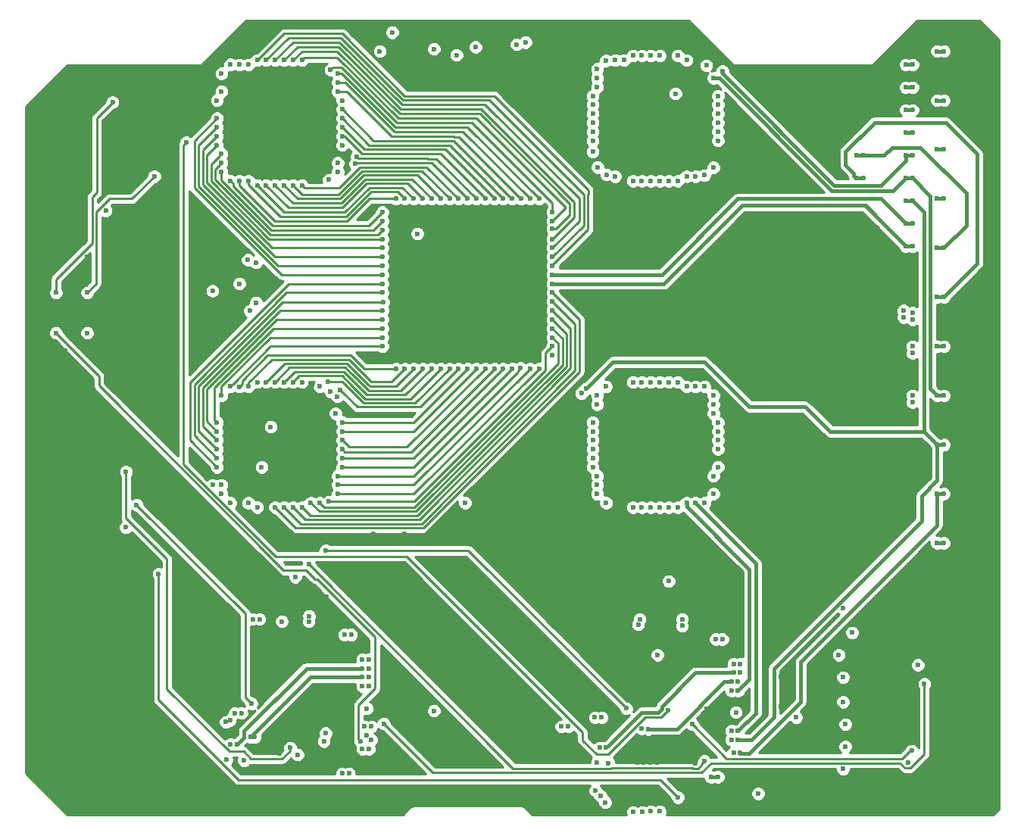
<source format=gbr>
G04 #@! TF.FileFunction,Copper,L3,Inr,Signal*
%FSLAX46Y46*%
G04 Gerber Fmt 4.6, Leading zero omitted, Abs format (unit mm)*
G04 Created by KiCad (PCBNEW 4.0.5) date Saturday, August 26, 2017 'PMt' 01:35:57 PM*
%MOMM*%
%LPD*%
G01*
G04 APERTURE LIST*
%ADD10C,0.100000*%
%ADD11C,0.600000*%
%ADD12C,0.400000*%
%ADD13C,0.254000*%
G04 APERTURE END LIST*
D10*
D11*
X167500000Y-102500000D03*
X170000000Y-95000000D03*
X170000000Y-92500000D03*
X155000000Y-110000000D03*
X155000000Y-112500000D03*
X155000000Y-115000000D03*
X155000000Y-117500000D03*
X155000000Y-120000000D03*
X155000000Y-122500000D03*
X155000000Y-125000000D03*
X155000000Y-127500000D03*
X155000000Y-130000000D03*
X155000000Y-132500000D03*
X152500000Y-130000000D03*
X152500000Y-127500000D03*
X152500000Y-125000000D03*
X152500000Y-122500000D03*
X152500000Y-120000000D03*
X152500000Y-117500000D03*
X152500000Y-115000000D03*
X152500000Y-112500000D03*
X155000000Y-135000000D03*
X155000000Y-137500000D03*
X152500000Y-135000000D03*
X152500000Y-132500000D03*
X155000000Y-140000000D03*
X155000000Y-142500000D03*
X155000000Y-155000000D03*
X157500000Y-155000000D03*
X160000000Y-155000000D03*
X160000000Y-147500000D03*
X157500000Y-145000000D03*
X157500000Y-147500000D03*
X157500000Y-150000000D03*
X160000000Y-150000000D03*
X162500000Y-152500000D03*
X160000000Y-152500000D03*
X157500000Y-152500000D03*
X155000000Y-145000000D03*
X155000000Y-147500000D03*
X162500000Y-155000000D03*
X165000000Y-155000000D03*
X162500000Y-157500000D03*
X160000000Y-157500000D03*
X152500000Y-150000000D03*
X152500000Y-147500000D03*
X152500000Y-145000000D03*
X152500000Y-142500000D03*
X167500000Y-155000000D03*
X165000000Y-152500000D03*
X162500000Y-150000000D03*
X155000000Y-107500000D03*
X155000000Y-150000000D03*
X155000000Y-152500000D03*
X167500000Y-157500000D03*
X165000000Y-157500000D03*
X157500000Y-157500000D03*
X155000000Y-157500000D03*
X152500000Y-155000000D03*
X152500000Y-152500000D03*
X152500000Y-140000000D03*
X152500000Y-137500000D03*
X152500000Y-110000000D03*
X152500000Y-107500000D03*
X152500000Y-105000000D03*
X152500000Y-102500000D03*
X152500000Y-100000000D03*
X152500000Y-97500000D03*
X155000000Y-95000000D03*
X155000000Y-92500000D03*
X155000000Y-90000000D03*
X155000000Y-87500000D03*
X155000000Y-85000000D03*
X155000000Y-82500000D03*
X155000000Y-80000000D03*
X157500000Y-77500000D03*
X155000000Y-77500000D03*
X152500000Y-80000000D03*
X152500000Y-82500000D03*
X152500000Y-85000000D03*
X152500000Y-87500000D03*
X152500000Y-90000000D03*
X152500000Y-92500000D03*
X152500000Y-95000000D03*
X187500000Y-132500000D03*
X190000000Y-135000000D03*
X192500000Y-135000000D03*
X190000000Y-132500000D03*
X192500000Y-132500000D03*
X195000000Y-135000000D03*
X197500000Y-132500000D03*
X200000000Y-135000000D03*
X202500000Y-135000000D03*
X200000000Y-132500000D03*
X202500000Y-130000000D03*
X205000000Y-132500000D03*
X210000000Y-135000000D03*
X207500000Y-135000000D03*
X207500000Y-132500000D03*
X210000000Y-132500000D03*
X212500000Y-132500000D03*
X212500000Y-130000000D03*
X210000000Y-130000000D03*
X207500000Y-130000000D03*
X235000000Y-95000000D03*
X235000000Y-97500000D03*
X235000000Y-100000000D03*
X235000000Y-102500000D03*
X235000000Y-105000000D03*
X235000000Y-107500000D03*
X237500000Y-107500000D03*
X237500000Y-105000000D03*
X237500000Y-102500000D03*
X237500000Y-100000000D03*
X237500000Y-97500000D03*
X237500000Y-95000000D03*
X237500000Y-92500000D03*
X235000000Y-92500000D03*
X232500000Y-92500000D03*
X232500000Y-95000000D03*
X232500000Y-97500000D03*
X232500000Y-100000000D03*
X232500000Y-102500000D03*
X232500000Y-105000000D03*
X232500000Y-107500000D03*
X232500000Y-110000000D03*
X235000000Y-110000000D03*
X237500000Y-110000000D03*
X240000000Y-110000000D03*
X240000000Y-107500000D03*
X240000000Y-105000000D03*
X240000000Y-102500000D03*
X240000000Y-100000000D03*
X240000000Y-97500000D03*
X165000000Y-95000000D03*
X165000000Y-97500000D03*
X165000000Y-100000000D03*
X165000000Y-102500000D03*
X165000000Y-105000000D03*
X165000000Y-107500000D03*
X162500000Y-107500000D03*
X162500000Y-105000000D03*
X162500000Y-102500000D03*
X162500000Y-100000000D03*
X162500000Y-97500000D03*
X162500000Y-95000000D03*
X162500000Y-92500000D03*
X165000000Y-92500000D03*
X167500000Y-92500000D03*
X167500000Y-95000000D03*
X167500000Y-97500000D03*
X167500000Y-100000000D03*
X167500000Y-105000000D03*
X167500000Y-107500000D03*
X167500000Y-110000000D03*
X165000000Y-110000000D03*
X162500000Y-110000000D03*
X240000000Y-95000000D03*
X240000000Y-92500000D03*
X205000000Y-130000000D03*
X156872990Y-118117209D03*
X157500000Y-97000000D03*
X154000000Y-97000000D03*
X184457817Y-146869790D03*
X225479941Y-153587421D03*
X215000000Y-146869790D03*
X178500000Y-119000000D03*
X243000000Y-156758000D03*
X232750000Y-117250000D03*
X239500000Y-117250000D03*
X236000000Y-117250000D03*
X238250000Y-150750000D03*
X238250000Y-147250000D03*
X238250000Y-143750000D03*
X235000000Y-150750000D03*
X235000000Y-147250000D03*
X235000000Y-144000000D03*
X193750000Y-148750000D03*
X197750000Y-148750000D03*
X197750000Y-145500000D03*
X197750000Y-144000000D03*
X193750000Y-145750000D03*
X193750000Y-144000000D03*
X218750000Y-141500000D03*
X220000000Y-141500000D03*
X226750000Y-147500000D03*
X219000000Y-153500000D03*
X219750000Y-153500000D03*
X221250000Y-153500000D03*
X220500000Y-153500000D03*
X173250000Y-146500000D03*
X179250000Y-141500000D03*
X177500000Y-141500000D03*
X179000000Y-151000000D03*
X179000000Y-151750000D03*
X179000000Y-152500000D03*
X184000000Y-152500000D03*
X171750000Y-158250000D03*
X187750000Y-158250000D03*
X213250000Y-158750000D03*
X229250000Y-158750000D03*
X229250000Y-136000000D03*
X212500000Y-135500000D03*
X225750000Y-131750000D03*
X222250000Y-131750000D03*
X218750000Y-131750000D03*
X225750000Y-135750000D03*
X222500000Y-135750000D03*
X219000000Y-135750000D03*
X177250000Y-131250000D03*
X180750000Y-131250000D03*
X184250000Y-131250000D03*
X184250000Y-135000000D03*
X180750000Y-135000000D03*
X177250000Y-135000000D03*
X205000000Y-124500000D03*
X205750000Y-124500000D03*
X249278000Y-157130000D03*
X206000000Y-76250000D03*
X249250000Y-153500000D03*
X249250000Y-150000000D03*
X249250000Y-139250000D03*
X249250000Y-142750000D03*
X249250000Y-146250000D03*
X254250000Y-136000000D03*
X253750000Y-141500000D03*
X253750000Y-152250000D03*
X189500000Y-128000000D03*
X193000000Y-128000000D03*
X196500000Y-127500000D03*
X197000000Y-76500000D03*
X239500000Y-126000000D03*
X236000000Y-126000000D03*
X232500000Y-126000000D03*
X239000000Y-89500000D03*
X235000000Y-89500000D03*
X231500000Y-89500000D03*
X172499000Y-77500100D03*
X190500000Y-108000000D03*
X227501000Y-122500000D03*
X174500000Y-124501000D03*
X214500000Y-114500000D03*
X182500000Y-111500000D03*
X228000000Y-119500000D03*
X177500000Y-125000000D03*
X217500000Y-88000000D03*
X225500000Y-74999200D03*
X185500000Y-85500000D03*
X172000000Y-80500000D03*
X222500000Y-74500000D03*
X249750000Y-98360000D03*
X249000000Y-98360000D03*
X252500000Y-134500000D03*
X253250000Y-134500000D03*
X163250000Y-80306500D03*
X163000000Y-117909300D03*
X187255100Y-134631300D03*
X160379500Y-82250000D03*
X171267800Y-134631300D03*
X223500000Y-74500000D03*
X226700000Y-75587400D03*
X228000000Y-120500000D03*
X227501000Y-123499000D03*
X221250000Y-141500000D03*
X222500000Y-133249000D03*
X176500000Y-125000000D03*
X173501000Y-124501000D03*
X172000000Y-79500000D03*
X172499000Y-76501100D03*
X179250000Y-137750000D03*
X180750000Y-132783000D03*
X186000000Y-154750000D03*
X186750000Y-154750000D03*
X227996000Y-155146000D03*
X227221000Y-155164000D03*
X209500000Y-100000000D03*
X249750000Y-95820000D03*
X249000000Y-95820000D03*
X252500000Y-129000000D03*
X253250000Y-129000000D03*
X188250000Y-152000000D03*
X189000000Y-152000000D03*
X229750000Y-152450000D03*
X230500000Y-152450000D03*
X209500000Y-99000000D03*
X249750000Y-93280000D03*
X249000000Y-93280000D03*
X252500000Y-123500000D03*
X253250000Y-123500000D03*
X188750000Y-150500000D03*
X189250000Y-151000000D03*
X229500000Y-151000000D03*
X230250000Y-151000000D03*
X213250000Y-111750000D03*
X212750000Y-112250000D03*
X209500000Y-108000000D03*
X249750000Y-90740000D03*
X249000000Y-90740000D03*
X252500000Y-118000000D03*
X253250000Y-118000000D03*
X174000000Y-148000000D03*
X174750000Y-148000000D03*
X188500000Y-149500000D03*
X189250000Y-149500000D03*
X214250000Y-148500000D03*
X215000000Y-148500000D03*
X229500000Y-150000000D03*
X230250000Y-150000000D03*
X249750000Y-113250000D03*
X249750000Y-112500000D03*
X227496000Y-77002100D03*
X225498000Y-124496000D03*
X249750000Y-88200000D03*
X249000000Y-88200000D03*
X252500000Y-112500000D03*
X253250000Y-112500000D03*
X220207781Y-149792219D03*
X219500000Y-149750000D03*
X175742000Y-150690000D03*
X176224000Y-150690000D03*
X188250000Y-144000000D03*
X189000000Y-144000000D03*
X229500000Y-144500000D03*
X230250000Y-144500000D03*
X249750000Y-104000000D03*
X249750000Y-103250000D03*
X244250000Y-88200000D03*
X243500000Y-88200000D03*
X172504000Y-122498000D03*
X174502000Y-75504200D03*
X252500000Y-101500000D03*
X253250000Y-101500000D03*
X173459000Y-148801000D03*
X228500000Y-76250000D03*
X173000000Y-149000000D03*
X188250000Y-145000000D03*
X189000000Y-145000000D03*
X210500000Y-149500000D03*
X211250000Y-149500000D03*
X229500000Y-145500000D03*
X230250000Y-145500000D03*
X249750000Y-107750000D03*
X249750000Y-107000000D03*
X224500000Y-124500000D03*
X249750000Y-85660000D03*
X249000000Y-85660000D03*
X252500000Y-107000000D03*
X253250000Y-107000000D03*
X215500000Y-151869790D03*
X214781839Y-151869790D03*
X174250000Y-151500000D03*
X173500000Y-151500000D03*
X171500000Y-122500000D03*
X188250000Y-143000000D03*
X189000000Y-143000000D03*
X229750000Y-143500000D03*
X230500000Y-143500000D03*
X248750000Y-103750000D03*
X248750000Y-103000000D03*
X244250000Y-85660000D03*
X243500000Y-85660000D03*
X175500000Y-75500000D03*
X252500000Y-96000000D03*
X253250000Y-96000000D03*
X188250000Y-142000000D03*
X189000000Y-142000000D03*
X229750000Y-142500000D03*
X230500000Y-142500000D03*
X249750000Y-83120000D03*
X249000000Y-83120000D03*
X252500000Y-90500000D03*
X253250000Y-90500000D03*
X186250000Y-139250000D03*
X187000000Y-139250000D03*
X227750000Y-139750000D03*
X228500000Y-139750000D03*
X249750000Y-80580000D03*
X249000000Y-80580000D03*
X252500000Y-85000000D03*
X253250000Y-85000000D03*
X182294000Y-137163000D03*
X182250000Y-137750000D03*
X224000000Y-138250000D03*
X224000000Y-137500000D03*
X249750000Y-78040000D03*
X249000000Y-78040000D03*
X252500000Y-79500000D03*
X253250000Y-79500000D03*
X219095000Y-138095000D03*
X176000000Y-137500000D03*
X176750000Y-137500000D03*
X219250000Y-137500000D03*
X249750000Y-75500000D03*
X249000000Y-75500000D03*
X252500000Y-74000000D03*
X253250000Y-74000000D03*
X232500000Y-157000000D03*
X157500000Y-105500000D03*
X222384297Y-147738613D03*
X168571700Y-84197600D03*
X154000000Y-105500000D03*
X188034600Y-151159100D03*
X159566164Y-91820564D03*
X183959900Y-151149100D03*
X214302000Y-156682000D03*
X243000000Y-139000000D03*
X214870000Y-157250000D03*
X241500000Y-141500000D03*
X215413000Y-157997000D03*
X242000000Y-144000000D03*
X218515000Y-159079000D03*
X242000000Y-146750000D03*
X219515000Y-159079000D03*
X242250000Y-149250000D03*
X220500000Y-159000000D03*
X242250000Y-151750000D03*
X221500000Y-159000000D03*
X242000000Y-154250000D03*
X205500000Y-73250000D03*
X187615000Y-85800000D03*
X201000000Y-90500000D03*
X218500000Y-88500000D03*
X206500000Y-73000000D03*
X187470000Y-86589900D03*
X200000000Y-90500000D03*
X216500000Y-88000800D03*
X184436000Y-110968000D03*
X198000000Y-109500000D03*
X214000000Y-115500000D03*
X185793031Y-111886031D03*
X199000000Y-109500000D03*
X214499000Y-113500000D03*
X176366646Y-97623806D03*
X176366646Y-102108479D03*
X215759301Y-153587421D03*
X173061000Y-153241000D03*
X174500000Y-100000000D03*
X185445000Y-112610000D03*
X215493000Y-111499000D03*
X214535000Y-86970800D03*
X184507000Y-88369800D03*
X175676694Y-103028412D03*
X175446713Y-97336327D03*
X214504453Y-153500616D03*
X175025000Y-153317000D03*
X215533000Y-87797700D03*
X184700000Y-112087000D03*
X214499000Y-112501000D03*
X185501000Y-87498900D03*
X225111500Y-149257500D03*
X249655300Y-152210300D03*
X184144400Y-150246600D03*
X250357800Y-142633700D03*
X190640400Y-149189000D03*
X251082800Y-144750000D03*
X190500000Y-92000000D03*
X173501000Y-88500800D03*
X214499000Y-76001100D03*
X192000000Y-90500000D03*
X214499000Y-77000100D03*
X174500000Y-88500800D03*
X193000000Y-90500000D03*
X214500000Y-78000000D03*
X175500000Y-88500000D03*
X194000000Y-90500000D03*
X176500000Y-89000000D03*
X214000000Y-79000000D03*
X195000000Y-90500000D03*
X177500000Y-89000000D03*
X214000000Y-80000000D03*
X178500000Y-89000000D03*
X196000000Y-90500000D03*
X214000000Y-81000000D03*
X179500000Y-89000000D03*
X197000000Y-90500000D03*
X214000000Y-82000000D03*
X198000000Y-90500000D03*
X214000000Y-83000000D03*
X180500000Y-89000000D03*
X199000000Y-90500000D03*
X214000000Y-84000000D03*
X181500000Y-89000000D03*
X202000000Y-90500000D03*
X219500000Y-88500000D03*
X186000000Y-83500000D03*
X220500000Y-88500000D03*
X203000000Y-90500000D03*
X186000000Y-82500000D03*
X221500000Y-88500000D03*
X204000000Y-90500000D03*
X186000000Y-81500000D03*
X205000000Y-90500000D03*
X186000000Y-80500000D03*
X222500000Y-88500000D03*
X206000000Y-90500000D03*
X185500000Y-78500000D03*
X224500000Y-88000000D03*
X207000000Y-90500000D03*
X185496000Y-77502100D03*
X225498000Y-87995800D03*
X208000000Y-90500000D03*
X185501000Y-76493100D03*
X226507000Y-87869800D03*
X209500000Y-92000000D03*
X184700000Y-76087400D03*
X227501000Y-86998900D03*
X209500000Y-93000000D03*
X228000000Y-84000000D03*
X181500000Y-75000000D03*
X209500000Y-93869800D03*
X228000000Y-83000000D03*
X180500000Y-75000000D03*
X209500000Y-95000000D03*
X228000000Y-82000000D03*
X179500000Y-75000000D03*
X209500000Y-96000000D03*
X228000000Y-81000000D03*
X178500000Y-75000000D03*
X209500000Y-97000000D03*
X177500000Y-75000000D03*
X228000000Y-80000000D03*
X209500000Y-98000000D03*
X176500000Y-75000000D03*
X228000000Y-79000000D03*
X190500000Y-99000000D03*
X172000000Y-81500000D03*
X221500000Y-74500000D03*
X190500000Y-98000000D03*
X172000000Y-82500000D03*
X220500000Y-74500000D03*
X190500000Y-97000000D03*
X219500000Y-74500000D03*
X172000000Y-83500000D03*
X190500000Y-96000000D03*
X218500000Y-74500000D03*
X172000000Y-84500000D03*
X190500000Y-95000000D03*
X172500000Y-85500000D03*
X217500000Y-75000000D03*
X190500000Y-94000000D03*
X172504000Y-86497900D03*
X216502000Y-75004200D03*
X215493000Y-75044600D03*
X190500000Y-93000000D03*
X172499000Y-87506900D03*
X226499000Y-111499000D03*
X185501000Y-123499000D03*
X208000000Y-109500000D03*
X207000000Y-109500000D03*
X225500000Y-111499000D03*
X185501000Y-122500000D03*
X205929000Y-109429000D03*
X224500000Y-111500000D03*
X185500000Y-121500000D03*
X223500000Y-111000000D03*
X186000000Y-120500000D03*
X205000000Y-109500000D03*
X222500000Y-111000000D03*
X186000000Y-119500000D03*
X204000000Y-109500000D03*
X221500000Y-111000000D03*
X186000000Y-118500000D03*
X203000000Y-109500000D03*
X220500000Y-111000000D03*
X186000000Y-117500000D03*
X202000000Y-109500000D03*
X219500000Y-111000000D03*
X186000000Y-116500000D03*
X201000000Y-109500000D03*
X218500000Y-111000000D03*
X186000000Y-115500000D03*
X200000000Y-109500000D03*
X214000000Y-116500000D03*
X180500000Y-111000000D03*
X197000000Y-109500000D03*
X214000000Y-117500000D03*
X179500000Y-111000000D03*
X196000000Y-109500000D03*
X214000000Y-118500000D03*
X178500000Y-111000000D03*
X195000000Y-109500000D03*
X214000000Y-119500000D03*
X177500000Y-111000000D03*
X194000000Y-109500000D03*
X214500000Y-121500000D03*
X175500000Y-111500000D03*
X193000000Y-109500000D03*
X214504000Y-122498000D03*
X174502000Y-111504000D03*
X192000000Y-109500000D03*
X214499000Y-123507000D03*
X173493000Y-111499000D03*
X190500000Y-107000000D03*
X215501000Y-124501000D03*
X172499000Y-112501000D03*
X190500000Y-106000000D03*
X218500000Y-125000000D03*
X172000000Y-115500000D03*
X190500000Y-105000000D03*
X219500000Y-125000000D03*
X172000000Y-116500000D03*
X190500000Y-104000000D03*
X190503000Y-103006000D03*
X220500000Y-125000000D03*
X172000000Y-117500000D03*
X190571000Y-102071000D03*
X221500000Y-125000000D03*
X172000000Y-118500000D03*
X222500000Y-125000000D03*
X172000000Y-119500000D03*
X190500000Y-101000000D03*
X223500000Y-125000000D03*
X172000000Y-120500000D03*
X190500000Y-100000000D03*
X228000000Y-118500000D03*
X178500000Y-125000000D03*
X209500000Y-101000000D03*
X228000000Y-117500000D03*
X179500000Y-125000000D03*
X209500000Y-102000000D03*
X228000000Y-116500000D03*
X180500000Y-125000000D03*
X209500000Y-103000000D03*
X228000000Y-115500000D03*
X181500000Y-125000000D03*
X209500000Y-104000000D03*
X227500000Y-114500000D03*
X182500000Y-124500000D03*
X209500000Y-105000000D03*
X227496000Y-113502000D03*
X183498000Y-124496000D03*
X209500000Y-106000000D03*
X184507000Y-124370000D03*
X227501000Y-112493000D03*
X209500000Y-107000000D03*
X190200000Y-74000000D03*
X191600000Y-71900000D03*
X194400000Y-94400000D03*
X171500000Y-100800000D03*
X177000000Y-120500000D03*
X178000000Y-116000000D03*
X230002000Y-147913000D03*
X242000000Y-136250000D03*
X236750000Y-148500000D03*
X188750000Y-147500000D03*
X196250000Y-147750000D03*
X172500000Y-78500000D03*
X224500000Y-75000000D03*
X227500000Y-121500000D03*
X175500000Y-124500000D03*
X214000000Y-120500000D03*
X176500000Y-111000000D03*
X186000000Y-79500000D03*
X223500000Y-88500000D03*
X200909000Y-73532600D03*
X185501000Y-86499900D03*
X198782000Y-74430500D03*
X186000000Y-84500000D03*
X183500000Y-111499000D03*
X185250000Y-114500000D03*
X181500000Y-111000000D03*
X161798900Y-127237100D03*
X180999800Y-152662300D03*
X163027900Y-124730900D03*
X175862200Y-146948800D03*
X161836800Y-121020000D03*
X180183800Y-151875000D03*
X165473100Y-132457800D03*
X223523100Y-157427900D03*
X226489589Y-153381205D03*
X182271700Y-131393700D03*
X184151600Y-129820300D03*
X217763400Y-147480400D03*
X223250000Y-78750000D03*
X214000000Y-85250000D03*
X196250000Y-73750000D03*
X173493000Y-75498600D03*
X226507000Y-124501000D03*
X199750000Y-124500000D03*
X172499000Y-123507000D03*
X154000000Y-101000000D03*
X160324400Y-79710000D03*
X165000000Y-88000000D03*
X157500000Y-101000000D03*
D12*
X249750000Y-98360000D02*
X249000000Y-98360000D01*
X253250000Y-134500000D02*
X252500000Y-134500000D01*
X243500000Y-91250000D02*
X244430000Y-91250000D01*
X244500000Y-91250000D02*
X244430000Y-91250000D01*
X245500000Y-92250000D02*
X244500000Y-91250000D01*
X245500000Y-92320000D02*
X245500000Y-92250000D01*
X227978000Y-155164000D02*
X227996000Y-155146000D01*
X227221000Y-155164000D02*
X227978000Y-155164000D01*
X249750000Y-95820000D02*
X249000000Y-95820000D01*
X253250000Y-129000000D02*
X252500000Y-129000000D01*
X244430000Y-91250000D02*
X245500000Y-92320000D01*
X245500000Y-92320000D02*
X246180000Y-93000000D01*
X245500000Y-92320000D02*
X246180000Y-93000000D01*
X246180000Y-93000000D02*
X249000000Y-95820000D01*
X230708000Y-91250000D02*
X243500000Y-91250000D01*
X221958000Y-100000000D02*
X230708000Y-91250000D01*
X209500000Y-100000000D02*
X221958000Y-100000000D01*
X243500000Y-91250000D02*
X244430000Y-91250000D01*
X246220000Y-90500000D02*
X249000000Y-93280000D01*
X230237000Y-90500000D02*
X246220000Y-90500000D01*
X221737000Y-99000000D02*
X230237000Y-90500000D01*
X209500000Y-99000000D02*
X221737000Y-99000000D01*
X249750000Y-93280000D02*
X249000000Y-93280000D01*
X253250000Y-123500000D02*
X252500000Y-123500000D01*
X230550000Y-152500000D02*
X230500000Y-152500000D01*
X231500000Y-152500000D02*
X230550000Y-152500000D01*
X237250000Y-146750000D02*
X231500000Y-152500000D01*
X237250000Y-142250000D02*
X237250000Y-146750000D01*
X252500000Y-127000000D02*
X237250000Y-142250000D01*
X252500000Y-123500000D02*
X252500000Y-127000000D01*
D13*
X230550000Y-152500000D02*
X230500000Y-152450000D01*
D12*
X216250000Y-108750000D02*
X213250000Y-111750000D01*
X226500000Y-108750000D02*
X216250000Y-108750000D01*
X231500000Y-113750000D02*
X226500000Y-108750000D01*
X237750000Y-113750000D02*
X231500000Y-113750000D01*
X240542000Y-116542000D02*
X237750000Y-113750000D01*
X251042000Y-116542000D02*
X240542000Y-116542000D01*
X251750000Y-117250000D02*
X252500000Y-118000000D01*
X231750000Y-151000000D02*
X230250000Y-151000000D01*
X234250000Y-148500000D02*
X231750000Y-151000000D01*
X234250000Y-143000000D02*
X234250000Y-148500000D01*
X250750000Y-126500000D02*
X234250000Y-143000000D01*
X250750000Y-123750000D02*
X250750000Y-126500000D01*
X252500000Y-122000000D02*
X250750000Y-123750000D01*
X252500000Y-118000000D02*
X252500000Y-122000000D01*
X249750000Y-90740000D02*
X249000000Y-90740000D01*
X253250000Y-118000000D02*
X252500000Y-118000000D01*
X251750000Y-117250000D02*
X251042000Y-116542000D01*
X251000000Y-116500000D02*
X251042000Y-116542000D01*
X251000000Y-91990000D02*
X251000000Y-116500000D01*
X249750000Y-90740000D02*
X251000000Y-91990000D01*
X251042000Y-116542000D02*
X251750000Y-117250000D01*
X228149000Y-77002100D02*
X227496000Y-77002100D01*
X240750000Y-89603200D02*
X228149000Y-77002100D01*
X247597000Y-89603200D02*
X240750000Y-89603200D01*
X249000000Y-88200000D02*
X247597000Y-89603200D01*
X232250000Y-148000000D02*
X230250000Y-150000000D01*
X232250000Y-131248000D02*
X232250000Y-148000000D01*
X225498000Y-124496000D02*
X232250000Y-131248000D01*
X251750000Y-111750000D02*
X252500000Y-112500000D01*
X251750000Y-90200000D02*
X251750000Y-111750000D01*
X249750000Y-88200000D02*
X251750000Y-90200000D01*
X249750000Y-88200000D02*
X249000000Y-88200000D01*
X253250000Y-112500000D02*
X252500000Y-112500000D01*
X220632045Y-149792219D02*
X220207781Y-149792219D01*
X228709000Y-144500000D02*
X223416781Y-149792219D01*
X229500000Y-144500000D02*
X228709000Y-144500000D01*
X223416781Y-149792219D02*
X220632045Y-149792219D01*
X182432000Y-144000000D02*
X175742000Y-150690000D01*
X188250000Y-144000000D02*
X182432000Y-144000000D01*
X257000000Y-97750000D02*
X253250000Y-101500000D01*
X257000000Y-85500000D02*
X257000000Y-97750000D01*
X253500000Y-82000000D02*
X257000000Y-85500000D01*
X245500000Y-82000000D02*
X253500000Y-82000000D01*
X242250000Y-85250000D02*
X245500000Y-82000000D01*
X242250000Y-86750000D02*
X242250000Y-85250000D01*
X243200000Y-87700000D02*
X242250000Y-86750000D01*
X243200000Y-87900000D02*
X243200000Y-87700000D01*
X243500000Y-88200000D02*
X243200000Y-87900000D01*
X244250000Y-88200000D02*
X243500000Y-88200000D01*
X253250000Y-101500000D02*
X252500000Y-101500000D01*
X249000000Y-85660000D02*
X249000000Y-86250000D01*
X249000000Y-86250000D02*
X246250000Y-89000000D01*
X246250000Y-89000000D02*
X241000000Y-89000000D01*
X241000000Y-89000000D02*
X228500000Y-76500000D01*
X228500000Y-76500000D02*
X228500000Y-76250000D01*
X231500000Y-144250000D02*
X230250000Y-145500000D01*
X231500000Y-131924000D02*
X231500000Y-144250000D01*
X224500000Y-124924000D02*
X231500000Y-131924000D01*
X224500000Y-124500000D02*
X224500000Y-124924000D01*
X249750000Y-85660000D02*
X249000000Y-85660000D01*
X253250000Y-107000000D02*
X252500000Y-107000000D01*
X225514012Y-143500000D02*
X221705102Y-147308910D01*
X221705102Y-147308910D02*
X221705102Y-147552813D01*
X221324503Y-147933412D02*
X219436378Y-147933412D01*
X221705102Y-147552813D02*
X221324503Y-147933412D01*
X229750000Y-143500000D02*
X225514012Y-143500000D01*
X219436378Y-147933412D02*
X215799999Y-151569791D01*
X215799999Y-151569791D02*
X215500000Y-151869790D01*
X175039000Y-150711000D02*
X174250000Y-151500000D01*
X175039000Y-149961000D02*
X175039000Y-150711000D01*
X182000000Y-143000000D02*
X175039000Y-149961000D01*
X188250000Y-143000000D02*
X182000000Y-143000000D01*
X255750000Y-93500000D02*
X253250000Y-96000000D01*
X255750000Y-89903300D02*
X255750000Y-93500000D01*
X250597000Y-84750000D02*
X255750000Y-89903300D01*
X247500000Y-84750000D02*
X250597000Y-84750000D01*
X246590000Y-85660000D02*
X247500000Y-84750000D01*
X244250000Y-85660000D02*
X246590000Y-85660000D01*
X244250000Y-85660000D02*
X243500000Y-85660000D01*
X253250000Y-96000000D02*
X252500000Y-96000000D01*
X249750000Y-83120000D02*
X249000000Y-83120000D01*
X253250000Y-90500000D02*
X252500000Y-90500000D01*
X249750000Y-80580000D02*
X249000000Y-80580000D01*
X253250000Y-85000000D02*
X252500000Y-85000000D01*
X249750000Y-78040000D02*
X249000000Y-78040000D01*
X253250000Y-79500000D02*
X252500000Y-79500000D01*
X249750000Y-75500000D02*
X249000000Y-75500000D01*
X253250000Y-74000000D02*
X252500000Y-74000000D01*
D13*
X222084298Y-148038612D02*
X222384297Y-147738613D01*
X178538800Y-130486000D02*
X193195900Y-130486000D01*
X221659287Y-148463623D02*
X222084298Y-148038612D01*
X219883377Y-148463623D02*
X221659287Y-148463623D01*
X168271701Y-84497599D02*
X168271701Y-120218901D01*
X168271701Y-120218901D02*
X178538800Y-130486000D01*
X212875000Y-151068400D02*
X214455500Y-152648900D01*
X193195900Y-130486000D02*
X212875000Y-150165100D01*
X215698100Y-152648900D02*
X219883377Y-148463623D01*
X168571700Y-84197600D02*
X168271701Y-84497599D01*
X214455500Y-152648900D02*
X215698100Y-152648900D01*
X212875000Y-150165100D02*
X212875000Y-151068400D01*
X158818400Y-111412700D02*
X158818400Y-110318400D01*
X158818400Y-110318400D02*
X154000000Y-105500000D01*
X187820400Y-150944900D02*
X188034600Y-151159100D01*
X187820400Y-147106800D02*
X187820400Y-150944900D01*
X189673800Y-145253400D02*
X187820400Y-147106800D01*
X189673800Y-139515400D02*
X189673800Y-145253400D01*
X183193300Y-133034900D02*
X189673800Y-139515400D01*
X182976000Y-133034900D02*
X183193300Y-133034900D01*
X181957600Y-132016500D02*
X182976000Y-133034900D01*
X179422200Y-132016500D02*
X181957600Y-132016500D01*
X158818400Y-111412700D02*
X179422200Y-132016500D01*
X187815000Y-86000000D02*
X187615000Y-85800000D01*
X195500000Y-86000000D02*
X187815000Y-86000000D01*
X195543000Y-86042700D02*
X195500000Y-86000000D01*
X196543000Y-86042700D02*
X195543000Y-86042700D01*
X201000000Y-90500000D02*
X196543000Y-86042700D01*
X187560000Y-86499900D02*
X187470000Y-86589900D01*
X196000000Y-86499900D02*
X187560000Y-86499900D01*
X200000000Y-90500000D02*
X196000000Y-86499900D01*
X198000000Y-109500000D02*
X194171211Y-113328789D01*
X188381789Y-113328789D02*
X186021000Y-110968000D01*
X186021000Y-110968000D02*
X184860264Y-110968000D01*
X194171211Y-113328789D02*
X188381789Y-113328789D01*
X184860264Y-110968000D02*
X184436000Y-110968000D01*
X186093030Y-112186030D02*
X185793031Y-111886031D01*
X194714000Y-113786000D02*
X187693000Y-113786000D01*
X187693000Y-113786000D02*
X186093030Y-112186030D01*
X199000000Y-109500000D02*
X194714000Y-113786000D01*
X249655300Y-152210400D02*
X249655300Y-152210300D01*
X249491900Y-152210400D02*
X249655300Y-152210400D01*
X248612600Y-153089700D02*
X249491900Y-152210400D01*
X228943700Y-153089700D02*
X248612600Y-153089700D01*
X225111500Y-149257500D02*
X228943700Y-153089700D01*
X224988062Y-154674833D02*
X226172667Y-154674833D01*
X226172667Y-154674833D02*
X227264200Y-153583300D01*
X227264200Y-153583300D02*
X248363700Y-153583300D01*
X248363700Y-153583300D02*
X248912300Y-154131900D01*
X248912300Y-154131900D02*
X249539400Y-154131900D01*
X249539400Y-154131900D02*
X251082800Y-152588500D01*
X251082800Y-152588500D02*
X251082800Y-145174264D01*
X251082800Y-145174264D02*
X251082800Y-144750000D01*
X224962329Y-154649100D02*
X224988062Y-154674833D01*
X190640400Y-149189000D02*
X196126233Y-154674833D01*
X196126233Y-154674833D02*
X216251180Y-154674833D01*
X216251180Y-154674833D02*
X216276913Y-154649100D01*
X216276913Y-154649100D02*
X224962329Y-154649100D01*
X173801000Y-88800800D02*
X173501000Y-88500800D01*
X173801000Y-89066400D02*
X173801000Y-88800800D01*
X178235000Y-93500000D02*
X173801000Y-89066400D01*
X189000000Y-93500000D02*
X178235000Y-93500000D01*
X190500000Y-92000000D02*
X189000000Y-93500000D01*
X174500000Y-89000100D02*
X174500000Y-88500800D01*
X178500000Y-93000000D02*
X174500000Y-89000100D01*
X186560000Y-93000000D02*
X178500000Y-93000000D01*
X189060000Y-90500000D02*
X186560000Y-93000000D01*
X192000000Y-90500000D02*
X189060000Y-90500000D01*
X175500000Y-88924300D02*
X175500000Y-88500000D01*
X179076000Y-92500000D02*
X175500000Y-88924300D01*
X186414000Y-92500000D02*
X179076000Y-92500000D01*
X189213000Y-89700500D02*
X186414000Y-92500000D01*
X192200000Y-89700500D02*
X189213000Y-89700500D01*
X193000000Y-90500000D02*
X192200000Y-89700500D01*
X179500000Y-92000000D02*
X176500000Y-89000000D01*
X186267000Y-92000000D02*
X179500000Y-92000000D01*
X189024000Y-89243300D02*
X186267000Y-92000000D01*
X192743000Y-89243300D02*
X189024000Y-89243300D01*
X194000000Y-90500000D02*
X192743000Y-89243300D01*
X180000000Y-91500000D02*
X177500000Y-89000000D01*
X186041000Y-91500000D02*
X180000000Y-91500000D01*
X188755000Y-88786100D02*
X186041000Y-91500000D01*
X193286000Y-88786100D02*
X188755000Y-88786100D01*
X195000000Y-90500000D02*
X193286000Y-88786100D01*
X180500000Y-91000000D02*
X178500000Y-89000000D01*
X185894000Y-91000000D02*
X180500000Y-91000000D01*
X188566000Y-88328800D02*
X185894000Y-91000000D01*
X193829000Y-88328800D02*
X188566000Y-88328800D01*
X196000000Y-90500000D02*
X193829000Y-88328800D01*
X181000000Y-90500000D02*
X179500000Y-89000000D01*
X185748000Y-90500000D02*
X181000000Y-90500000D01*
X188376000Y-87871600D02*
X185748000Y-90500000D01*
X194372000Y-87871600D02*
X188376000Y-87871600D01*
X197000000Y-90500000D02*
X194372000Y-87871600D01*
X181500000Y-90000000D02*
X180500000Y-89000000D01*
X185601000Y-90000000D02*
X181500000Y-90000000D01*
X188187000Y-87414400D02*
X185601000Y-90000000D01*
X194914000Y-87414400D02*
X188187000Y-87414400D01*
X198000000Y-90500000D02*
X194914000Y-87414400D01*
X181800000Y-89300000D02*
X181500000Y-89000000D01*
X185655000Y-89300000D02*
X181800000Y-89300000D01*
X187997000Y-86957200D02*
X185655000Y-89300000D01*
X195457000Y-86957200D02*
X187997000Y-86957200D01*
X199000000Y-90500000D02*
X195457000Y-86957200D01*
X186230000Y-83500000D02*
X186000000Y-83500000D01*
X188230000Y-85500000D02*
X186230000Y-83500000D01*
X197000000Y-85500000D02*
X188230000Y-85500000D01*
X202000000Y-90500000D02*
X197000000Y-85500000D01*
X188500000Y-85000000D02*
X186000000Y-82500000D01*
X197500000Y-85000000D02*
X188500000Y-85000000D01*
X203000000Y-90500000D02*
X197500000Y-85000000D01*
X189000000Y-84500000D02*
X186000000Y-81500000D01*
X198000000Y-84500000D02*
X189000000Y-84500000D01*
X204000000Y-90500000D02*
X198000000Y-84500000D01*
X189500000Y-84000000D02*
X186000000Y-80500000D01*
X198000000Y-84000000D02*
X189500000Y-84000000D01*
X198043000Y-84042800D02*
X198000000Y-84000000D01*
X198475000Y-84042800D02*
X198043000Y-84042800D01*
X204933000Y-90500000D02*
X198475000Y-84042800D01*
X205000000Y-90500000D02*
X204933000Y-90500000D01*
X186500000Y-78500000D02*
X185500000Y-78500000D01*
X191500000Y-83500000D02*
X186500000Y-78500000D01*
X198500000Y-83500000D02*
X191500000Y-83500000D01*
X198586000Y-83585600D02*
X198500000Y-83500000D01*
X199018000Y-83585600D02*
X198586000Y-83585600D01*
X205933000Y-90500000D02*
X199018000Y-83585600D01*
X206000000Y-90500000D02*
X205933000Y-90500000D01*
X186329000Y-77502100D02*
X185496000Y-77502100D01*
X191827000Y-83000000D02*
X186329000Y-77502100D01*
X199500000Y-83000000D02*
X191827000Y-83000000D01*
X207000000Y-90500000D02*
X199500000Y-83000000D01*
X185967000Y-76493100D02*
X185501000Y-76493100D01*
X191974000Y-82500000D02*
X185967000Y-76493100D01*
X200000000Y-82500000D02*
X191974000Y-82500000D01*
X208000000Y-90500000D02*
X200000000Y-82500000D01*
X185000000Y-75787400D02*
X184700000Y-76087400D01*
X185908000Y-75787400D02*
X185000000Y-75787400D01*
X192120000Y-82000000D02*
X185908000Y-75787400D01*
X200500000Y-82000000D02*
X192120000Y-82000000D01*
X209500000Y-91000000D02*
X200500000Y-82000000D01*
X209500000Y-92000000D02*
X209500000Y-91000000D01*
X181800000Y-74700000D02*
X181500000Y-75000000D01*
X185467000Y-74700000D02*
X181800000Y-74700000D01*
X192267000Y-81500000D02*
X185467000Y-74700000D01*
X201000000Y-81500000D02*
X192267000Y-81500000D01*
X211000000Y-91500000D02*
X201000000Y-81500000D01*
X209500000Y-93000000D02*
X211000000Y-91500000D01*
X209924000Y-93869800D02*
X209500000Y-93869800D01*
X211457000Y-92336800D02*
X209924000Y-93869800D01*
X211457000Y-91042800D02*
X211457000Y-92336800D01*
X201414000Y-81000000D02*
X211457000Y-91042800D01*
X192414000Y-81000000D02*
X201414000Y-81000000D01*
X185414000Y-74000000D02*
X192414000Y-81000000D01*
X181500000Y-74000000D02*
X185414000Y-74000000D01*
X180500000Y-75000000D02*
X181500000Y-74000000D01*
X181000000Y-73500000D02*
X179500000Y-75000000D01*
X185560000Y-73500000D02*
X181000000Y-73500000D01*
X192517000Y-80457200D02*
X185560000Y-73500000D01*
X201518000Y-80457200D02*
X192517000Y-80457200D01*
X211914000Y-90853400D02*
X201518000Y-80457200D01*
X211914000Y-92585600D02*
X211914000Y-90853400D01*
X209500000Y-95000000D02*
X211914000Y-92585600D01*
X180500000Y-73000000D02*
X178500000Y-75000000D01*
X185707000Y-73000000D02*
X180500000Y-73000000D01*
X192664000Y-79957200D02*
X185707000Y-73000000D01*
X201957000Y-79957200D02*
X192664000Y-79957200D01*
X212500000Y-90500000D02*
X201957000Y-79957200D01*
X212500000Y-93000000D02*
X212500000Y-90500000D01*
X209500000Y-96000000D02*
X212500000Y-93000000D01*
X180000000Y-72500000D02*
X177500000Y-75000000D01*
X185853000Y-72500000D02*
X180000000Y-72500000D01*
X192811000Y-79457200D02*
X185853000Y-72500000D01*
X202457000Y-79457200D02*
X192811000Y-79457200D01*
X213000000Y-90000000D02*
X202457000Y-79457200D01*
X213000000Y-93500000D02*
X213000000Y-90000000D01*
X209500000Y-97000000D02*
X213000000Y-93500000D01*
X209500000Y-97932700D02*
X209500000Y-98000000D01*
X213457000Y-93975500D02*
X209500000Y-97932700D01*
X213457000Y-90042800D02*
X213457000Y-93975500D01*
X213500000Y-90000000D02*
X213457000Y-90042800D01*
X213500000Y-89500000D02*
X213500000Y-90000000D01*
X203000000Y-79000000D02*
X213500000Y-89500000D01*
X193000000Y-79000000D02*
X203000000Y-79000000D01*
X186043000Y-72042800D02*
X193000000Y-79000000D01*
X179525000Y-72042800D02*
X186043000Y-72042800D01*
X176567000Y-75000000D02*
X179525000Y-72042800D01*
X176500000Y-75000000D02*
X176567000Y-75000000D01*
X169500000Y-84000000D02*
X172000000Y-81500000D01*
X169500000Y-89291400D02*
X169500000Y-84000000D01*
X179209000Y-99000000D02*
X169500000Y-89291400D01*
X190500000Y-99000000D02*
X179209000Y-99000000D01*
X171700000Y-82800000D02*
X172000000Y-82500000D01*
X169957000Y-84542800D02*
X171700000Y-82800000D01*
X169957000Y-89102000D02*
X169957000Y-84542800D01*
X178855000Y-98000000D02*
X169957000Y-89102000D01*
X190500000Y-98000000D02*
X178855000Y-98000000D01*
X171700000Y-83800000D02*
X172000000Y-83500000D01*
X170414000Y-85085600D02*
X171700000Y-83800000D01*
X170414000Y-88912700D02*
X170414000Y-85085600D01*
X178502000Y-97000000D02*
X170414000Y-88912700D01*
X190500000Y-97000000D02*
X178502000Y-97000000D01*
X171700000Y-84800000D02*
X172000000Y-84500000D01*
X170872000Y-85628400D02*
X171700000Y-84800000D01*
X170872000Y-88723300D02*
X170872000Y-85628400D01*
X178148000Y-96000000D02*
X170872000Y-88723300D01*
X190500000Y-96000000D02*
X178148000Y-96000000D01*
X172200000Y-85800000D02*
X172500000Y-85500000D01*
X171329000Y-86671200D02*
X172200000Y-85800000D01*
X171329000Y-88533900D02*
X171329000Y-86671200D01*
X177795000Y-95000000D02*
X171329000Y-88533900D01*
X190500000Y-95000000D02*
X177795000Y-95000000D01*
X172204000Y-86797900D02*
X172504000Y-86497900D01*
X171786000Y-87216100D02*
X172204000Y-86797900D01*
X171786000Y-88344500D02*
X171786000Y-87216100D01*
X177942000Y-94500000D02*
X171786000Y-88344500D01*
X190000000Y-94500000D02*
X177942000Y-94500000D01*
X190500000Y-94000000D02*
X190000000Y-94500000D01*
X172499000Y-88410500D02*
X172499000Y-87506900D01*
X178088000Y-94000000D02*
X172499000Y-88410500D01*
X189500000Y-94000000D02*
X178088000Y-94000000D01*
X190500000Y-93000000D02*
X189500000Y-94000000D01*
X193999000Y-123499000D02*
X185501000Y-123499000D01*
X194000000Y-123500000D02*
X193999000Y-123499000D01*
X208000000Y-109500000D02*
X194000000Y-123500000D01*
X194000000Y-122500000D02*
X185501000Y-122500000D01*
X207000000Y-109500000D02*
X194000000Y-122500000D01*
X205629000Y-109729000D02*
X205929000Y-109429000D01*
X205629000Y-109871000D02*
X205629000Y-109729000D01*
X194000000Y-121500000D02*
X205629000Y-109871000D01*
X185500000Y-121500000D02*
X194000000Y-121500000D01*
X194000000Y-120500000D02*
X186000000Y-120500000D01*
X205000000Y-109500000D02*
X194000000Y-120500000D01*
X194000000Y-119500000D02*
X186000000Y-119500000D01*
X204000000Y-109500000D02*
X194000000Y-119500000D01*
X186300000Y-118800000D02*
X186000000Y-118500000D01*
X193700000Y-118800000D02*
X186300000Y-118800000D01*
X203000000Y-109500000D02*
X193700000Y-118800000D01*
X186750000Y-118250000D02*
X186000000Y-117500000D01*
X193250000Y-118250000D02*
X186750000Y-118250000D01*
X202000000Y-109500000D02*
X193250000Y-118250000D01*
X194000000Y-116500000D02*
X186000000Y-116500000D01*
X201000000Y-109500000D02*
X194000000Y-116500000D01*
X200000000Y-109500000D02*
X194000000Y-115500000D01*
X186424264Y-115500000D02*
X186000000Y-115500000D01*
X194000000Y-115500000D02*
X186424264Y-115500000D01*
X197000000Y-109500000D02*
X193628422Y-112871578D01*
X181214000Y-110286000D02*
X180799999Y-110700001D01*
X180799999Y-110700001D02*
X180500000Y-111000000D01*
X185986000Y-110286000D02*
X181214000Y-110286000D01*
X187040507Y-111340915D02*
X185986000Y-110286000D01*
X188571170Y-112871578D02*
X187040507Y-111340915D01*
X193628422Y-112871578D02*
X188571170Y-112871578D01*
X187008669Y-110662346D02*
X186443211Y-110096669D01*
X180671211Y-109828789D02*
X179799999Y-110700001D01*
X193086000Y-112414000D02*
X188761000Y-112414000D01*
X186443211Y-110096618D02*
X186175382Y-109828789D01*
X179799999Y-110700001D02*
X179500000Y-111000000D01*
X186175382Y-109828789D02*
X180671211Y-109828789D01*
X186443211Y-110096669D02*
X186443211Y-110096618D01*
X188761000Y-112414000D02*
X187008669Y-110662346D01*
X196000000Y-109500000D02*
X193086000Y-112414000D01*
X186364764Y-109371578D02*
X180128422Y-109371578D01*
X195000000Y-109500000D02*
X192543211Y-111956789D01*
X186900422Y-109907236D02*
X186364764Y-109371578D01*
X186900422Y-109907338D02*
X186900422Y-109907236D01*
X187549754Y-110556754D02*
X187115080Y-110122080D01*
X187115080Y-110122080D02*
X186900422Y-109907338D01*
X180128422Y-109371578D02*
X178799999Y-110700001D01*
X178799999Y-110700001D02*
X178500000Y-111000000D01*
X192543211Y-111956789D02*
X188950330Y-111956789D01*
X188950330Y-111956789D02*
X187549754Y-110556754D01*
X177799999Y-110700001D02*
X177500000Y-111000000D01*
X189139660Y-111499578D02*
X188926367Y-111286367D01*
X194000000Y-109500000D02*
X192000422Y-111499578D01*
X179586000Y-108914000D02*
X177799999Y-110700001D01*
X192000422Y-111499578D02*
X189139660Y-111499578D01*
X188926367Y-111286367D02*
X186554000Y-108914000D01*
X186554000Y-108914000D02*
X179586000Y-108914000D01*
X193000000Y-109500000D02*
X191538837Y-110961163D01*
X186743382Y-108456789D02*
X178118947Y-108456789D01*
X189247755Y-110961163D02*
X186743382Y-108456789D01*
X175500000Y-111075736D02*
X175500000Y-111500000D01*
X178118947Y-108456789D02*
X175500000Y-111075736D01*
X191538837Y-110961163D02*
X189247755Y-110961163D01*
X174801999Y-111204001D02*
X174502000Y-111504000D01*
X192000000Y-109500000D02*
X188433185Y-109500000D01*
X186932764Y-107999578D02*
X177638422Y-107999578D01*
X174801999Y-110836001D02*
X174801999Y-111204001D01*
X188433185Y-109500000D02*
X186932764Y-107999578D01*
X177638422Y-107999578D02*
X174801999Y-110836001D01*
X173792999Y-111198408D02*
X173792999Y-111199001D01*
X190500000Y-107000000D02*
X177991407Y-107000000D01*
X177991407Y-107000000D02*
X173792999Y-111198408D01*
X173792999Y-111199001D02*
X173493000Y-111499000D01*
X172499000Y-111501000D02*
X172499000Y-112501000D01*
X178000000Y-106000000D02*
X172499000Y-111501000D01*
X190500000Y-106000000D02*
X178000000Y-106000000D01*
X171700000Y-115200000D02*
X172000000Y-115500000D01*
X171700000Y-111636000D02*
X171700000Y-115200000D01*
X178336000Y-105000000D02*
X171700000Y-111636000D01*
X190500000Y-105000000D02*
X178336000Y-105000000D01*
X170872000Y-115372000D02*
X172000000Y-116500000D01*
X170872000Y-111818000D02*
X170872000Y-115372000D01*
X178690000Y-104000000D02*
X170872000Y-111818000D01*
X190500000Y-104000000D02*
X178690000Y-104000000D01*
X179038000Y-103006000D02*
X190503000Y-103006000D01*
X170414000Y-111629000D02*
X179038000Y-103006000D01*
X170414000Y-115914000D02*
X170414000Y-111629000D01*
X172000000Y-117500000D02*
X170414000Y-115914000D01*
X179326000Y-102071000D02*
X190571000Y-102071000D01*
X169957000Y-111439000D02*
X179326000Y-102071000D01*
X169957000Y-116457000D02*
X169957000Y-111439000D01*
X172000000Y-118500000D02*
X169957000Y-116457000D01*
X169500000Y-117000000D02*
X172000000Y-119500000D01*
X169500000Y-111250000D02*
X169500000Y-117000000D01*
X179750000Y-101000000D02*
X169500000Y-111250000D01*
X190500000Y-101000000D02*
X179750000Y-101000000D01*
X169000000Y-117500000D02*
X172000000Y-120500000D01*
X169000000Y-111000000D02*
X169000000Y-117500000D01*
X180000000Y-100000000D02*
X169000000Y-111000000D01*
X190500000Y-100000000D02*
X180000000Y-100000000D01*
X180793000Y-127293000D02*
X178500000Y-125000000D01*
X195061000Y-127293000D02*
X180793000Y-127293000D01*
X212543000Y-109811000D02*
X195061000Y-127293000D01*
X212543000Y-104043000D02*
X212543000Y-109811000D01*
X209500000Y-101000000D02*
X212543000Y-104043000D01*
X181336000Y-126836000D02*
X179500000Y-125000000D01*
X194871000Y-126836000D02*
X181336000Y-126836000D01*
X212000000Y-109707000D02*
X194871000Y-126836000D01*
X212000000Y-104500000D02*
X212000000Y-109707000D01*
X209500000Y-102000000D02*
X212000000Y-104500000D01*
X181878000Y-126378000D02*
X180500000Y-125000000D01*
X194622000Y-126378000D02*
X181878000Y-126378000D01*
X211543000Y-109457000D02*
X194622000Y-126378000D01*
X211543000Y-105043000D02*
X211543000Y-109457000D01*
X209500000Y-103000000D02*
X211543000Y-105043000D01*
X182421000Y-125921000D02*
X181500000Y-125000000D01*
X194432000Y-125921000D02*
X182421000Y-125921000D01*
X211086000Y-109268000D02*
X194432000Y-125921000D01*
X211086000Y-105586000D02*
X211086000Y-109268000D01*
X209500000Y-104000000D02*
X211086000Y-105586000D01*
X183464000Y-125464000D02*
X182500000Y-124500000D01*
X194243000Y-125464000D02*
X183464000Y-125464000D01*
X210628000Y-109078000D02*
X194243000Y-125464000D01*
X210628000Y-106128000D02*
X210628000Y-109078000D01*
X209500000Y-105000000D02*
X210628000Y-106128000D01*
X184002000Y-125000000D02*
X183498000Y-124496000D01*
X194060000Y-125000000D02*
X184002000Y-125000000D01*
X210171000Y-108889000D02*
X194060000Y-125000000D01*
X210171000Y-106671000D02*
X210171000Y-108889000D01*
X209500000Y-106000000D02*
X210171000Y-106671000D01*
X194044000Y-124370000D02*
X184507000Y-124370000D01*
X208750000Y-109664000D02*
X194044000Y-124370000D01*
X208750000Y-107750000D02*
X208750000Y-109664000D01*
X209500000Y-107000000D02*
X208750000Y-107750000D01*
X163027900Y-124730900D02*
X175151700Y-136854700D01*
X175151700Y-136854700D02*
X175151700Y-146238300D01*
X175151700Y-146238300D02*
X175862200Y-146948800D01*
X180183800Y-152227000D02*
X180183800Y-151875000D01*
X179272700Y-153138100D02*
X180183800Y-152227000D01*
X175814700Y-153138100D02*
X179272700Y-153138100D01*
X174976500Y-152299900D02*
X175814700Y-153138100D01*
X173371700Y-152299900D02*
X174976500Y-152299900D01*
X166409100Y-145337300D02*
X173371700Y-152299900D01*
X166409100Y-130796800D02*
X166409100Y-145337300D01*
X161836800Y-126224500D02*
X166409100Y-130796800D01*
X161836800Y-121020000D02*
X161836800Y-126224500D01*
X221546100Y-155450900D02*
X223523100Y-157427900D01*
X174378900Y-155450900D02*
X221546100Y-155450900D01*
X165473100Y-146545100D02*
X174378900Y-155450900D01*
X165473100Y-132457800D02*
X165473100Y-146545100D01*
X226189590Y-153681204D02*
X226489589Y-153381205D01*
X225782438Y-154217622D02*
X226189590Y-153810470D01*
X226189590Y-153810470D02*
X226189590Y-153681204D01*
X225177444Y-154217622D02*
X225782438Y-154217622D01*
X225130922Y-154171100D02*
X225177444Y-154217622D01*
X216108320Y-154171100D02*
X225130922Y-154171100D01*
X216061798Y-154217622D02*
X216108320Y-154171100D01*
X205095622Y-154217622D02*
X216061798Y-154217622D01*
X182271700Y-131393700D02*
X205095622Y-154217622D01*
X200103300Y-129820300D02*
X217763400Y-147480400D01*
X184151600Y-129820300D02*
X200103300Y-129820300D01*
X154000000Y-101000000D02*
X154000000Y-99500000D01*
X158545989Y-89811943D02*
X158545989Y-81488411D01*
X158545989Y-81488411D02*
X160024401Y-80009999D01*
X160024401Y-80009999D02*
X160324400Y-79710000D01*
X158045989Y-90311943D02*
X158545989Y-89811943D01*
X158045989Y-95454011D02*
X158045989Y-90311943D01*
X154000000Y-99500000D02*
X158045989Y-95454011D01*
X158500000Y-92000000D02*
X158500000Y-100000000D01*
X158500000Y-100000000D02*
X157500000Y-101000000D01*
X160000000Y-90500000D02*
X158500000Y-92000000D01*
X162500000Y-90500000D02*
X160000000Y-90500000D01*
X165000000Y-88000000D02*
X162500000Y-90500000D01*
G36*
X229574322Y-75425678D02*
X229769625Y-75556175D01*
X230000000Y-75602000D01*
X245000000Y-75602000D01*
X245230375Y-75556175D01*
X245425678Y-75425678D01*
X246687577Y-74163779D01*
X251672857Y-74163779D01*
X251798495Y-74467846D01*
X252030930Y-74700688D01*
X252334778Y-74826856D01*
X252663779Y-74827143D01*
X252875144Y-74739809D01*
X253084778Y-74826856D01*
X253413779Y-74827143D01*
X253717846Y-74701505D01*
X253950688Y-74469070D01*
X254076856Y-74165222D01*
X254077143Y-73836221D01*
X253951505Y-73532154D01*
X253719070Y-73299312D01*
X253415222Y-73173144D01*
X253086221Y-73172857D01*
X252874856Y-73260191D01*
X252665222Y-73173144D01*
X252336221Y-73172857D01*
X252032154Y-73298495D01*
X251799312Y-73530930D01*
X251673144Y-73834778D01*
X251672857Y-74163779D01*
X246687577Y-74163779D01*
X250249356Y-70602000D01*
X257250644Y-70602000D01*
X259398000Y-72749356D01*
X259398000Y-158750643D01*
X258750644Y-159398000D01*
X222230199Y-159398000D01*
X222326856Y-159165222D01*
X222327143Y-158836221D01*
X222201505Y-158532154D01*
X221969070Y-158299312D01*
X221665222Y-158173144D01*
X221336221Y-158172857D01*
X221032154Y-158298495D01*
X221000148Y-158330445D01*
X220969070Y-158299312D01*
X220665222Y-158173144D01*
X220336221Y-158172857D01*
X220032154Y-158298495D01*
X219961560Y-158368965D01*
X219680222Y-158252144D01*
X219351221Y-158251857D01*
X219047154Y-158377495D01*
X219015148Y-158409445D01*
X218984070Y-158378312D01*
X218680222Y-158252144D01*
X218351221Y-158251857D01*
X218047154Y-158377495D01*
X217814312Y-158609930D01*
X217688144Y-158913778D01*
X217687857Y-159242779D01*
X217751993Y-159398000D01*
X207249357Y-159398000D01*
X206425678Y-158574322D01*
X206230375Y-158443825D01*
X206000000Y-158398000D01*
X194000000Y-158398000D01*
X193769625Y-158443825D01*
X193574322Y-158574321D01*
X192750644Y-159398000D01*
X155249356Y-159398000D01*
X150602000Y-154750644D01*
X150602000Y-105663779D01*
X153172857Y-105663779D01*
X153298495Y-105967846D01*
X153530930Y-106200688D01*
X153834778Y-106326856D01*
X153902019Y-106326915D01*
X158164400Y-110589296D01*
X158164400Y-111412700D01*
X158214183Y-111662975D01*
X158355952Y-111875148D01*
X178959752Y-132478948D01*
X179171925Y-132620717D01*
X179422200Y-132670500D01*
X179923098Y-132670500D01*
X179922857Y-132946779D01*
X180048495Y-133250846D01*
X180280930Y-133483688D01*
X180584778Y-133609856D01*
X180913779Y-133610143D01*
X181217846Y-133484505D01*
X181450688Y-133252070D01*
X181576856Y-132948222D01*
X181577098Y-132670500D01*
X181686704Y-132670500D01*
X182513552Y-133497348D01*
X182725725Y-133639117D01*
X182909096Y-133675592D01*
X189019800Y-139786296D01*
X189019800Y-141173017D01*
X188836221Y-141172857D01*
X188624856Y-141260191D01*
X188415222Y-141173144D01*
X188086221Y-141172857D01*
X187782154Y-141298495D01*
X187549312Y-141530930D01*
X187423144Y-141834778D01*
X187422857Y-142163779D01*
X187467986Y-142273000D01*
X182000005Y-142273000D01*
X182000000Y-142272999D01*
X181721790Y-142328339D01*
X181709994Y-142336221D01*
X181485933Y-142485933D01*
X181485931Y-142485936D01*
X176569202Y-147402664D01*
X176689056Y-147114022D01*
X176689343Y-146785021D01*
X176563705Y-146480954D01*
X176331270Y-146248112D01*
X176027422Y-146121944D01*
X175960181Y-146121885D01*
X175805700Y-145967404D01*
X175805700Y-139413779D01*
X185422857Y-139413779D01*
X185548495Y-139717846D01*
X185780930Y-139950688D01*
X186084778Y-140076856D01*
X186413779Y-140077143D01*
X186625144Y-139989809D01*
X186834778Y-140076856D01*
X187163779Y-140077143D01*
X187467846Y-139951505D01*
X187700688Y-139719070D01*
X187826856Y-139415222D01*
X187827143Y-139086221D01*
X187701505Y-138782154D01*
X187469070Y-138549312D01*
X187165222Y-138423144D01*
X186836221Y-138422857D01*
X186624856Y-138510191D01*
X186415222Y-138423144D01*
X186086221Y-138422857D01*
X185782154Y-138548495D01*
X185549312Y-138780930D01*
X185423144Y-139084778D01*
X185422857Y-139413779D01*
X175805700Y-139413779D01*
X175805700Y-138314782D01*
X175834778Y-138326856D01*
X176163779Y-138327143D01*
X176375144Y-138239809D01*
X176584778Y-138326856D01*
X176913779Y-138327143D01*
X177217846Y-138201505D01*
X177450688Y-137969070D01*
X177473646Y-137913779D01*
X178422857Y-137913779D01*
X178548495Y-138217846D01*
X178780930Y-138450688D01*
X179084778Y-138576856D01*
X179413779Y-138577143D01*
X179717846Y-138451505D01*
X179950688Y-138219070D01*
X180076856Y-137915222D01*
X180076857Y-137913779D01*
X181422857Y-137913779D01*
X181548495Y-138217846D01*
X181780930Y-138450688D01*
X182084778Y-138576856D01*
X182413779Y-138577143D01*
X182717846Y-138451505D01*
X182950688Y-138219070D01*
X183076856Y-137915222D01*
X183077143Y-137586221D01*
X183045513Y-137509670D01*
X183120856Y-137328222D01*
X183121143Y-136999221D01*
X182995505Y-136695154D01*
X182763070Y-136462312D01*
X182459222Y-136336144D01*
X182130221Y-136335857D01*
X181826154Y-136461495D01*
X181593312Y-136693930D01*
X181467144Y-136997778D01*
X181466857Y-137326779D01*
X181498487Y-137403330D01*
X181423144Y-137584778D01*
X181422857Y-137913779D01*
X180076857Y-137913779D01*
X180077143Y-137586221D01*
X179951505Y-137282154D01*
X179719070Y-137049312D01*
X179415222Y-136923144D01*
X179086221Y-136922857D01*
X178782154Y-137048495D01*
X178549312Y-137280930D01*
X178423144Y-137584778D01*
X178422857Y-137913779D01*
X177473646Y-137913779D01*
X177576856Y-137665222D01*
X177577143Y-137336221D01*
X177451505Y-137032154D01*
X177219070Y-136799312D01*
X176915222Y-136673144D01*
X176586221Y-136672857D01*
X176374856Y-136760191D01*
X176165222Y-136673144D01*
X175836221Y-136672857D01*
X175774594Y-136698321D01*
X175755917Y-136604425D01*
X175614148Y-136392252D01*
X163854985Y-124633089D01*
X163855043Y-124567121D01*
X163729405Y-124263054D01*
X163496970Y-124030212D01*
X163193122Y-123904044D01*
X162864121Y-123903757D01*
X162560054Y-124029395D01*
X162490800Y-124098528D01*
X162490800Y-121535676D01*
X162537488Y-121489070D01*
X162663656Y-121185222D01*
X162663943Y-120856221D01*
X162538305Y-120552154D01*
X162305870Y-120319312D01*
X162002022Y-120193144D01*
X161673021Y-120192857D01*
X161368954Y-120318495D01*
X161136112Y-120550930D01*
X161009944Y-120854778D01*
X161009657Y-121183779D01*
X161135295Y-121487846D01*
X161182800Y-121535434D01*
X161182800Y-126224500D01*
X161232583Y-126474775D01*
X161296362Y-126570227D01*
X161098212Y-126768030D01*
X160972044Y-127071878D01*
X160971757Y-127400879D01*
X161097395Y-127704946D01*
X161329830Y-127937788D01*
X161633678Y-128063956D01*
X161962679Y-128064243D01*
X162266746Y-127938605D01*
X162446535Y-127759131D01*
X165755100Y-131067696D01*
X165755100Y-131679434D01*
X165638322Y-131630944D01*
X165309321Y-131630657D01*
X165005254Y-131756295D01*
X164772412Y-131988730D01*
X164646244Y-132292578D01*
X164645957Y-132621579D01*
X164771595Y-132925646D01*
X164819100Y-132973234D01*
X164819100Y-146545100D01*
X164868883Y-146795375D01*
X165010652Y-147007548D01*
X173916452Y-155913348D01*
X174128625Y-156055117D01*
X174378900Y-156104900D01*
X213709531Y-156104900D01*
X213601312Y-156212930D01*
X213475144Y-156516778D01*
X213474857Y-156845779D01*
X213600495Y-157149846D01*
X213832930Y-157382688D01*
X214070827Y-157481471D01*
X214168495Y-157717846D01*
X214400930Y-157950688D01*
X214585973Y-158027524D01*
X214585857Y-158160779D01*
X214711495Y-158464846D01*
X214943930Y-158697688D01*
X215247778Y-158823856D01*
X215576779Y-158824143D01*
X215880846Y-158698505D01*
X216113688Y-158466070D01*
X216239856Y-158162222D01*
X216240143Y-157833221D01*
X216114505Y-157529154D01*
X215882070Y-157296312D01*
X215697027Y-157219476D01*
X215697143Y-157086221D01*
X215571505Y-156782154D01*
X215339070Y-156549312D01*
X215101173Y-156450529D01*
X215003505Y-156214154D01*
X214894442Y-156104900D01*
X221275204Y-156104900D01*
X222696015Y-157525711D01*
X222695957Y-157591679D01*
X222821595Y-157895746D01*
X223054030Y-158128588D01*
X223357878Y-158254756D01*
X223686879Y-158255043D01*
X223990946Y-158129405D01*
X224223788Y-157896970D01*
X224349956Y-157593122D01*
X224350243Y-157264121D01*
X224308783Y-157163779D01*
X231672857Y-157163779D01*
X231798495Y-157467846D01*
X232030930Y-157700688D01*
X232334778Y-157826856D01*
X232663779Y-157827143D01*
X232967846Y-157701505D01*
X233200688Y-157469070D01*
X233326856Y-157165222D01*
X233327143Y-156836221D01*
X233201505Y-156532154D01*
X232969070Y-156299312D01*
X232665222Y-156173144D01*
X232336221Y-156172857D01*
X232032154Y-156298495D01*
X231799312Y-156530930D01*
X231673144Y-156834778D01*
X231672857Y-157163779D01*
X224308783Y-157163779D01*
X224224605Y-156960054D01*
X223992170Y-156727212D01*
X223688322Y-156601044D01*
X223621081Y-156600985D01*
X222323196Y-155303100D01*
X224858694Y-155303100D01*
X224988062Y-155328833D01*
X226172667Y-155328833D01*
X226393894Y-155284828D01*
X226393857Y-155327779D01*
X226519495Y-155631846D01*
X226751930Y-155864688D01*
X227055778Y-155990856D01*
X227384779Y-155991143D01*
X227627143Y-155891000D01*
X227633646Y-155891000D01*
X227830778Y-155972856D01*
X228159779Y-155973143D01*
X228463846Y-155847505D01*
X228696688Y-155615070D01*
X228822856Y-155311222D01*
X228823143Y-154982221D01*
X228697505Y-154678154D01*
X228465070Y-154445312D01*
X228161222Y-154319144D01*
X227832221Y-154318857D01*
X227586597Y-154420347D01*
X227420866Y-154351530D01*
X227535096Y-154237300D01*
X241173011Y-154237300D01*
X241172857Y-154413779D01*
X241298495Y-154717846D01*
X241530930Y-154950688D01*
X241834778Y-155076856D01*
X242163779Y-155077143D01*
X242467846Y-154951505D01*
X242700688Y-154719070D01*
X242826856Y-154415222D01*
X242827011Y-154237300D01*
X248092804Y-154237300D01*
X248449852Y-154594348D01*
X248662025Y-154736117D01*
X248703549Y-154744377D01*
X248912300Y-154785901D01*
X248912305Y-154785900D01*
X249539400Y-154785900D01*
X249789675Y-154736117D01*
X250001848Y-154594348D01*
X251545248Y-153050948D01*
X251687017Y-152838775D01*
X251736800Y-152588500D01*
X251736800Y-145265676D01*
X251783488Y-145219070D01*
X251909656Y-144915222D01*
X251909943Y-144586221D01*
X251784305Y-144282154D01*
X251551870Y-144049312D01*
X251248022Y-143923144D01*
X250919021Y-143922857D01*
X250614954Y-144048495D01*
X250382112Y-144280930D01*
X250255944Y-144584778D01*
X250255657Y-144913779D01*
X250381295Y-145217846D01*
X250428800Y-145265434D01*
X250428800Y-151916695D01*
X250356805Y-151742454D01*
X250124370Y-151509612D01*
X249820522Y-151383444D01*
X249491521Y-151383157D01*
X249187454Y-151508795D01*
X248954612Y-151741230D01*
X248896696Y-151880708D01*
X248341704Y-152435700D01*
X242733679Y-152435700D01*
X242950688Y-152219070D01*
X243076856Y-151915222D01*
X243077143Y-151586221D01*
X242951505Y-151282154D01*
X242719070Y-151049312D01*
X242415222Y-150923144D01*
X242086221Y-150922857D01*
X241782154Y-151048495D01*
X241549312Y-151280930D01*
X241423144Y-151584778D01*
X241422857Y-151913779D01*
X241548495Y-152217846D01*
X241765968Y-152435700D01*
X232592434Y-152435700D01*
X235614355Y-149413779D01*
X241422857Y-149413779D01*
X241548495Y-149717846D01*
X241780930Y-149950688D01*
X242084778Y-150076856D01*
X242413779Y-150077143D01*
X242717846Y-149951505D01*
X242950688Y-149719070D01*
X243076856Y-149415222D01*
X243077143Y-149086221D01*
X242951505Y-148782154D01*
X242719070Y-148549312D01*
X242415222Y-148423144D01*
X242086221Y-148422857D01*
X241782154Y-148548495D01*
X241549312Y-148780930D01*
X241423144Y-149084778D01*
X241422857Y-149413779D01*
X235614355Y-149413779D01*
X236054386Y-148973748D01*
X236280930Y-149200688D01*
X236584778Y-149326856D01*
X236913779Y-149327143D01*
X237217846Y-149201505D01*
X237450688Y-148969070D01*
X237576856Y-148665222D01*
X237577143Y-148336221D01*
X237451505Y-148032154D01*
X237223942Y-147804192D01*
X237764067Y-147264067D01*
X237799194Y-147211495D01*
X237921660Y-147028211D01*
X237937456Y-146948800D01*
X237944422Y-146913779D01*
X241172857Y-146913779D01*
X241298495Y-147217846D01*
X241530930Y-147450688D01*
X241834778Y-147576856D01*
X242163779Y-147577143D01*
X242467846Y-147451505D01*
X242700688Y-147219070D01*
X242826856Y-146915222D01*
X242827143Y-146586221D01*
X242701505Y-146282154D01*
X242469070Y-146049312D01*
X242165222Y-145923144D01*
X241836221Y-145922857D01*
X241532154Y-146048495D01*
X241299312Y-146280930D01*
X241173144Y-146584778D01*
X241172857Y-146913779D01*
X237944422Y-146913779D01*
X237977001Y-146750000D01*
X237977000Y-146749995D01*
X237977000Y-144163779D01*
X241172857Y-144163779D01*
X241298495Y-144467846D01*
X241530930Y-144700688D01*
X241834778Y-144826856D01*
X242163779Y-144827143D01*
X242467846Y-144701505D01*
X242700688Y-144469070D01*
X242826856Y-144165222D01*
X242827143Y-143836221D01*
X242701505Y-143532154D01*
X242469070Y-143299312D01*
X242165222Y-143173144D01*
X241836221Y-143172857D01*
X241532154Y-143298495D01*
X241299312Y-143530930D01*
X241173144Y-143834778D01*
X241172857Y-144163779D01*
X237977000Y-144163779D01*
X237977000Y-142797479D01*
X249530657Y-142797479D01*
X249656295Y-143101546D01*
X249888730Y-143334388D01*
X250192578Y-143460556D01*
X250521579Y-143460843D01*
X250825646Y-143335205D01*
X251058488Y-143102770D01*
X251184656Y-142798922D01*
X251184943Y-142469921D01*
X251059305Y-142165854D01*
X250826870Y-141933012D01*
X250523022Y-141806844D01*
X250194021Y-141806557D01*
X249889954Y-141932195D01*
X249657112Y-142164630D01*
X249530944Y-142468478D01*
X249530657Y-142797479D01*
X237977000Y-142797479D01*
X237977000Y-142551134D01*
X238864355Y-141663779D01*
X240672857Y-141663779D01*
X240798495Y-141967846D01*
X241030930Y-142200688D01*
X241334778Y-142326856D01*
X241663779Y-142327143D01*
X241967846Y-142201505D01*
X242200688Y-141969070D01*
X242326856Y-141665222D01*
X242327143Y-141336221D01*
X242201505Y-141032154D01*
X241969070Y-140799312D01*
X241665222Y-140673144D01*
X241336221Y-140672857D01*
X241032154Y-140798495D01*
X240799312Y-141030930D01*
X240673144Y-141334778D01*
X240672857Y-141663779D01*
X238864355Y-141663779D01*
X241364355Y-139163779D01*
X242172857Y-139163779D01*
X242298495Y-139467846D01*
X242530930Y-139700688D01*
X242834778Y-139826856D01*
X243163779Y-139827143D01*
X243467846Y-139701505D01*
X243700688Y-139469070D01*
X243826856Y-139165222D01*
X243827143Y-138836221D01*
X243701505Y-138532154D01*
X243469070Y-138299312D01*
X243165222Y-138173144D01*
X242836221Y-138172857D01*
X242532154Y-138298495D01*
X242299312Y-138530930D01*
X242173144Y-138834778D01*
X242172857Y-139163779D01*
X241364355Y-139163779D01*
X251673126Y-128855008D01*
X251672857Y-129163779D01*
X251798495Y-129467846D01*
X252030930Y-129700688D01*
X252334778Y-129826856D01*
X252663779Y-129827143D01*
X252875144Y-129739809D01*
X253084778Y-129826856D01*
X253413779Y-129827143D01*
X253717846Y-129701505D01*
X253950688Y-129469070D01*
X254076856Y-129165222D01*
X254077143Y-128836221D01*
X253951505Y-128532154D01*
X253719070Y-128299312D01*
X253415222Y-128173144D01*
X253086221Y-128172857D01*
X252874856Y-128260191D01*
X252665222Y-128173144D01*
X252355260Y-128172874D01*
X253014067Y-127514067D01*
X253030148Y-127490000D01*
X253171660Y-127278211D01*
X253181847Y-127227000D01*
X253227001Y-127000000D01*
X253227000Y-126999995D01*
X253227000Y-124326980D01*
X253413779Y-124327143D01*
X253717846Y-124201505D01*
X253950688Y-123969070D01*
X254076856Y-123665222D01*
X254077143Y-123336221D01*
X253951505Y-123032154D01*
X253719070Y-122799312D01*
X253415222Y-122673144D01*
X253086221Y-122672857D01*
X252874856Y-122760191D01*
X252799311Y-122728822D01*
X253014064Y-122514069D01*
X253014067Y-122514067D01*
X253171660Y-122278211D01*
X253186918Y-122201505D01*
X253227001Y-122000000D01*
X253227000Y-121999995D01*
X253227000Y-118826980D01*
X253413779Y-118827143D01*
X253717846Y-118701505D01*
X253950688Y-118469070D01*
X254076856Y-118165222D01*
X254077143Y-117836221D01*
X253951505Y-117532154D01*
X253719070Y-117299312D01*
X253415222Y-117173144D01*
X253086221Y-117172857D01*
X252874856Y-117260191D01*
X252726881Y-117198747D01*
X252264067Y-116735933D01*
X252264064Y-116735931D01*
X251727000Y-116198866D01*
X251727000Y-112794815D01*
X251798495Y-112967846D01*
X252030930Y-113200688D01*
X252334778Y-113326856D01*
X252663779Y-113327143D01*
X252875144Y-113239809D01*
X253084778Y-113326856D01*
X253413779Y-113327143D01*
X253717846Y-113201505D01*
X253950688Y-112969070D01*
X254076856Y-112665222D01*
X254077143Y-112336221D01*
X253951505Y-112032154D01*
X253719070Y-111799312D01*
X253415222Y-111673144D01*
X253086221Y-111672857D01*
X252874856Y-111760191D01*
X252726881Y-111698747D01*
X252477000Y-111448866D01*
X252477000Y-107826980D01*
X252663779Y-107827143D01*
X252875144Y-107739809D01*
X253084778Y-107826856D01*
X253413779Y-107827143D01*
X253717846Y-107701505D01*
X253950688Y-107469070D01*
X254076856Y-107165222D01*
X254077143Y-106836221D01*
X253951505Y-106532154D01*
X253719070Y-106299312D01*
X253415222Y-106173144D01*
X253086221Y-106172857D01*
X252874856Y-106260191D01*
X252665222Y-106173144D01*
X252477000Y-106172980D01*
X252477000Y-102326980D01*
X252663779Y-102327143D01*
X252875144Y-102239809D01*
X253084778Y-102326856D01*
X253413779Y-102327143D01*
X253717846Y-102201505D01*
X253950688Y-101969070D01*
X254051253Y-101726881D01*
X257514067Y-98264067D01*
X257523282Y-98250275D01*
X257671660Y-98028211D01*
X257690655Y-97932717D01*
X257727001Y-97750000D01*
X257727000Y-97749995D01*
X257727000Y-85500000D01*
X257671660Y-85221789D01*
X257514067Y-84985933D01*
X257514064Y-84985931D01*
X254014067Y-81485933D01*
X253778211Y-81328340D01*
X253732052Y-81319158D01*
X253500000Y-81272999D01*
X253499995Y-81273000D01*
X250226366Y-81273000D01*
X250450688Y-81049070D01*
X250576856Y-80745222D01*
X250577143Y-80416221D01*
X250451505Y-80112154D01*
X250219070Y-79879312D01*
X249915222Y-79753144D01*
X249586221Y-79752857D01*
X249374856Y-79840191D01*
X249165222Y-79753144D01*
X248836221Y-79752857D01*
X248532154Y-79878495D01*
X248299312Y-80110930D01*
X248173144Y-80414778D01*
X248172857Y-80743779D01*
X248298495Y-81047846D01*
X248523255Y-81273000D01*
X245500000Y-81273000D01*
X245221789Y-81328340D01*
X244985933Y-81485933D01*
X241735933Y-84735933D01*
X241578340Y-84971789D01*
X241571690Y-85005221D01*
X241522999Y-85250000D01*
X241523000Y-85250005D01*
X241523000Y-86749995D01*
X241522999Y-86750000D01*
X241565959Y-86965970D01*
X241578340Y-87028211D01*
X241693518Y-87200588D01*
X241735933Y-87264067D01*
X242498112Y-88026246D01*
X242508511Y-88078525D01*
X242528340Y-88178211D01*
X242591676Y-88273000D01*
X241301133Y-88273000D01*
X232691913Y-79663779D01*
X251672857Y-79663779D01*
X251798495Y-79967846D01*
X252030930Y-80200688D01*
X252334778Y-80326856D01*
X252663779Y-80327143D01*
X252875144Y-80239809D01*
X253084778Y-80326856D01*
X253413779Y-80327143D01*
X253717846Y-80201505D01*
X253950688Y-79969070D01*
X254076856Y-79665222D01*
X254077143Y-79336221D01*
X253951505Y-79032154D01*
X253719070Y-78799312D01*
X253415222Y-78673144D01*
X253086221Y-78672857D01*
X252874856Y-78760191D01*
X252665222Y-78673144D01*
X252336221Y-78672857D01*
X252032154Y-78798495D01*
X251799312Y-79030930D01*
X251673144Y-79334778D01*
X251672857Y-79663779D01*
X232691913Y-79663779D01*
X231231913Y-78203779D01*
X248172857Y-78203779D01*
X248298495Y-78507846D01*
X248530930Y-78740688D01*
X248834778Y-78866856D01*
X249163779Y-78867143D01*
X249375144Y-78779809D01*
X249584778Y-78866856D01*
X249913779Y-78867143D01*
X250217846Y-78741505D01*
X250450688Y-78509070D01*
X250576856Y-78205222D01*
X250577143Y-77876221D01*
X250451505Y-77572154D01*
X250219070Y-77339312D01*
X249915222Y-77213144D01*
X249586221Y-77212857D01*
X249374856Y-77300191D01*
X249165222Y-77213144D01*
X248836221Y-77212857D01*
X248532154Y-77338495D01*
X248299312Y-77570930D01*
X248173144Y-77874778D01*
X248172857Y-78203779D01*
X231231913Y-78203779D01*
X229326958Y-76298824D01*
X229327143Y-76086221D01*
X229201505Y-75782154D01*
X229083337Y-75663779D01*
X248172857Y-75663779D01*
X248298495Y-75967846D01*
X248530930Y-76200688D01*
X248834778Y-76326856D01*
X249163779Y-76327143D01*
X249375144Y-76239809D01*
X249584778Y-76326856D01*
X249913779Y-76327143D01*
X250217846Y-76201505D01*
X250450688Y-75969070D01*
X250576856Y-75665222D01*
X250577143Y-75336221D01*
X250451505Y-75032154D01*
X250219070Y-74799312D01*
X249915222Y-74673144D01*
X249586221Y-74672857D01*
X249374856Y-74760191D01*
X249165222Y-74673144D01*
X248836221Y-74672857D01*
X248532154Y-74798495D01*
X248299312Y-75030930D01*
X248173144Y-75334778D01*
X248172857Y-75663779D01*
X229083337Y-75663779D01*
X228969070Y-75549312D01*
X228665222Y-75423144D01*
X228336221Y-75422857D01*
X228032154Y-75548495D01*
X227799312Y-75780930D01*
X227673144Y-76084778D01*
X227673061Y-76180160D01*
X227661222Y-76175244D01*
X227332221Y-76174957D01*
X227246521Y-76210368D01*
X227400688Y-76056470D01*
X227526856Y-75752622D01*
X227527143Y-75423621D01*
X227401505Y-75119554D01*
X227169070Y-74886712D01*
X226865222Y-74760544D01*
X226536221Y-74760257D01*
X226232154Y-74885895D01*
X225999312Y-75118330D01*
X225873144Y-75422178D01*
X225872857Y-75751179D01*
X225998495Y-76055246D01*
X226230930Y-76288088D01*
X226534778Y-76414256D01*
X226863779Y-76414543D01*
X226949479Y-76379132D01*
X226795312Y-76533030D01*
X226669144Y-76836878D01*
X226668857Y-77165879D01*
X226794495Y-77469946D01*
X227026930Y-77702788D01*
X227330778Y-77828956D01*
X227659779Y-77829243D01*
X227863734Y-77744970D01*
X228381859Y-78263099D01*
X228165222Y-78173144D01*
X227836221Y-78172857D01*
X227532154Y-78298495D01*
X227299312Y-78530930D01*
X227173144Y-78834778D01*
X227172857Y-79163779D01*
X227298495Y-79467846D01*
X227330445Y-79499852D01*
X227299312Y-79530930D01*
X227173144Y-79834778D01*
X227172857Y-80163779D01*
X227298495Y-80467846D01*
X227330445Y-80499852D01*
X227299312Y-80530930D01*
X227173144Y-80834778D01*
X227172857Y-81163779D01*
X227298495Y-81467846D01*
X227330445Y-81499852D01*
X227299312Y-81530930D01*
X227173144Y-81834778D01*
X227172857Y-82163779D01*
X227298495Y-82467846D01*
X227330445Y-82499852D01*
X227299312Y-82530930D01*
X227173144Y-82834778D01*
X227172857Y-83163779D01*
X227298495Y-83467846D01*
X227330445Y-83499852D01*
X227299312Y-83530930D01*
X227173144Y-83834778D01*
X227172857Y-84163779D01*
X227298495Y-84467846D01*
X227530930Y-84700688D01*
X227834778Y-84826856D01*
X228163779Y-84827143D01*
X228467846Y-84701505D01*
X228700688Y-84469070D01*
X228826856Y-84165222D01*
X228827143Y-83836221D01*
X228701505Y-83532154D01*
X228669555Y-83500148D01*
X228700688Y-83469070D01*
X228826856Y-83165222D01*
X228827143Y-82836221D01*
X228701505Y-82532154D01*
X228669555Y-82500148D01*
X228700688Y-82469070D01*
X228826856Y-82165222D01*
X228827143Y-81836221D01*
X228701505Y-81532154D01*
X228669555Y-81500148D01*
X228700688Y-81469070D01*
X228826856Y-81165222D01*
X228827143Y-80836221D01*
X228701505Y-80532154D01*
X228669555Y-80500148D01*
X228700688Y-80469070D01*
X228826856Y-80165222D01*
X228827143Y-79836221D01*
X228701505Y-79532154D01*
X228669555Y-79500148D01*
X228700688Y-79469070D01*
X228826856Y-79165222D01*
X228827143Y-78836221D01*
X228737130Y-78618373D01*
X239891669Y-89773000D01*
X230237000Y-89773000D01*
X229958789Y-89828340D01*
X229722933Y-89985933D01*
X229722931Y-89985936D01*
X221435866Y-98273000D01*
X210282103Y-98273000D01*
X210326856Y-98165222D01*
X210326973Y-98030604D01*
X213919445Y-94437950D01*
X213919448Y-94437948D01*
X213919450Y-94437945D01*
X213919459Y-94437936D01*
X213980885Y-94346000D01*
X214061217Y-94225775D01*
X214061219Y-94225766D01*
X214061223Y-94225760D01*
X214085444Y-94103979D01*
X214111000Y-93975500D01*
X214111000Y-90216175D01*
X214128939Y-90125988D01*
X214153999Y-90001524D01*
X214153849Y-90000760D01*
X214154000Y-90000000D01*
X214154000Y-89500000D01*
X214104217Y-89249725D01*
X213962448Y-89037552D01*
X212059475Y-87134579D01*
X213707857Y-87134579D01*
X213833495Y-87438646D01*
X214065930Y-87671488D01*
X214369778Y-87797656D01*
X214698779Y-87797943D01*
X214706002Y-87794958D01*
X214705857Y-87961479D01*
X214831495Y-88265546D01*
X215063930Y-88498388D01*
X215367778Y-88624556D01*
X215696779Y-88624843D01*
X215879183Y-88549475D01*
X216030930Y-88701488D01*
X216334778Y-88827656D01*
X216663779Y-88827943D01*
X216967846Y-88702305D01*
X217006439Y-88663779D01*
X217672857Y-88663779D01*
X217798495Y-88967846D01*
X218030930Y-89200688D01*
X218334778Y-89326856D01*
X218663779Y-89327143D01*
X218967846Y-89201505D01*
X218999852Y-89169555D01*
X219030930Y-89200688D01*
X219334778Y-89326856D01*
X219663779Y-89327143D01*
X219967846Y-89201505D01*
X219999852Y-89169555D01*
X220030930Y-89200688D01*
X220334778Y-89326856D01*
X220663779Y-89327143D01*
X220967846Y-89201505D01*
X220999852Y-89169555D01*
X221030930Y-89200688D01*
X221334778Y-89326856D01*
X221663779Y-89327143D01*
X221967846Y-89201505D01*
X221999852Y-89169555D01*
X222030930Y-89200688D01*
X222334778Y-89326856D01*
X222663779Y-89327143D01*
X222967846Y-89201505D01*
X222999852Y-89169555D01*
X223030930Y-89200688D01*
X223334778Y-89326856D01*
X223663779Y-89327143D01*
X223967846Y-89201505D01*
X224200688Y-88969070D01*
X224270775Y-88800280D01*
X224334778Y-88826856D01*
X224663779Y-88827143D01*
X224967846Y-88701505D01*
X225000950Y-88668459D01*
X225028930Y-88696488D01*
X225332778Y-88822656D01*
X225661779Y-88822943D01*
X225965846Y-88697305D01*
X226076741Y-88586604D01*
X226341778Y-88696656D01*
X226670779Y-88696943D01*
X226974846Y-88571305D01*
X227207688Y-88338870D01*
X227333856Y-88035022D01*
X227334039Y-87825034D01*
X227335778Y-87825756D01*
X227664779Y-87826043D01*
X227968846Y-87700405D01*
X228201688Y-87467970D01*
X228327856Y-87164122D01*
X228328143Y-86835121D01*
X228202505Y-86531054D01*
X227970070Y-86298212D01*
X227666222Y-86172044D01*
X227337221Y-86171757D01*
X227033154Y-86297395D01*
X226800312Y-86529830D01*
X226674144Y-86833678D01*
X226673961Y-87043666D01*
X226672222Y-87042944D01*
X226343221Y-87042657D01*
X226039154Y-87168295D01*
X225928259Y-87278996D01*
X225663222Y-87168944D01*
X225334221Y-87168657D01*
X225030154Y-87294295D01*
X224997050Y-87327341D01*
X224969070Y-87299312D01*
X224665222Y-87173144D01*
X224336221Y-87172857D01*
X224032154Y-87298495D01*
X223799312Y-87530930D01*
X223729225Y-87699720D01*
X223665222Y-87673144D01*
X223336221Y-87672857D01*
X223032154Y-87798495D01*
X223000148Y-87830445D01*
X222969070Y-87799312D01*
X222665222Y-87673144D01*
X222336221Y-87672857D01*
X222032154Y-87798495D01*
X222000148Y-87830445D01*
X221969070Y-87799312D01*
X221665222Y-87673144D01*
X221336221Y-87672857D01*
X221032154Y-87798495D01*
X221000148Y-87830445D01*
X220969070Y-87799312D01*
X220665222Y-87673144D01*
X220336221Y-87672857D01*
X220032154Y-87798495D01*
X220000148Y-87830445D01*
X219969070Y-87799312D01*
X219665222Y-87673144D01*
X219336221Y-87672857D01*
X219032154Y-87798495D01*
X219000148Y-87830445D01*
X218969070Y-87799312D01*
X218665222Y-87673144D01*
X218336221Y-87672857D01*
X218032154Y-87798495D01*
X217799312Y-88030930D01*
X217673144Y-88334778D01*
X217672857Y-88663779D01*
X217006439Y-88663779D01*
X217200688Y-88469870D01*
X217326856Y-88166022D01*
X217327143Y-87837021D01*
X217201505Y-87532954D01*
X216969070Y-87300112D01*
X216665222Y-87173944D01*
X216336221Y-87173657D01*
X216153817Y-87249025D01*
X216002070Y-87097012D01*
X215698222Y-86970844D01*
X215369221Y-86970557D01*
X215361998Y-86973542D01*
X215362143Y-86807021D01*
X215236505Y-86502954D01*
X215004070Y-86270112D01*
X214700222Y-86143944D01*
X214371221Y-86143657D01*
X214067154Y-86269295D01*
X213834312Y-86501730D01*
X213708144Y-86805578D01*
X213707857Y-87134579D01*
X212059475Y-87134579D01*
X204088675Y-79163779D01*
X213172857Y-79163779D01*
X213298495Y-79467846D01*
X213330445Y-79499852D01*
X213299312Y-79530930D01*
X213173144Y-79834778D01*
X213172857Y-80163779D01*
X213298495Y-80467846D01*
X213330445Y-80499852D01*
X213299312Y-80530930D01*
X213173144Y-80834778D01*
X213172857Y-81163779D01*
X213298495Y-81467846D01*
X213330445Y-81499852D01*
X213299312Y-81530930D01*
X213173144Y-81834778D01*
X213172857Y-82163779D01*
X213298495Y-82467846D01*
X213330445Y-82499852D01*
X213299312Y-82530930D01*
X213173144Y-82834778D01*
X213172857Y-83163779D01*
X213298495Y-83467846D01*
X213330445Y-83499852D01*
X213299312Y-83530930D01*
X213173144Y-83834778D01*
X213172857Y-84163779D01*
X213298495Y-84467846D01*
X213455445Y-84625070D01*
X213299312Y-84780930D01*
X213173144Y-85084778D01*
X213172857Y-85413779D01*
X213298495Y-85717846D01*
X213530930Y-85950688D01*
X213834778Y-86076856D01*
X214163779Y-86077143D01*
X214467846Y-85951505D01*
X214700688Y-85719070D01*
X214826856Y-85415222D01*
X214827143Y-85086221D01*
X214701505Y-84782154D01*
X214544555Y-84624930D01*
X214700688Y-84469070D01*
X214826856Y-84165222D01*
X214827143Y-83836221D01*
X214701505Y-83532154D01*
X214669555Y-83500148D01*
X214700688Y-83469070D01*
X214826856Y-83165222D01*
X214827143Y-82836221D01*
X214701505Y-82532154D01*
X214669555Y-82500148D01*
X214700688Y-82469070D01*
X214826856Y-82165222D01*
X214827143Y-81836221D01*
X214701505Y-81532154D01*
X214669555Y-81500148D01*
X214700688Y-81469070D01*
X214826856Y-81165222D01*
X214827143Y-80836221D01*
X214701505Y-80532154D01*
X214669555Y-80500148D01*
X214700688Y-80469070D01*
X214826856Y-80165222D01*
X214827143Y-79836221D01*
X214701505Y-79532154D01*
X214669555Y-79500148D01*
X214700688Y-79469070D01*
X214826856Y-79165222D01*
X214827075Y-78913779D01*
X222422857Y-78913779D01*
X222548495Y-79217846D01*
X222780930Y-79450688D01*
X223084778Y-79576856D01*
X223413779Y-79577143D01*
X223717846Y-79451505D01*
X223950688Y-79219070D01*
X224076856Y-78915222D01*
X224077143Y-78586221D01*
X223951505Y-78282154D01*
X223719070Y-78049312D01*
X223415222Y-77923144D01*
X223086221Y-77922857D01*
X222782154Y-78048495D01*
X222549312Y-78280930D01*
X222423144Y-78584778D01*
X222422857Y-78913779D01*
X214827075Y-78913779D01*
X214827143Y-78836221D01*
X214800116Y-78770810D01*
X214967846Y-78701505D01*
X215200688Y-78469070D01*
X215326856Y-78165222D01*
X215327143Y-77836221D01*
X215201505Y-77532154D01*
X215169106Y-77499698D01*
X215199688Y-77469170D01*
X215325856Y-77165322D01*
X215326143Y-76836321D01*
X215200505Y-76532254D01*
X215169055Y-76500749D01*
X215199688Y-76470170D01*
X215325856Y-76166322D01*
X215326114Y-75870765D01*
X215327778Y-75871456D01*
X215656779Y-75871743D01*
X215960846Y-75746105D01*
X216017560Y-75689491D01*
X216032930Y-75704888D01*
X216336778Y-75831056D01*
X216665779Y-75831343D01*
X216969846Y-75705705D01*
X217002950Y-75672659D01*
X217030930Y-75700688D01*
X217334778Y-75826856D01*
X217663779Y-75827143D01*
X217967846Y-75701505D01*
X218200688Y-75469070D01*
X218270775Y-75300280D01*
X218334778Y-75326856D01*
X218663779Y-75327143D01*
X218967846Y-75201505D01*
X218999852Y-75169555D01*
X219030930Y-75200688D01*
X219334778Y-75326856D01*
X219663779Y-75327143D01*
X219967846Y-75201505D01*
X219999852Y-75169555D01*
X220030930Y-75200688D01*
X220334778Y-75326856D01*
X220663779Y-75327143D01*
X220967846Y-75201505D01*
X220999852Y-75169555D01*
X221030930Y-75200688D01*
X221334778Y-75326856D01*
X221663779Y-75327143D01*
X221967846Y-75201505D01*
X222200688Y-74969070D01*
X222326856Y-74665222D01*
X222326857Y-74663779D01*
X222672857Y-74663779D01*
X222798495Y-74967846D01*
X223030930Y-75200688D01*
X223334778Y-75326856D01*
X223663779Y-75327143D01*
X223729190Y-75300116D01*
X223798495Y-75467846D01*
X224030930Y-75700688D01*
X224334778Y-75826856D01*
X224663779Y-75827143D01*
X224967846Y-75701505D01*
X225200688Y-75469070D01*
X225326856Y-75165222D01*
X225327143Y-74836221D01*
X225201505Y-74532154D01*
X224969070Y-74299312D01*
X224665222Y-74173144D01*
X224336221Y-74172857D01*
X224270810Y-74199884D01*
X224201505Y-74032154D01*
X223969070Y-73799312D01*
X223665222Y-73673144D01*
X223336221Y-73672857D01*
X223032154Y-73798495D01*
X222799312Y-74030930D01*
X222673144Y-74334778D01*
X222672857Y-74663779D01*
X222326857Y-74663779D01*
X222327143Y-74336221D01*
X222201505Y-74032154D01*
X221969070Y-73799312D01*
X221665222Y-73673144D01*
X221336221Y-73672857D01*
X221032154Y-73798495D01*
X221000148Y-73830445D01*
X220969070Y-73799312D01*
X220665222Y-73673144D01*
X220336221Y-73672857D01*
X220032154Y-73798495D01*
X220000148Y-73830445D01*
X219969070Y-73799312D01*
X219665222Y-73673144D01*
X219336221Y-73672857D01*
X219032154Y-73798495D01*
X219000148Y-73830445D01*
X218969070Y-73799312D01*
X218665222Y-73673144D01*
X218336221Y-73672857D01*
X218032154Y-73798495D01*
X217799312Y-74030930D01*
X217729225Y-74199720D01*
X217665222Y-74173144D01*
X217336221Y-74172857D01*
X217032154Y-74298495D01*
X216999050Y-74331541D01*
X216971070Y-74303512D01*
X216667222Y-74177344D01*
X216338221Y-74177057D01*
X216034154Y-74302695D01*
X215977440Y-74359309D01*
X215962070Y-74343912D01*
X215658222Y-74217744D01*
X215329221Y-74217457D01*
X215025154Y-74343095D01*
X214792312Y-74575530D01*
X214666144Y-74879378D01*
X214665886Y-75174935D01*
X214664222Y-75174244D01*
X214335221Y-75173957D01*
X214031154Y-75299595D01*
X213798312Y-75532030D01*
X213672144Y-75835878D01*
X213671857Y-76164879D01*
X213797495Y-76468946D01*
X213828945Y-76500451D01*
X213798312Y-76531030D01*
X213672144Y-76834878D01*
X213671857Y-77163879D01*
X213797495Y-77467946D01*
X213829894Y-77500402D01*
X213799312Y-77530930D01*
X213673144Y-77834778D01*
X213672857Y-78163779D01*
X213699884Y-78229190D01*
X213532154Y-78298495D01*
X213299312Y-78530930D01*
X213173144Y-78834778D01*
X213172857Y-79163779D01*
X204088675Y-79163779D01*
X203462448Y-78537552D01*
X203250275Y-78395783D01*
X203000000Y-78346000D01*
X193270901Y-78346000D01*
X189088800Y-74163779D01*
X189372857Y-74163779D01*
X189498495Y-74467846D01*
X189730930Y-74700688D01*
X190034778Y-74826856D01*
X190363779Y-74827143D01*
X190667846Y-74701505D01*
X190775259Y-74594279D01*
X197954857Y-74594279D01*
X198080495Y-74898346D01*
X198312930Y-75131188D01*
X198616778Y-75257356D01*
X198945779Y-75257643D01*
X199249846Y-75132005D01*
X199482688Y-74899570D01*
X199608856Y-74595722D01*
X199609143Y-74266721D01*
X199483505Y-73962654D01*
X199251070Y-73729812D01*
X199170554Y-73696379D01*
X200081857Y-73696379D01*
X200207495Y-74000446D01*
X200439930Y-74233288D01*
X200743778Y-74359456D01*
X201072779Y-74359743D01*
X201376846Y-74234105D01*
X201609688Y-74001670D01*
X201735856Y-73697822D01*
X201736103Y-73413779D01*
X204672857Y-73413779D01*
X204798495Y-73717846D01*
X205030930Y-73950688D01*
X205334778Y-74076856D01*
X205663779Y-74077143D01*
X205967846Y-73951505D01*
X206163824Y-73755870D01*
X206334778Y-73826856D01*
X206663779Y-73827143D01*
X206967846Y-73701505D01*
X207200688Y-73469070D01*
X207326856Y-73165222D01*
X207327143Y-72836221D01*
X207201505Y-72532154D01*
X206969070Y-72299312D01*
X206665222Y-72173144D01*
X206336221Y-72172857D01*
X206032154Y-72298495D01*
X205836176Y-72494130D01*
X205665222Y-72423144D01*
X205336221Y-72422857D01*
X205032154Y-72548495D01*
X204799312Y-72780930D01*
X204673144Y-73084778D01*
X204672857Y-73413779D01*
X201736103Y-73413779D01*
X201736143Y-73368821D01*
X201610505Y-73064754D01*
X201378070Y-72831912D01*
X201074222Y-72705744D01*
X200745221Y-72705457D01*
X200441154Y-72831095D01*
X200208312Y-73063530D01*
X200082144Y-73367378D01*
X200081857Y-73696379D01*
X199170554Y-73696379D01*
X198947222Y-73603644D01*
X198618221Y-73603357D01*
X198314154Y-73728995D01*
X198081312Y-73961430D01*
X197955144Y-74265278D01*
X197954857Y-74594279D01*
X190775259Y-74594279D01*
X190900688Y-74469070D01*
X191026856Y-74165222D01*
X191027075Y-73913779D01*
X195422857Y-73913779D01*
X195548495Y-74217846D01*
X195780930Y-74450688D01*
X196084778Y-74576856D01*
X196413779Y-74577143D01*
X196717846Y-74451505D01*
X196950688Y-74219070D01*
X197076856Y-73915222D01*
X197077143Y-73586221D01*
X196951505Y-73282154D01*
X196719070Y-73049312D01*
X196415222Y-72923144D01*
X196086221Y-72922857D01*
X195782154Y-73048495D01*
X195549312Y-73280930D01*
X195423144Y-73584778D01*
X195422857Y-73913779D01*
X191027075Y-73913779D01*
X191027143Y-73836221D01*
X190901505Y-73532154D01*
X190669070Y-73299312D01*
X190365222Y-73173144D01*
X190036221Y-73172857D01*
X189732154Y-73298495D01*
X189499312Y-73530930D01*
X189373144Y-73834778D01*
X189372857Y-74163779D01*
X189088800Y-74163779D01*
X186988861Y-72063779D01*
X190772857Y-72063779D01*
X190898495Y-72367846D01*
X191130930Y-72600688D01*
X191434778Y-72726856D01*
X191763779Y-72727143D01*
X192067846Y-72601505D01*
X192300688Y-72369070D01*
X192426856Y-72065222D01*
X192427143Y-71736221D01*
X192301505Y-71432154D01*
X192069070Y-71199312D01*
X191765222Y-71073144D01*
X191436221Y-71072857D01*
X191132154Y-71198495D01*
X190899312Y-71430930D01*
X190773144Y-71734778D01*
X190772857Y-72063779D01*
X186988861Y-72063779D01*
X186505454Y-71580359D01*
X186505452Y-71580357D01*
X186505448Y-71580352D01*
X186359112Y-71482574D01*
X186293283Y-71438587D01*
X186293280Y-71438586D01*
X186293275Y-71438583D01*
X186149714Y-71410027D01*
X186043009Y-71388800D01*
X186043004Y-71388801D01*
X186043000Y-71388800D01*
X179525000Y-71388800D01*
X179400604Y-71413544D01*
X179274807Y-71438549D01*
X179274769Y-71438574D01*
X179274725Y-71438583D01*
X179166402Y-71510962D01*
X179062615Y-71580290D01*
X179062555Y-71580350D01*
X179062552Y-71580352D01*
X179062550Y-71580355D01*
X176469231Y-74172973D01*
X176336221Y-74172857D01*
X176032154Y-74298495D01*
X175799312Y-74530930D01*
X175729225Y-74699720D01*
X175665222Y-74673144D01*
X175336221Y-74672857D01*
X175032154Y-74798495D01*
X174999050Y-74831541D01*
X174971070Y-74803512D01*
X174667222Y-74677344D01*
X174338221Y-74677057D01*
X174034154Y-74802695D01*
X174000440Y-74836350D01*
X173962070Y-74797912D01*
X173658222Y-74671744D01*
X173329221Y-74671457D01*
X173025154Y-74797095D01*
X172792312Y-75029530D01*
X172666144Y-75333378D01*
X172665857Y-75662379D01*
X172672113Y-75677521D01*
X172664222Y-75674244D01*
X172335221Y-75673957D01*
X172031154Y-75799595D01*
X171798312Y-76032030D01*
X171672144Y-76335878D01*
X171671857Y-76664879D01*
X171797495Y-76968946D01*
X172029930Y-77201788D01*
X172333778Y-77327956D01*
X172662779Y-77328243D01*
X172966846Y-77202605D01*
X173199688Y-76970170D01*
X173325856Y-76666322D01*
X173326143Y-76337321D01*
X173319887Y-76322179D01*
X173327778Y-76325456D01*
X173656779Y-76325743D01*
X173960846Y-76200105D01*
X173994560Y-76166450D01*
X174032930Y-76204888D01*
X174336778Y-76331056D01*
X174665779Y-76331343D01*
X174969846Y-76205705D01*
X175002950Y-76172659D01*
X175030930Y-76200688D01*
X175334778Y-76326856D01*
X175663779Y-76327143D01*
X175967846Y-76201505D01*
X176200688Y-75969070D01*
X176270775Y-75800280D01*
X176334778Y-75826856D01*
X176663779Y-75827143D01*
X176967846Y-75701505D01*
X176999852Y-75669555D01*
X177030930Y-75700688D01*
X177334778Y-75826856D01*
X177663779Y-75827143D01*
X177967846Y-75701505D01*
X177999852Y-75669555D01*
X178030930Y-75700688D01*
X178334778Y-75826856D01*
X178663779Y-75827143D01*
X178967846Y-75701505D01*
X178999852Y-75669555D01*
X179030930Y-75700688D01*
X179334778Y-75826856D01*
X179663779Y-75827143D01*
X179967846Y-75701505D01*
X179999852Y-75669555D01*
X180030930Y-75700688D01*
X180334778Y-75826856D01*
X180663779Y-75827143D01*
X180967846Y-75701505D01*
X180999852Y-75669555D01*
X181030930Y-75700688D01*
X181334778Y-75826856D01*
X181663779Y-75827143D01*
X181967846Y-75701505D01*
X182200688Y-75469070D01*
X182248469Y-75354000D01*
X184309346Y-75354000D01*
X184232154Y-75385895D01*
X183999312Y-75618330D01*
X183873144Y-75922178D01*
X183872857Y-76251179D01*
X183998495Y-76555246D01*
X184230930Y-76788088D01*
X184534778Y-76914256D01*
X184780292Y-76914470D01*
X184799495Y-76960946D01*
X184833449Y-76994960D01*
X184795312Y-77033030D01*
X184669144Y-77336878D01*
X184668857Y-77665879D01*
X184794495Y-77969946D01*
X184827391Y-78002900D01*
X184799312Y-78030930D01*
X184673144Y-78334778D01*
X184672857Y-78663779D01*
X184798495Y-78967846D01*
X185030930Y-79200688D01*
X185199720Y-79270775D01*
X185173144Y-79334778D01*
X185172857Y-79663779D01*
X185298495Y-79967846D01*
X185330445Y-79999852D01*
X185299312Y-80030930D01*
X185173144Y-80334778D01*
X185172857Y-80663779D01*
X185298495Y-80967846D01*
X185330445Y-80999852D01*
X185299312Y-81030930D01*
X185173144Y-81334778D01*
X185172857Y-81663779D01*
X185298495Y-81967846D01*
X185330445Y-81999852D01*
X185299312Y-82030930D01*
X185173144Y-82334778D01*
X185172857Y-82663779D01*
X185298495Y-82967846D01*
X185330445Y-82999852D01*
X185299312Y-83030930D01*
X185173144Y-83334778D01*
X185172857Y-83663779D01*
X185298495Y-83967846D01*
X185330445Y-83999852D01*
X185299312Y-84030930D01*
X185173144Y-84334778D01*
X185172857Y-84663779D01*
X185298495Y-84967846D01*
X185530930Y-85200688D01*
X185834778Y-85326856D01*
X186163779Y-85327143D01*
X186467846Y-85201505D01*
X186700688Y-84969070D01*
X186722249Y-84917145D01*
X187025270Y-85220166D01*
X186914312Y-85330930D01*
X186788144Y-85634778D01*
X186787857Y-85963779D01*
X186828384Y-86061861D01*
X186769312Y-86120830D01*
X186643144Y-86424678D01*
X186642857Y-86753679D01*
X186768495Y-87057746D01*
X186870051Y-87159480D01*
X186301052Y-87728673D01*
X186327856Y-87664122D01*
X186328143Y-87335121D01*
X186202505Y-87031054D01*
X186171055Y-86999549D01*
X186201688Y-86968970D01*
X186327856Y-86665122D01*
X186328143Y-86336121D01*
X186202505Y-86032054D01*
X185970070Y-85799212D01*
X185666222Y-85673044D01*
X185337221Y-85672757D01*
X185033154Y-85798395D01*
X184800312Y-86030830D01*
X184674144Y-86334678D01*
X184673857Y-86663679D01*
X184799495Y-86967746D01*
X184830945Y-86999251D01*
X184800312Y-87029830D01*
X184674144Y-87333678D01*
X184673961Y-87543666D01*
X184672222Y-87542944D01*
X184343221Y-87542657D01*
X184039154Y-87668295D01*
X183806312Y-87900730D01*
X183680144Y-88204578D01*
X183679857Y-88533579D01*
X183726308Y-88646000D01*
X182248545Y-88646000D01*
X182201505Y-88532154D01*
X181969070Y-88299312D01*
X181665222Y-88173144D01*
X181336221Y-88172857D01*
X181032154Y-88298495D01*
X181000148Y-88330445D01*
X180969070Y-88299312D01*
X180665222Y-88173144D01*
X180336221Y-88172857D01*
X180032154Y-88298495D01*
X180000148Y-88330445D01*
X179969070Y-88299312D01*
X179665222Y-88173144D01*
X179336221Y-88172857D01*
X179032154Y-88298495D01*
X179000148Y-88330445D01*
X178969070Y-88299312D01*
X178665222Y-88173144D01*
X178336221Y-88172857D01*
X178032154Y-88298495D01*
X178000148Y-88330445D01*
X177969070Y-88299312D01*
X177665222Y-88173144D01*
X177336221Y-88172857D01*
X177032154Y-88298495D01*
X177000148Y-88330445D01*
X176969070Y-88299312D01*
X176665222Y-88173144D01*
X176336221Y-88172857D01*
X176270810Y-88199884D01*
X176201505Y-88032154D01*
X175969070Y-87799312D01*
X175665222Y-87673144D01*
X175336221Y-87672857D01*
X175032154Y-87798495D01*
X174999748Y-87830844D01*
X174969070Y-87800112D01*
X174665222Y-87673944D01*
X174336221Y-87673657D01*
X174032154Y-87799295D01*
X174000649Y-87830745D01*
X173970070Y-87800112D01*
X173666222Y-87673944D01*
X173337221Y-87673657D01*
X173322733Y-87679643D01*
X173325856Y-87672122D01*
X173326143Y-87343121D01*
X173200505Y-87039054D01*
X173166551Y-87005040D01*
X173204688Y-86966970D01*
X173330856Y-86663122D01*
X173331143Y-86334121D01*
X173205505Y-86030054D01*
X173172609Y-85997100D01*
X173200688Y-85969070D01*
X173326856Y-85665222D01*
X173327143Y-85336221D01*
X173201505Y-85032154D01*
X172969070Y-84799312D01*
X172800280Y-84729225D01*
X172826856Y-84665222D01*
X172827143Y-84336221D01*
X172701505Y-84032154D01*
X172669555Y-84000148D01*
X172700688Y-83969070D01*
X172826856Y-83665222D01*
X172827143Y-83336221D01*
X172701505Y-83032154D01*
X172669555Y-83000148D01*
X172700688Y-82969070D01*
X172826856Y-82665222D01*
X172827143Y-82336221D01*
X172701505Y-82032154D01*
X172669555Y-82000148D01*
X172700688Y-81969070D01*
X172826856Y-81665222D01*
X172827143Y-81336221D01*
X172701505Y-81032154D01*
X172469070Y-80799312D01*
X172165222Y-80673144D01*
X171836221Y-80672857D01*
X171532154Y-80798495D01*
X171299312Y-81030930D01*
X171173144Y-81334778D01*
X171173085Y-81402019D01*
X169059465Y-83515639D01*
X169040770Y-83496912D01*
X168736922Y-83370744D01*
X168407921Y-83370457D01*
X168103854Y-83496095D01*
X167871012Y-83728530D01*
X167744844Y-84032378D01*
X167744757Y-84131676D01*
X167667484Y-84247324D01*
X167617701Y-84497599D01*
X167617701Y-119287105D01*
X159472400Y-111141804D01*
X159472400Y-110318400D01*
X159422617Y-110068125D01*
X159280848Y-109855952D01*
X155088675Y-105663779D01*
X156672857Y-105663779D01*
X156798495Y-105967846D01*
X157030930Y-106200688D01*
X157334778Y-106326856D01*
X157663779Y-106327143D01*
X157967846Y-106201505D01*
X158200688Y-105969070D01*
X158326856Y-105665222D01*
X158327143Y-105336221D01*
X158201505Y-105032154D01*
X157969070Y-104799312D01*
X157665222Y-104673144D01*
X157336221Y-104672857D01*
X157032154Y-104798495D01*
X156799312Y-105030930D01*
X156673144Y-105334778D01*
X156672857Y-105663779D01*
X155088675Y-105663779D01*
X154827085Y-105402189D01*
X154827143Y-105336221D01*
X154701505Y-105032154D01*
X154469070Y-104799312D01*
X154165222Y-104673144D01*
X153836221Y-104672857D01*
X153532154Y-104798495D01*
X153299312Y-105030930D01*
X153173144Y-105334778D01*
X153172857Y-105663779D01*
X150602000Y-105663779D01*
X150602000Y-101163779D01*
X153172857Y-101163779D01*
X153298495Y-101467846D01*
X153530930Y-101700688D01*
X153834778Y-101826856D01*
X154163779Y-101827143D01*
X154467846Y-101701505D01*
X154700688Y-101469070D01*
X154826856Y-101165222D01*
X154827143Y-100836221D01*
X154701505Y-100532154D01*
X154654000Y-100484566D01*
X154654000Y-99770896D01*
X157846000Y-96578895D01*
X157846000Y-99729104D01*
X157402189Y-100172915D01*
X157336221Y-100172857D01*
X157032154Y-100298495D01*
X156799312Y-100530930D01*
X156673144Y-100834778D01*
X156672857Y-101163779D01*
X156798495Y-101467846D01*
X157030930Y-101700688D01*
X157334778Y-101826856D01*
X157663779Y-101827143D01*
X157967846Y-101701505D01*
X158200688Y-101469070D01*
X158326856Y-101165222D01*
X158326915Y-101097981D01*
X158962448Y-100462448D01*
X159006992Y-100395783D01*
X159104217Y-100250275D01*
X159112477Y-100208751D01*
X159154001Y-100000000D01*
X159154000Y-99999995D01*
X159154000Y-92544881D01*
X159400942Y-92647420D01*
X159729943Y-92647707D01*
X160034010Y-92522069D01*
X160266852Y-92289634D01*
X160393020Y-91985786D01*
X160393307Y-91656785D01*
X160267669Y-91352718D01*
X160170009Y-91254887D01*
X160270896Y-91154000D01*
X162500000Y-91154000D01*
X162750275Y-91104217D01*
X162962448Y-90962448D01*
X165097811Y-88827085D01*
X165163779Y-88827143D01*
X165467846Y-88701505D01*
X165700688Y-88469070D01*
X165826856Y-88165222D01*
X165827143Y-87836221D01*
X165701505Y-87532154D01*
X165469070Y-87299312D01*
X165165222Y-87173144D01*
X164836221Y-87172857D01*
X164532154Y-87298495D01*
X164299312Y-87530930D01*
X164173144Y-87834778D01*
X164173085Y-87902019D01*
X162229104Y-89846000D01*
X160000000Y-89846000D01*
X159749725Y-89895783D01*
X159537552Y-90037552D01*
X158699989Y-90875115D01*
X158699989Y-90582839D01*
X159008437Y-90274391D01*
X159150206Y-90062218D01*
X159199989Y-89811943D01*
X159199989Y-81759307D01*
X160422211Y-80537085D01*
X160488179Y-80537143D01*
X160792246Y-80411505D01*
X161025088Y-80179070D01*
X161151256Y-79875222D01*
X161151440Y-79663779D01*
X171172857Y-79663779D01*
X171298495Y-79967846D01*
X171530930Y-80200688D01*
X171834778Y-80326856D01*
X172163779Y-80327143D01*
X172467846Y-80201505D01*
X172700688Y-79969070D01*
X172826856Y-79665222D01*
X172827143Y-79336221D01*
X172800116Y-79270810D01*
X172967846Y-79201505D01*
X173200688Y-78969070D01*
X173326856Y-78665222D01*
X173327143Y-78336221D01*
X173201505Y-78032154D01*
X172969070Y-77799312D01*
X172665222Y-77673144D01*
X172336221Y-77672857D01*
X172032154Y-77798495D01*
X171799312Y-78030930D01*
X171673144Y-78334778D01*
X171672857Y-78663779D01*
X171699884Y-78729190D01*
X171532154Y-78798495D01*
X171299312Y-79030930D01*
X171173144Y-79334778D01*
X171172857Y-79663779D01*
X161151440Y-79663779D01*
X161151543Y-79546221D01*
X161025905Y-79242154D01*
X160793470Y-79009312D01*
X160489622Y-78883144D01*
X160160621Y-78882857D01*
X159856554Y-79008495D01*
X159623712Y-79240930D01*
X159497544Y-79544778D01*
X159497485Y-79612019D01*
X158083541Y-81025963D01*
X157941772Y-81238136D01*
X157891989Y-81488411D01*
X157891989Y-89541047D01*
X157583541Y-89849495D01*
X157441772Y-90061668D01*
X157391989Y-90311943D01*
X157391989Y-95183116D01*
X153537552Y-99037552D01*
X153395783Y-99249725D01*
X153346000Y-99500000D01*
X153346000Y-100484324D01*
X153299312Y-100530930D01*
X153173144Y-100834778D01*
X153172857Y-101163779D01*
X150602000Y-101163779D01*
X150602000Y-80249356D01*
X155249356Y-75602000D01*
X170000000Y-75602000D01*
X170230375Y-75556175D01*
X170425678Y-75425678D01*
X175249356Y-70602000D01*
X224750644Y-70602000D01*
X229574322Y-75425678D01*
X229574322Y-75425678D01*
G37*
X229574322Y-75425678D02*
X229769625Y-75556175D01*
X230000000Y-75602000D01*
X245000000Y-75602000D01*
X245230375Y-75556175D01*
X245425678Y-75425678D01*
X246687577Y-74163779D01*
X251672857Y-74163779D01*
X251798495Y-74467846D01*
X252030930Y-74700688D01*
X252334778Y-74826856D01*
X252663779Y-74827143D01*
X252875144Y-74739809D01*
X253084778Y-74826856D01*
X253413779Y-74827143D01*
X253717846Y-74701505D01*
X253950688Y-74469070D01*
X254076856Y-74165222D01*
X254077143Y-73836221D01*
X253951505Y-73532154D01*
X253719070Y-73299312D01*
X253415222Y-73173144D01*
X253086221Y-73172857D01*
X252874856Y-73260191D01*
X252665222Y-73173144D01*
X252336221Y-73172857D01*
X252032154Y-73298495D01*
X251799312Y-73530930D01*
X251673144Y-73834778D01*
X251672857Y-74163779D01*
X246687577Y-74163779D01*
X250249356Y-70602000D01*
X257250644Y-70602000D01*
X259398000Y-72749356D01*
X259398000Y-158750643D01*
X258750644Y-159398000D01*
X222230199Y-159398000D01*
X222326856Y-159165222D01*
X222327143Y-158836221D01*
X222201505Y-158532154D01*
X221969070Y-158299312D01*
X221665222Y-158173144D01*
X221336221Y-158172857D01*
X221032154Y-158298495D01*
X221000148Y-158330445D01*
X220969070Y-158299312D01*
X220665222Y-158173144D01*
X220336221Y-158172857D01*
X220032154Y-158298495D01*
X219961560Y-158368965D01*
X219680222Y-158252144D01*
X219351221Y-158251857D01*
X219047154Y-158377495D01*
X219015148Y-158409445D01*
X218984070Y-158378312D01*
X218680222Y-158252144D01*
X218351221Y-158251857D01*
X218047154Y-158377495D01*
X217814312Y-158609930D01*
X217688144Y-158913778D01*
X217687857Y-159242779D01*
X217751993Y-159398000D01*
X207249357Y-159398000D01*
X206425678Y-158574322D01*
X206230375Y-158443825D01*
X206000000Y-158398000D01*
X194000000Y-158398000D01*
X193769625Y-158443825D01*
X193574322Y-158574321D01*
X192750644Y-159398000D01*
X155249356Y-159398000D01*
X150602000Y-154750644D01*
X150602000Y-105663779D01*
X153172857Y-105663779D01*
X153298495Y-105967846D01*
X153530930Y-106200688D01*
X153834778Y-106326856D01*
X153902019Y-106326915D01*
X158164400Y-110589296D01*
X158164400Y-111412700D01*
X158214183Y-111662975D01*
X158355952Y-111875148D01*
X178959752Y-132478948D01*
X179171925Y-132620717D01*
X179422200Y-132670500D01*
X179923098Y-132670500D01*
X179922857Y-132946779D01*
X180048495Y-133250846D01*
X180280930Y-133483688D01*
X180584778Y-133609856D01*
X180913779Y-133610143D01*
X181217846Y-133484505D01*
X181450688Y-133252070D01*
X181576856Y-132948222D01*
X181577098Y-132670500D01*
X181686704Y-132670500D01*
X182513552Y-133497348D01*
X182725725Y-133639117D01*
X182909096Y-133675592D01*
X189019800Y-139786296D01*
X189019800Y-141173017D01*
X188836221Y-141172857D01*
X188624856Y-141260191D01*
X188415222Y-141173144D01*
X188086221Y-141172857D01*
X187782154Y-141298495D01*
X187549312Y-141530930D01*
X187423144Y-141834778D01*
X187422857Y-142163779D01*
X187467986Y-142273000D01*
X182000005Y-142273000D01*
X182000000Y-142272999D01*
X181721790Y-142328339D01*
X181709994Y-142336221D01*
X181485933Y-142485933D01*
X181485931Y-142485936D01*
X176569202Y-147402664D01*
X176689056Y-147114022D01*
X176689343Y-146785021D01*
X176563705Y-146480954D01*
X176331270Y-146248112D01*
X176027422Y-146121944D01*
X175960181Y-146121885D01*
X175805700Y-145967404D01*
X175805700Y-139413779D01*
X185422857Y-139413779D01*
X185548495Y-139717846D01*
X185780930Y-139950688D01*
X186084778Y-140076856D01*
X186413779Y-140077143D01*
X186625144Y-139989809D01*
X186834778Y-140076856D01*
X187163779Y-140077143D01*
X187467846Y-139951505D01*
X187700688Y-139719070D01*
X187826856Y-139415222D01*
X187827143Y-139086221D01*
X187701505Y-138782154D01*
X187469070Y-138549312D01*
X187165222Y-138423144D01*
X186836221Y-138422857D01*
X186624856Y-138510191D01*
X186415222Y-138423144D01*
X186086221Y-138422857D01*
X185782154Y-138548495D01*
X185549312Y-138780930D01*
X185423144Y-139084778D01*
X185422857Y-139413779D01*
X175805700Y-139413779D01*
X175805700Y-138314782D01*
X175834778Y-138326856D01*
X176163779Y-138327143D01*
X176375144Y-138239809D01*
X176584778Y-138326856D01*
X176913779Y-138327143D01*
X177217846Y-138201505D01*
X177450688Y-137969070D01*
X177473646Y-137913779D01*
X178422857Y-137913779D01*
X178548495Y-138217846D01*
X178780930Y-138450688D01*
X179084778Y-138576856D01*
X179413779Y-138577143D01*
X179717846Y-138451505D01*
X179950688Y-138219070D01*
X180076856Y-137915222D01*
X180076857Y-137913779D01*
X181422857Y-137913779D01*
X181548495Y-138217846D01*
X181780930Y-138450688D01*
X182084778Y-138576856D01*
X182413779Y-138577143D01*
X182717846Y-138451505D01*
X182950688Y-138219070D01*
X183076856Y-137915222D01*
X183077143Y-137586221D01*
X183045513Y-137509670D01*
X183120856Y-137328222D01*
X183121143Y-136999221D01*
X182995505Y-136695154D01*
X182763070Y-136462312D01*
X182459222Y-136336144D01*
X182130221Y-136335857D01*
X181826154Y-136461495D01*
X181593312Y-136693930D01*
X181467144Y-136997778D01*
X181466857Y-137326779D01*
X181498487Y-137403330D01*
X181423144Y-137584778D01*
X181422857Y-137913779D01*
X180076857Y-137913779D01*
X180077143Y-137586221D01*
X179951505Y-137282154D01*
X179719070Y-137049312D01*
X179415222Y-136923144D01*
X179086221Y-136922857D01*
X178782154Y-137048495D01*
X178549312Y-137280930D01*
X178423144Y-137584778D01*
X178422857Y-137913779D01*
X177473646Y-137913779D01*
X177576856Y-137665222D01*
X177577143Y-137336221D01*
X177451505Y-137032154D01*
X177219070Y-136799312D01*
X176915222Y-136673144D01*
X176586221Y-136672857D01*
X176374856Y-136760191D01*
X176165222Y-136673144D01*
X175836221Y-136672857D01*
X175774594Y-136698321D01*
X175755917Y-136604425D01*
X175614148Y-136392252D01*
X163854985Y-124633089D01*
X163855043Y-124567121D01*
X163729405Y-124263054D01*
X163496970Y-124030212D01*
X163193122Y-123904044D01*
X162864121Y-123903757D01*
X162560054Y-124029395D01*
X162490800Y-124098528D01*
X162490800Y-121535676D01*
X162537488Y-121489070D01*
X162663656Y-121185222D01*
X162663943Y-120856221D01*
X162538305Y-120552154D01*
X162305870Y-120319312D01*
X162002022Y-120193144D01*
X161673021Y-120192857D01*
X161368954Y-120318495D01*
X161136112Y-120550930D01*
X161009944Y-120854778D01*
X161009657Y-121183779D01*
X161135295Y-121487846D01*
X161182800Y-121535434D01*
X161182800Y-126224500D01*
X161232583Y-126474775D01*
X161296362Y-126570227D01*
X161098212Y-126768030D01*
X160972044Y-127071878D01*
X160971757Y-127400879D01*
X161097395Y-127704946D01*
X161329830Y-127937788D01*
X161633678Y-128063956D01*
X161962679Y-128064243D01*
X162266746Y-127938605D01*
X162446535Y-127759131D01*
X165755100Y-131067696D01*
X165755100Y-131679434D01*
X165638322Y-131630944D01*
X165309321Y-131630657D01*
X165005254Y-131756295D01*
X164772412Y-131988730D01*
X164646244Y-132292578D01*
X164645957Y-132621579D01*
X164771595Y-132925646D01*
X164819100Y-132973234D01*
X164819100Y-146545100D01*
X164868883Y-146795375D01*
X165010652Y-147007548D01*
X173916452Y-155913348D01*
X174128625Y-156055117D01*
X174378900Y-156104900D01*
X213709531Y-156104900D01*
X213601312Y-156212930D01*
X213475144Y-156516778D01*
X213474857Y-156845779D01*
X213600495Y-157149846D01*
X213832930Y-157382688D01*
X214070827Y-157481471D01*
X214168495Y-157717846D01*
X214400930Y-157950688D01*
X214585973Y-158027524D01*
X214585857Y-158160779D01*
X214711495Y-158464846D01*
X214943930Y-158697688D01*
X215247778Y-158823856D01*
X215576779Y-158824143D01*
X215880846Y-158698505D01*
X216113688Y-158466070D01*
X216239856Y-158162222D01*
X216240143Y-157833221D01*
X216114505Y-157529154D01*
X215882070Y-157296312D01*
X215697027Y-157219476D01*
X215697143Y-157086221D01*
X215571505Y-156782154D01*
X215339070Y-156549312D01*
X215101173Y-156450529D01*
X215003505Y-156214154D01*
X214894442Y-156104900D01*
X221275204Y-156104900D01*
X222696015Y-157525711D01*
X222695957Y-157591679D01*
X222821595Y-157895746D01*
X223054030Y-158128588D01*
X223357878Y-158254756D01*
X223686879Y-158255043D01*
X223990946Y-158129405D01*
X224223788Y-157896970D01*
X224349956Y-157593122D01*
X224350243Y-157264121D01*
X224308783Y-157163779D01*
X231672857Y-157163779D01*
X231798495Y-157467846D01*
X232030930Y-157700688D01*
X232334778Y-157826856D01*
X232663779Y-157827143D01*
X232967846Y-157701505D01*
X233200688Y-157469070D01*
X233326856Y-157165222D01*
X233327143Y-156836221D01*
X233201505Y-156532154D01*
X232969070Y-156299312D01*
X232665222Y-156173144D01*
X232336221Y-156172857D01*
X232032154Y-156298495D01*
X231799312Y-156530930D01*
X231673144Y-156834778D01*
X231672857Y-157163779D01*
X224308783Y-157163779D01*
X224224605Y-156960054D01*
X223992170Y-156727212D01*
X223688322Y-156601044D01*
X223621081Y-156600985D01*
X222323196Y-155303100D01*
X224858694Y-155303100D01*
X224988062Y-155328833D01*
X226172667Y-155328833D01*
X226393894Y-155284828D01*
X226393857Y-155327779D01*
X226519495Y-155631846D01*
X226751930Y-155864688D01*
X227055778Y-155990856D01*
X227384779Y-155991143D01*
X227627143Y-155891000D01*
X227633646Y-155891000D01*
X227830778Y-155972856D01*
X228159779Y-155973143D01*
X228463846Y-155847505D01*
X228696688Y-155615070D01*
X228822856Y-155311222D01*
X228823143Y-154982221D01*
X228697505Y-154678154D01*
X228465070Y-154445312D01*
X228161222Y-154319144D01*
X227832221Y-154318857D01*
X227586597Y-154420347D01*
X227420866Y-154351530D01*
X227535096Y-154237300D01*
X241173011Y-154237300D01*
X241172857Y-154413779D01*
X241298495Y-154717846D01*
X241530930Y-154950688D01*
X241834778Y-155076856D01*
X242163779Y-155077143D01*
X242467846Y-154951505D01*
X242700688Y-154719070D01*
X242826856Y-154415222D01*
X242827011Y-154237300D01*
X248092804Y-154237300D01*
X248449852Y-154594348D01*
X248662025Y-154736117D01*
X248703549Y-154744377D01*
X248912300Y-154785901D01*
X248912305Y-154785900D01*
X249539400Y-154785900D01*
X249789675Y-154736117D01*
X250001848Y-154594348D01*
X251545248Y-153050948D01*
X251687017Y-152838775D01*
X251736800Y-152588500D01*
X251736800Y-145265676D01*
X251783488Y-145219070D01*
X251909656Y-144915222D01*
X251909943Y-144586221D01*
X251784305Y-144282154D01*
X251551870Y-144049312D01*
X251248022Y-143923144D01*
X250919021Y-143922857D01*
X250614954Y-144048495D01*
X250382112Y-144280930D01*
X250255944Y-144584778D01*
X250255657Y-144913779D01*
X250381295Y-145217846D01*
X250428800Y-145265434D01*
X250428800Y-151916695D01*
X250356805Y-151742454D01*
X250124370Y-151509612D01*
X249820522Y-151383444D01*
X249491521Y-151383157D01*
X249187454Y-151508795D01*
X248954612Y-151741230D01*
X248896696Y-151880708D01*
X248341704Y-152435700D01*
X242733679Y-152435700D01*
X242950688Y-152219070D01*
X243076856Y-151915222D01*
X243077143Y-151586221D01*
X242951505Y-151282154D01*
X242719070Y-151049312D01*
X242415222Y-150923144D01*
X242086221Y-150922857D01*
X241782154Y-151048495D01*
X241549312Y-151280930D01*
X241423144Y-151584778D01*
X241422857Y-151913779D01*
X241548495Y-152217846D01*
X241765968Y-152435700D01*
X232592434Y-152435700D01*
X235614355Y-149413779D01*
X241422857Y-149413779D01*
X241548495Y-149717846D01*
X241780930Y-149950688D01*
X242084778Y-150076856D01*
X242413779Y-150077143D01*
X242717846Y-149951505D01*
X242950688Y-149719070D01*
X243076856Y-149415222D01*
X243077143Y-149086221D01*
X242951505Y-148782154D01*
X242719070Y-148549312D01*
X242415222Y-148423144D01*
X242086221Y-148422857D01*
X241782154Y-148548495D01*
X241549312Y-148780930D01*
X241423144Y-149084778D01*
X241422857Y-149413779D01*
X235614355Y-149413779D01*
X236054386Y-148973748D01*
X236280930Y-149200688D01*
X236584778Y-149326856D01*
X236913779Y-149327143D01*
X237217846Y-149201505D01*
X237450688Y-148969070D01*
X237576856Y-148665222D01*
X237577143Y-148336221D01*
X237451505Y-148032154D01*
X237223942Y-147804192D01*
X237764067Y-147264067D01*
X237799194Y-147211495D01*
X237921660Y-147028211D01*
X237937456Y-146948800D01*
X237944422Y-146913779D01*
X241172857Y-146913779D01*
X241298495Y-147217846D01*
X241530930Y-147450688D01*
X241834778Y-147576856D01*
X242163779Y-147577143D01*
X242467846Y-147451505D01*
X242700688Y-147219070D01*
X242826856Y-146915222D01*
X242827143Y-146586221D01*
X242701505Y-146282154D01*
X242469070Y-146049312D01*
X242165222Y-145923144D01*
X241836221Y-145922857D01*
X241532154Y-146048495D01*
X241299312Y-146280930D01*
X241173144Y-146584778D01*
X241172857Y-146913779D01*
X237944422Y-146913779D01*
X237977001Y-146750000D01*
X237977000Y-146749995D01*
X237977000Y-144163779D01*
X241172857Y-144163779D01*
X241298495Y-144467846D01*
X241530930Y-144700688D01*
X241834778Y-144826856D01*
X242163779Y-144827143D01*
X242467846Y-144701505D01*
X242700688Y-144469070D01*
X242826856Y-144165222D01*
X242827143Y-143836221D01*
X242701505Y-143532154D01*
X242469070Y-143299312D01*
X242165222Y-143173144D01*
X241836221Y-143172857D01*
X241532154Y-143298495D01*
X241299312Y-143530930D01*
X241173144Y-143834778D01*
X241172857Y-144163779D01*
X237977000Y-144163779D01*
X237977000Y-142797479D01*
X249530657Y-142797479D01*
X249656295Y-143101546D01*
X249888730Y-143334388D01*
X250192578Y-143460556D01*
X250521579Y-143460843D01*
X250825646Y-143335205D01*
X251058488Y-143102770D01*
X251184656Y-142798922D01*
X251184943Y-142469921D01*
X251059305Y-142165854D01*
X250826870Y-141933012D01*
X250523022Y-141806844D01*
X250194021Y-141806557D01*
X249889954Y-141932195D01*
X249657112Y-142164630D01*
X249530944Y-142468478D01*
X249530657Y-142797479D01*
X237977000Y-142797479D01*
X237977000Y-142551134D01*
X238864355Y-141663779D01*
X240672857Y-141663779D01*
X240798495Y-141967846D01*
X241030930Y-142200688D01*
X241334778Y-142326856D01*
X241663779Y-142327143D01*
X241967846Y-142201505D01*
X242200688Y-141969070D01*
X242326856Y-141665222D01*
X242327143Y-141336221D01*
X242201505Y-141032154D01*
X241969070Y-140799312D01*
X241665222Y-140673144D01*
X241336221Y-140672857D01*
X241032154Y-140798495D01*
X240799312Y-141030930D01*
X240673144Y-141334778D01*
X240672857Y-141663779D01*
X238864355Y-141663779D01*
X241364355Y-139163779D01*
X242172857Y-139163779D01*
X242298495Y-139467846D01*
X242530930Y-139700688D01*
X242834778Y-139826856D01*
X243163779Y-139827143D01*
X243467846Y-139701505D01*
X243700688Y-139469070D01*
X243826856Y-139165222D01*
X243827143Y-138836221D01*
X243701505Y-138532154D01*
X243469070Y-138299312D01*
X243165222Y-138173144D01*
X242836221Y-138172857D01*
X242532154Y-138298495D01*
X242299312Y-138530930D01*
X242173144Y-138834778D01*
X242172857Y-139163779D01*
X241364355Y-139163779D01*
X251673126Y-128855008D01*
X251672857Y-129163779D01*
X251798495Y-129467846D01*
X252030930Y-129700688D01*
X252334778Y-129826856D01*
X252663779Y-129827143D01*
X252875144Y-129739809D01*
X253084778Y-129826856D01*
X253413779Y-129827143D01*
X253717846Y-129701505D01*
X253950688Y-129469070D01*
X254076856Y-129165222D01*
X254077143Y-128836221D01*
X253951505Y-128532154D01*
X253719070Y-128299312D01*
X253415222Y-128173144D01*
X253086221Y-128172857D01*
X252874856Y-128260191D01*
X252665222Y-128173144D01*
X252355260Y-128172874D01*
X253014067Y-127514067D01*
X253030148Y-127490000D01*
X253171660Y-127278211D01*
X253181847Y-127227000D01*
X253227001Y-127000000D01*
X253227000Y-126999995D01*
X253227000Y-124326980D01*
X253413779Y-124327143D01*
X253717846Y-124201505D01*
X253950688Y-123969070D01*
X254076856Y-123665222D01*
X254077143Y-123336221D01*
X253951505Y-123032154D01*
X253719070Y-122799312D01*
X253415222Y-122673144D01*
X253086221Y-122672857D01*
X252874856Y-122760191D01*
X252799311Y-122728822D01*
X253014064Y-122514069D01*
X253014067Y-122514067D01*
X253171660Y-122278211D01*
X253186918Y-122201505D01*
X253227001Y-122000000D01*
X253227000Y-121999995D01*
X253227000Y-118826980D01*
X253413779Y-118827143D01*
X253717846Y-118701505D01*
X253950688Y-118469070D01*
X254076856Y-118165222D01*
X254077143Y-117836221D01*
X253951505Y-117532154D01*
X253719070Y-117299312D01*
X253415222Y-117173144D01*
X253086221Y-117172857D01*
X252874856Y-117260191D01*
X252726881Y-117198747D01*
X252264067Y-116735933D01*
X252264064Y-116735931D01*
X251727000Y-116198866D01*
X251727000Y-112794815D01*
X251798495Y-112967846D01*
X252030930Y-113200688D01*
X252334778Y-113326856D01*
X252663779Y-113327143D01*
X252875144Y-113239809D01*
X253084778Y-113326856D01*
X253413779Y-113327143D01*
X253717846Y-113201505D01*
X253950688Y-112969070D01*
X254076856Y-112665222D01*
X254077143Y-112336221D01*
X253951505Y-112032154D01*
X253719070Y-111799312D01*
X253415222Y-111673144D01*
X253086221Y-111672857D01*
X252874856Y-111760191D01*
X252726881Y-111698747D01*
X252477000Y-111448866D01*
X252477000Y-107826980D01*
X252663779Y-107827143D01*
X252875144Y-107739809D01*
X253084778Y-107826856D01*
X253413779Y-107827143D01*
X253717846Y-107701505D01*
X253950688Y-107469070D01*
X254076856Y-107165222D01*
X254077143Y-106836221D01*
X253951505Y-106532154D01*
X253719070Y-106299312D01*
X253415222Y-106173144D01*
X253086221Y-106172857D01*
X252874856Y-106260191D01*
X252665222Y-106173144D01*
X252477000Y-106172980D01*
X252477000Y-102326980D01*
X252663779Y-102327143D01*
X252875144Y-102239809D01*
X253084778Y-102326856D01*
X253413779Y-102327143D01*
X253717846Y-102201505D01*
X253950688Y-101969070D01*
X254051253Y-101726881D01*
X257514067Y-98264067D01*
X257523282Y-98250275D01*
X257671660Y-98028211D01*
X257690655Y-97932717D01*
X257727001Y-97750000D01*
X257727000Y-97749995D01*
X257727000Y-85500000D01*
X257671660Y-85221789D01*
X257514067Y-84985933D01*
X257514064Y-84985931D01*
X254014067Y-81485933D01*
X253778211Y-81328340D01*
X253732052Y-81319158D01*
X253500000Y-81272999D01*
X253499995Y-81273000D01*
X250226366Y-81273000D01*
X250450688Y-81049070D01*
X250576856Y-80745222D01*
X250577143Y-80416221D01*
X250451505Y-80112154D01*
X250219070Y-79879312D01*
X249915222Y-79753144D01*
X249586221Y-79752857D01*
X249374856Y-79840191D01*
X249165222Y-79753144D01*
X248836221Y-79752857D01*
X248532154Y-79878495D01*
X248299312Y-80110930D01*
X248173144Y-80414778D01*
X248172857Y-80743779D01*
X248298495Y-81047846D01*
X248523255Y-81273000D01*
X245500000Y-81273000D01*
X245221789Y-81328340D01*
X244985933Y-81485933D01*
X241735933Y-84735933D01*
X241578340Y-84971789D01*
X241571690Y-85005221D01*
X241522999Y-85250000D01*
X241523000Y-85250005D01*
X241523000Y-86749995D01*
X241522999Y-86750000D01*
X241565959Y-86965970D01*
X241578340Y-87028211D01*
X241693518Y-87200588D01*
X241735933Y-87264067D01*
X242498112Y-88026246D01*
X242508511Y-88078525D01*
X242528340Y-88178211D01*
X242591676Y-88273000D01*
X241301133Y-88273000D01*
X232691913Y-79663779D01*
X251672857Y-79663779D01*
X251798495Y-79967846D01*
X252030930Y-80200688D01*
X252334778Y-80326856D01*
X252663779Y-80327143D01*
X252875144Y-80239809D01*
X253084778Y-80326856D01*
X253413779Y-80327143D01*
X253717846Y-80201505D01*
X253950688Y-79969070D01*
X254076856Y-79665222D01*
X254077143Y-79336221D01*
X253951505Y-79032154D01*
X253719070Y-78799312D01*
X253415222Y-78673144D01*
X253086221Y-78672857D01*
X252874856Y-78760191D01*
X252665222Y-78673144D01*
X252336221Y-78672857D01*
X252032154Y-78798495D01*
X251799312Y-79030930D01*
X251673144Y-79334778D01*
X251672857Y-79663779D01*
X232691913Y-79663779D01*
X231231913Y-78203779D01*
X248172857Y-78203779D01*
X248298495Y-78507846D01*
X248530930Y-78740688D01*
X248834778Y-78866856D01*
X249163779Y-78867143D01*
X249375144Y-78779809D01*
X249584778Y-78866856D01*
X249913779Y-78867143D01*
X250217846Y-78741505D01*
X250450688Y-78509070D01*
X250576856Y-78205222D01*
X250577143Y-77876221D01*
X250451505Y-77572154D01*
X250219070Y-77339312D01*
X249915222Y-77213144D01*
X249586221Y-77212857D01*
X249374856Y-77300191D01*
X249165222Y-77213144D01*
X248836221Y-77212857D01*
X248532154Y-77338495D01*
X248299312Y-77570930D01*
X248173144Y-77874778D01*
X248172857Y-78203779D01*
X231231913Y-78203779D01*
X229326958Y-76298824D01*
X229327143Y-76086221D01*
X229201505Y-75782154D01*
X229083337Y-75663779D01*
X248172857Y-75663779D01*
X248298495Y-75967846D01*
X248530930Y-76200688D01*
X248834778Y-76326856D01*
X249163779Y-76327143D01*
X249375144Y-76239809D01*
X249584778Y-76326856D01*
X249913779Y-76327143D01*
X250217846Y-76201505D01*
X250450688Y-75969070D01*
X250576856Y-75665222D01*
X250577143Y-75336221D01*
X250451505Y-75032154D01*
X250219070Y-74799312D01*
X249915222Y-74673144D01*
X249586221Y-74672857D01*
X249374856Y-74760191D01*
X249165222Y-74673144D01*
X248836221Y-74672857D01*
X248532154Y-74798495D01*
X248299312Y-75030930D01*
X248173144Y-75334778D01*
X248172857Y-75663779D01*
X229083337Y-75663779D01*
X228969070Y-75549312D01*
X228665222Y-75423144D01*
X228336221Y-75422857D01*
X228032154Y-75548495D01*
X227799312Y-75780930D01*
X227673144Y-76084778D01*
X227673061Y-76180160D01*
X227661222Y-76175244D01*
X227332221Y-76174957D01*
X227246521Y-76210368D01*
X227400688Y-76056470D01*
X227526856Y-75752622D01*
X227527143Y-75423621D01*
X227401505Y-75119554D01*
X227169070Y-74886712D01*
X226865222Y-74760544D01*
X226536221Y-74760257D01*
X226232154Y-74885895D01*
X225999312Y-75118330D01*
X225873144Y-75422178D01*
X225872857Y-75751179D01*
X225998495Y-76055246D01*
X226230930Y-76288088D01*
X226534778Y-76414256D01*
X226863779Y-76414543D01*
X226949479Y-76379132D01*
X226795312Y-76533030D01*
X226669144Y-76836878D01*
X226668857Y-77165879D01*
X226794495Y-77469946D01*
X227026930Y-77702788D01*
X227330778Y-77828956D01*
X227659779Y-77829243D01*
X227863734Y-77744970D01*
X228381859Y-78263099D01*
X228165222Y-78173144D01*
X227836221Y-78172857D01*
X227532154Y-78298495D01*
X227299312Y-78530930D01*
X227173144Y-78834778D01*
X227172857Y-79163779D01*
X227298495Y-79467846D01*
X227330445Y-79499852D01*
X227299312Y-79530930D01*
X227173144Y-79834778D01*
X227172857Y-80163779D01*
X227298495Y-80467846D01*
X227330445Y-80499852D01*
X227299312Y-80530930D01*
X227173144Y-80834778D01*
X227172857Y-81163779D01*
X227298495Y-81467846D01*
X227330445Y-81499852D01*
X227299312Y-81530930D01*
X227173144Y-81834778D01*
X227172857Y-82163779D01*
X227298495Y-82467846D01*
X227330445Y-82499852D01*
X227299312Y-82530930D01*
X227173144Y-82834778D01*
X227172857Y-83163779D01*
X227298495Y-83467846D01*
X227330445Y-83499852D01*
X227299312Y-83530930D01*
X227173144Y-83834778D01*
X227172857Y-84163779D01*
X227298495Y-84467846D01*
X227530930Y-84700688D01*
X227834778Y-84826856D01*
X228163779Y-84827143D01*
X228467846Y-84701505D01*
X228700688Y-84469070D01*
X228826856Y-84165222D01*
X228827143Y-83836221D01*
X228701505Y-83532154D01*
X228669555Y-83500148D01*
X228700688Y-83469070D01*
X228826856Y-83165222D01*
X228827143Y-82836221D01*
X228701505Y-82532154D01*
X228669555Y-82500148D01*
X228700688Y-82469070D01*
X228826856Y-82165222D01*
X228827143Y-81836221D01*
X228701505Y-81532154D01*
X228669555Y-81500148D01*
X228700688Y-81469070D01*
X228826856Y-81165222D01*
X228827143Y-80836221D01*
X228701505Y-80532154D01*
X228669555Y-80500148D01*
X228700688Y-80469070D01*
X228826856Y-80165222D01*
X228827143Y-79836221D01*
X228701505Y-79532154D01*
X228669555Y-79500148D01*
X228700688Y-79469070D01*
X228826856Y-79165222D01*
X228827143Y-78836221D01*
X228737130Y-78618373D01*
X239891669Y-89773000D01*
X230237000Y-89773000D01*
X229958789Y-89828340D01*
X229722933Y-89985933D01*
X229722931Y-89985936D01*
X221435866Y-98273000D01*
X210282103Y-98273000D01*
X210326856Y-98165222D01*
X210326973Y-98030604D01*
X213919445Y-94437950D01*
X213919448Y-94437948D01*
X213919450Y-94437945D01*
X213919459Y-94437936D01*
X213980885Y-94346000D01*
X214061217Y-94225775D01*
X214061219Y-94225766D01*
X214061223Y-94225760D01*
X214085444Y-94103979D01*
X214111000Y-93975500D01*
X214111000Y-90216175D01*
X214128939Y-90125988D01*
X214153999Y-90001524D01*
X214153849Y-90000760D01*
X214154000Y-90000000D01*
X214154000Y-89500000D01*
X214104217Y-89249725D01*
X213962448Y-89037552D01*
X212059475Y-87134579D01*
X213707857Y-87134579D01*
X213833495Y-87438646D01*
X214065930Y-87671488D01*
X214369778Y-87797656D01*
X214698779Y-87797943D01*
X214706002Y-87794958D01*
X214705857Y-87961479D01*
X214831495Y-88265546D01*
X215063930Y-88498388D01*
X215367778Y-88624556D01*
X215696779Y-88624843D01*
X215879183Y-88549475D01*
X216030930Y-88701488D01*
X216334778Y-88827656D01*
X216663779Y-88827943D01*
X216967846Y-88702305D01*
X217006439Y-88663779D01*
X217672857Y-88663779D01*
X217798495Y-88967846D01*
X218030930Y-89200688D01*
X218334778Y-89326856D01*
X218663779Y-89327143D01*
X218967846Y-89201505D01*
X218999852Y-89169555D01*
X219030930Y-89200688D01*
X219334778Y-89326856D01*
X219663779Y-89327143D01*
X219967846Y-89201505D01*
X219999852Y-89169555D01*
X220030930Y-89200688D01*
X220334778Y-89326856D01*
X220663779Y-89327143D01*
X220967846Y-89201505D01*
X220999852Y-89169555D01*
X221030930Y-89200688D01*
X221334778Y-89326856D01*
X221663779Y-89327143D01*
X221967846Y-89201505D01*
X221999852Y-89169555D01*
X222030930Y-89200688D01*
X222334778Y-89326856D01*
X222663779Y-89327143D01*
X222967846Y-89201505D01*
X222999852Y-89169555D01*
X223030930Y-89200688D01*
X223334778Y-89326856D01*
X223663779Y-89327143D01*
X223967846Y-89201505D01*
X224200688Y-88969070D01*
X224270775Y-88800280D01*
X224334778Y-88826856D01*
X224663779Y-88827143D01*
X224967846Y-88701505D01*
X225000950Y-88668459D01*
X225028930Y-88696488D01*
X225332778Y-88822656D01*
X225661779Y-88822943D01*
X225965846Y-88697305D01*
X226076741Y-88586604D01*
X226341778Y-88696656D01*
X226670779Y-88696943D01*
X226974846Y-88571305D01*
X227207688Y-88338870D01*
X227333856Y-88035022D01*
X227334039Y-87825034D01*
X227335778Y-87825756D01*
X227664779Y-87826043D01*
X227968846Y-87700405D01*
X228201688Y-87467970D01*
X228327856Y-87164122D01*
X228328143Y-86835121D01*
X228202505Y-86531054D01*
X227970070Y-86298212D01*
X227666222Y-86172044D01*
X227337221Y-86171757D01*
X227033154Y-86297395D01*
X226800312Y-86529830D01*
X226674144Y-86833678D01*
X226673961Y-87043666D01*
X226672222Y-87042944D01*
X226343221Y-87042657D01*
X226039154Y-87168295D01*
X225928259Y-87278996D01*
X225663222Y-87168944D01*
X225334221Y-87168657D01*
X225030154Y-87294295D01*
X224997050Y-87327341D01*
X224969070Y-87299312D01*
X224665222Y-87173144D01*
X224336221Y-87172857D01*
X224032154Y-87298495D01*
X223799312Y-87530930D01*
X223729225Y-87699720D01*
X223665222Y-87673144D01*
X223336221Y-87672857D01*
X223032154Y-87798495D01*
X223000148Y-87830445D01*
X222969070Y-87799312D01*
X222665222Y-87673144D01*
X222336221Y-87672857D01*
X222032154Y-87798495D01*
X222000148Y-87830445D01*
X221969070Y-87799312D01*
X221665222Y-87673144D01*
X221336221Y-87672857D01*
X221032154Y-87798495D01*
X221000148Y-87830445D01*
X220969070Y-87799312D01*
X220665222Y-87673144D01*
X220336221Y-87672857D01*
X220032154Y-87798495D01*
X220000148Y-87830445D01*
X219969070Y-87799312D01*
X219665222Y-87673144D01*
X219336221Y-87672857D01*
X219032154Y-87798495D01*
X219000148Y-87830445D01*
X218969070Y-87799312D01*
X218665222Y-87673144D01*
X218336221Y-87672857D01*
X218032154Y-87798495D01*
X217799312Y-88030930D01*
X217673144Y-88334778D01*
X217672857Y-88663779D01*
X217006439Y-88663779D01*
X217200688Y-88469870D01*
X217326856Y-88166022D01*
X217327143Y-87837021D01*
X217201505Y-87532954D01*
X216969070Y-87300112D01*
X216665222Y-87173944D01*
X216336221Y-87173657D01*
X216153817Y-87249025D01*
X216002070Y-87097012D01*
X215698222Y-86970844D01*
X215369221Y-86970557D01*
X215361998Y-86973542D01*
X215362143Y-86807021D01*
X215236505Y-86502954D01*
X215004070Y-86270112D01*
X214700222Y-86143944D01*
X214371221Y-86143657D01*
X214067154Y-86269295D01*
X213834312Y-86501730D01*
X213708144Y-86805578D01*
X213707857Y-87134579D01*
X212059475Y-87134579D01*
X204088675Y-79163779D01*
X213172857Y-79163779D01*
X213298495Y-79467846D01*
X213330445Y-79499852D01*
X213299312Y-79530930D01*
X213173144Y-79834778D01*
X213172857Y-80163779D01*
X213298495Y-80467846D01*
X213330445Y-80499852D01*
X213299312Y-80530930D01*
X213173144Y-80834778D01*
X213172857Y-81163779D01*
X213298495Y-81467846D01*
X213330445Y-81499852D01*
X213299312Y-81530930D01*
X213173144Y-81834778D01*
X213172857Y-82163779D01*
X213298495Y-82467846D01*
X213330445Y-82499852D01*
X213299312Y-82530930D01*
X213173144Y-82834778D01*
X213172857Y-83163779D01*
X213298495Y-83467846D01*
X213330445Y-83499852D01*
X213299312Y-83530930D01*
X213173144Y-83834778D01*
X213172857Y-84163779D01*
X213298495Y-84467846D01*
X213455445Y-84625070D01*
X213299312Y-84780930D01*
X213173144Y-85084778D01*
X213172857Y-85413779D01*
X213298495Y-85717846D01*
X213530930Y-85950688D01*
X213834778Y-86076856D01*
X214163779Y-86077143D01*
X214467846Y-85951505D01*
X214700688Y-85719070D01*
X214826856Y-85415222D01*
X214827143Y-85086221D01*
X214701505Y-84782154D01*
X214544555Y-84624930D01*
X214700688Y-84469070D01*
X214826856Y-84165222D01*
X214827143Y-83836221D01*
X214701505Y-83532154D01*
X214669555Y-83500148D01*
X214700688Y-83469070D01*
X214826856Y-83165222D01*
X214827143Y-82836221D01*
X214701505Y-82532154D01*
X214669555Y-82500148D01*
X214700688Y-82469070D01*
X214826856Y-82165222D01*
X214827143Y-81836221D01*
X214701505Y-81532154D01*
X214669555Y-81500148D01*
X214700688Y-81469070D01*
X214826856Y-81165222D01*
X214827143Y-80836221D01*
X214701505Y-80532154D01*
X214669555Y-80500148D01*
X214700688Y-80469070D01*
X214826856Y-80165222D01*
X214827143Y-79836221D01*
X214701505Y-79532154D01*
X214669555Y-79500148D01*
X214700688Y-79469070D01*
X214826856Y-79165222D01*
X214827075Y-78913779D01*
X222422857Y-78913779D01*
X222548495Y-79217846D01*
X222780930Y-79450688D01*
X223084778Y-79576856D01*
X223413779Y-79577143D01*
X223717846Y-79451505D01*
X223950688Y-79219070D01*
X224076856Y-78915222D01*
X224077143Y-78586221D01*
X223951505Y-78282154D01*
X223719070Y-78049312D01*
X223415222Y-77923144D01*
X223086221Y-77922857D01*
X222782154Y-78048495D01*
X222549312Y-78280930D01*
X222423144Y-78584778D01*
X222422857Y-78913779D01*
X214827075Y-78913779D01*
X214827143Y-78836221D01*
X214800116Y-78770810D01*
X214967846Y-78701505D01*
X215200688Y-78469070D01*
X215326856Y-78165222D01*
X215327143Y-77836221D01*
X215201505Y-77532154D01*
X215169106Y-77499698D01*
X215199688Y-77469170D01*
X215325856Y-77165322D01*
X215326143Y-76836321D01*
X215200505Y-76532254D01*
X215169055Y-76500749D01*
X215199688Y-76470170D01*
X215325856Y-76166322D01*
X215326114Y-75870765D01*
X215327778Y-75871456D01*
X215656779Y-75871743D01*
X215960846Y-75746105D01*
X216017560Y-75689491D01*
X216032930Y-75704888D01*
X216336778Y-75831056D01*
X216665779Y-75831343D01*
X216969846Y-75705705D01*
X217002950Y-75672659D01*
X217030930Y-75700688D01*
X217334778Y-75826856D01*
X217663779Y-75827143D01*
X217967846Y-75701505D01*
X218200688Y-75469070D01*
X218270775Y-75300280D01*
X218334778Y-75326856D01*
X218663779Y-75327143D01*
X218967846Y-75201505D01*
X218999852Y-75169555D01*
X219030930Y-75200688D01*
X219334778Y-75326856D01*
X219663779Y-75327143D01*
X219967846Y-75201505D01*
X219999852Y-75169555D01*
X220030930Y-75200688D01*
X220334778Y-75326856D01*
X220663779Y-75327143D01*
X220967846Y-75201505D01*
X220999852Y-75169555D01*
X221030930Y-75200688D01*
X221334778Y-75326856D01*
X221663779Y-75327143D01*
X221967846Y-75201505D01*
X222200688Y-74969070D01*
X222326856Y-74665222D01*
X222326857Y-74663779D01*
X222672857Y-74663779D01*
X222798495Y-74967846D01*
X223030930Y-75200688D01*
X223334778Y-75326856D01*
X223663779Y-75327143D01*
X223729190Y-75300116D01*
X223798495Y-75467846D01*
X224030930Y-75700688D01*
X224334778Y-75826856D01*
X224663779Y-75827143D01*
X224967846Y-75701505D01*
X225200688Y-75469070D01*
X225326856Y-75165222D01*
X225327143Y-74836221D01*
X225201505Y-74532154D01*
X224969070Y-74299312D01*
X224665222Y-74173144D01*
X224336221Y-74172857D01*
X224270810Y-74199884D01*
X224201505Y-74032154D01*
X223969070Y-73799312D01*
X223665222Y-73673144D01*
X223336221Y-73672857D01*
X223032154Y-73798495D01*
X222799312Y-74030930D01*
X222673144Y-74334778D01*
X222672857Y-74663779D01*
X222326857Y-74663779D01*
X222327143Y-74336221D01*
X222201505Y-74032154D01*
X221969070Y-73799312D01*
X221665222Y-73673144D01*
X221336221Y-73672857D01*
X221032154Y-73798495D01*
X221000148Y-73830445D01*
X220969070Y-73799312D01*
X220665222Y-73673144D01*
X220336221Y-73672857D01*
X220032154Y-73798495D01*
X220000148Y-73830445D01*
X219969070Y-73799312D01*
X219665222Y-73673144D01*
X219336221Y-73672857D01*
X219032154Y-73798495D01*
X219000148Y-73830445D01*
X218969070Y-73799312D01*
X218665222Y-73673144D01*
X218336221Y-73672857D01*
X218032154Y-73798495D01*
X217799312Y-74030930D01*
X217729225Y-74199720D01*
X217665222Y-74173144D01*
X217336221Y-74172857D01*
X217032154Y-74298495D01*
X216999050Y-74331541D01*
X216971070Y-74303512D01*
X216667222Y-74177344D01*
X216338221Y-74177057D01*
X216034154Y-74302695D01*
X215977440Y-74359309D01*
X215962070Y-74343912D01*
X215658222Y-74217744D01*
X215329221Y-74217457D01*
X215025154Y-74343095D01*
X214792312Y-74575530D01*
X214666144Y-74879378D01*
X214665886Y-75174935D01*
X214664222Y-75174244D01*
X214335221Y-75173957D01*
X214031154Y-75299595D01*
X213798312Y-75532030D01*
X213672144Y-75835878D01*
X213671857Y-76164879D01*
X213797495Y-76468946D01*
X213828945Y-76500451D01*
X213798312Y-76531030D01*
X213672144Y-76834878D01*
X213671857Y-77163879D01*
X213797495Y-77467946D01*
X213829894Y-77500402D01*
X213799312Y-77530930D01*
X213673144Y-77834778D01*
X213672857Y-78163779D01*
X213699884Y-78229190D01*
X213532154Y-78298495D01*
X213299312Y-78530930D01*
X213173144Y-78834778D01*
X213172857Y-79163779D01*
X204088675Y-79163779D01*
X203462448Y-78537552D01*
X203250275Y-78395783D01*
X203000000Y-78346000D01*
X193270901Y-78346000D01*
X189088800Y-74163779D01*
X189372857Y-74163779D01*
X189498495Y-74467846D01*
X189730930Y-74700688D01*
X190034778Y-74826856D01*
X190363779Y-74827143D01*
X190667846Y-74701505D01*
X190775259Y-74594279D01*
X197954857Y-74594279D01*
X198080495Y-74898346D01*
X198312930Y-75131188D01*
X198616778Y-75257356D01*
X198945779Y-75257643D01*
X199249846Y-75132005D01*
X199482688Y-74899570D01*
X199608856Y-74595722D01*
X199609143Y-74266721D01*
X199483505Y-73962654D01*
X199251070Y-73729812D01*
X199170554Y-73696379D01*
X200081857Y-73696379D01*
X200207495Y-74000446D01*
X200439930Y-74233288D01*
X200743778Y-74359456D01*
X201072779Y-74359743D01*
X201376846Y-74234105D01*
X201609688Y-74001670D01*
X201735856Y-73697822D01*
X201736103Y-73413779D01*
X204672857Y-73413779D01*
X204798495Y-73717846D01*
X205030930Y-73950688D01*
X205334778Y-74076856D01*
X205663779Y-74077143D01*
X205967846Y-73951505D01*
X206163824Y-73755870D01*
X206334778Y-73826856D01*
X206663779Y-73827143D01*
X206967846Y-73701505D01*
X207200688Y-73469070D01*
X207326856Y-73165222D01*
X207327143Y-72836221D01*
X207201505Y-72532154D01*
X206969070Y-72299312D01*
X206665222Y-72173144D01*
X206336221Y-72172857D01*
X206032154Y-72298495D01*
X205836176Y-72494130D01*
X205665222Y-72423144D01*
X205336221Y-72422857D01*
X205032154Y-72548495D01*
X204799312Y-72780930D01*
X204673144Y-73084778D01*
X204672857Y-73413779D01*
X201736103Y-73413779D01*
X201736143Y-73368821D01*
X201610505Y-73064754D01*
X201378070Y-72831912D01*
X201074222Y-72705744D01*
X200745221Y-72705457D01*
X200441154Y-72831095D01*
X200208312Y-73063530D01*
X200082144Y-73367378D01*
X200081857Y-73696379D01*
X199170554Y-73696379D01*
X198947222Y-73603644D01*
X198618221Y-73603357D01*
X198314154Y-73728995D01*
X198081312Y-73961430D01*
X197955144Y-74265278D01*
X197954857Y-74594279D01*
X190775259Y-74594279D01*
X190900688Y-74469070D01*
X191026856Y-74165222D01*
X191027075Y-73913779D01*
X195422857Y-73913779D01*
X195548495Y-74217846D01*
X195780930Y-74450688D01*
X196084778Y-74576856D01*
X196413779Y-74577143D01*
X196717846Y-74451505D01*
X196950688Y-74219070D01*
X197076856Y-73915222D01*
X197077143Y-73586221D01*
X196951505Y-73282154D01*
X196719070Y-73049312D01*
X196415222Y-72923144D01*
X196086221Y-72922857D01*
X195782154Y-73048495D01*
X195549312Y-73280930D01*
X195423144Y-73584778D01*
X195422857Y-73913779D01*
X191027075Y-73913779D01*
X191027143Y-73836221D01*
X190901505Y-73532154D01*
X190669070Y-73299312D01*
X190365222Y-73173144D01*
X190036221Y-73172857D01*
X189732154Y-73298495D01*
X189499312Y-73530930D01*
X189373144Y-73834778D01*
X189372857Y-74163779D01*
X189088800Y-74163779D01*
X186988861Y-72063779D01*
X190772857Y-72063779D01*
X190898495Y-72367846D01*
X191130930Y-72600688D01*
X191434778Y-72726856D01*
X191763779Y-72727143D01*
X192067846Y-72601505D01*
X192300688Y-72369070D01*
X192426856Y-72065222D01*
X192427143Y-71736221D01*
X192301505Y-71432154D01*
X192069070Y-71199312D01*
X191765222Y-71073144D01*
X191436221Y-71072857D01*
X191132154Y-71198495D01*
X190899312Y-71430930D01*
X190773144Y-71734778D01*
X190772857Y-72063779D01*
X186988861Y-72063779D01*
X186505454Y-71580359D01*
X186505452Y-71580357D01*
X186505448Y-71580352D01*
X186359112Y-71482574D01*
X186293283Y-71438587D01*
X186293280Y-71438586D01*
X186293275Y-71438583D01*
X186149714Y-71410027D01*
X186043009Y-71388800D01*
X186043004Y-71388801D01*
X186043000Y-71388800D01*
X179525000Y-71388800D01*
X179400604Y-71413544D01*
X179274807Y-71438549D01*
X179274769Y-71438574D01*
X179274725Y-71438583D01*
X179166402Y-71510962D01*
X179062615Y-71580290D01*
X179062555Y-71580350D01*
X179062552Y-71580352D01*
X179062550Y-71580355D01*
X176469231Y-74172973D01*
X176336221Y-74172857D01*
X176032154Y-74298495D01*
X175799312Y-74530930D01*
X175729225Y-74699720D01*
X175665222Y-74673144D01*
X175336221Y-74672857D01*
X175032154Y-74798495D01*
X174999050Y-74831541D01*
X174971070Y-74803512D01*
X174667222Y-74677344D01*
X174338221Y-74677057D01*
X174034154Y-74802695D01*
X174000440Y-74836350D01*
X173962070Y-74797912D01*
X173658222Y-74671744D01*
X173329221Y-74671457D01*
X173025154Y-74797095D01*
X172792312Y-75029530D01*
X172666144Y-75333378D01*
X172665857Y-75662379D01*
X172672113Y-75677521D01*
X172664222Y-75674244D01*
X172335221Y-75673957D01*
X172031154Y-75799595D01*
X171798312Y-76032030D01*
X171672144Y-76335878D01*
X171671857Y-76664879D01*
X171797495Y-76968946D01*
X172029930Y-77201788D01*
X172333778Y-77327956D01*
X172662779Y-77328243D01*
X172966846Y-77202605D01*
X173199688Y-76970170D01*
X173325856Y-76666322D01*
X173326143Y-76337321D01*
X173319887Y-76322179D01*
X173327778Y-76325456D01*
X173656779Y-76325743D01*
X173960846Y-76200105D01*
X173994560Y-76166450D01*
X174032930Y-76204888D01*
X174336778Y-76331056D01*
X174665779Y-76331343D01*
X174969846Y-76205705D01*
X175002950Y-76172659D01*
X175030930Y-76200688D01*
X175334778Y-76326856D01*
X175663779Y-76327143D01*
X175967846Y-76201505D01*
X176200688Y-75969070D01*
X176270775Y-75800280D01*
X176334778Y-75826856D01*
X176663779Y-75827143D01*
X176967846Y-75701505D01*
X176999852Y-75669555D01*
X177030930Y-75700688D01*
X177334778Y-75826856D01*
X177663779Y-75827143D01*
X177967846Y-75701505D01*
X177999852Y-75669555D01*
X178030930Y-75700688D01*
X178334778Y-75826856D01*
X178663779Y-75827143D01*
X178967846Y-75701505D01*
X178999852Y-75669555D01*
X179030930Y-75700688D01*
X179334778Y-75826856D01*
X179663779Y-75827143D01*
X179967846Y-75701505D01*
X179999852Y-75669555D01*
X180030930Y-75700688D01*
X180334778Y-75826856D01*
X180663779Y-75827143D01*
X180967846Y-75701505D01*
X180999852Y-75669555D01*
X181030930Y-75700688D01*
X181334778Y-75826856D01*
X181663779Y-75827143D01*
X181967846Y-75701505D01*
X182200688Y-75469070D01*
X182248469Y-75354000D01*
X184309346Y-75354000D01*
X184232154Y-75385895D01*
X183999312Y-75618330D01*
X183873144Y-75922178D01*
X183872857Y-76251179D01*
X183998495Y-76555246D01*
X184230930Y-76788088D01*
X184534778Y-76914256D01*
X184780292Y-76914470D01*
X184799495Y-76960946D01*
X184833449Y-76994960D01*
X184795312Y-77033030D01*
X184669144Y-77336878D01*
X184668857Y-77665879D01*
X184794495Y-77969946D01*
X184827391Y-78002900D01*
X184799312Y-78030930D01*
X184673144Y-78334778D01*
X184672857Y-78663779D01*
X184798495Y-78967846D01*
X185030930Y-79200688D01*
X185199720Y-79270775D01*
X185173144Y-79334778D01*
X185172857Y-79663779D01*
X185298495Y-79967846D01*
X185330445Y-79999852D01*
X185299312Y-80030930D01*
X185173144Y-80334778D01*
X185172857Y-80663779D01*
X185298495Y-80967846D01*
X185330445Y-80999852D01*
X185299312Y-81030930D01*
X185173144Y-81334778D01*
X185172857Y-81663779D01*
X185298495Y-81967846D01*
X185330445Y-81999852D01*
X185299312Y-82030930D01*
X185173144Y-82334778D01*
X185172857Y-82663779D01*
X185298495Y-82967846D01*
X185330445Y-82999852D01*
X185299312Y-83030930D01*
X185173144Y-83334778D01*
X185172857Y-83663779D01*
X185298495Y-83967846D01*
X185330445Y-83999852D01*
X185299312Y-84030930D01*
X185173144Y-84334778D01*
X185172857Y-84663779D01*
X185298495Y-84967846D01*
X185530930Y-85200688D01*
X185834778Y-85326856D01*
X186163779Y-85327143D01*
X186467846Y-85201505D01*
X186700688Y-84969070D01*
X186722249Y-84917145D01*
X187025270Y-85220166D01*
X186914312Y-85330930D01*
X186788144Y-85634778D01*
X186787857Y-85963779D01*
X186828384Y-86061861D01*
X186769312Y-86120830D01*
X186643144Y-86424678D01*
X186642857Y-86753679D01*
X186768495Y-87057746D01*
X186870051Y-87159480D01*
X186301052Y-87728673D01*
X186327856Y-87664122D01*
X186328143Y-87335121D01*
X186202505Y-87031054D01*
X186171055Y-86999549D01*
X186201688Y-86968970D01*
X186327856Y-86665122D01*
X186328143Y-86336121D01*
X186202505Y-86032054D01*
X185970070Y-85799212D01*
X185666222Y-85673044D01*
X185337221Y-85672757D01*
X185033154Y-85798395D01*
X184800312Y-86030830D01*
X184674144Y-86334678D01*
X184673857Y-86663679D01*
X184799495Y-86967746D01*
X184830945Y-86999251D01*
X184800312Y-87029830D01*
X184674144Y-87333678D01*
X184673961Y-87543666D01*
X184672222Y-87542944D01*
X184343221Y-87542657D01*
X184039154Y-87668295D01*
X183806312Y-87900730D01*
X183680144Y-88204578D01*
X183679857Y-88533579D01*
X183726308Y-88646000D01*
X182248545Y-88646000D01*
X182201505Y-88532154D01*
X181969070Y-88299312D01*
X181665222Y-88173144D01*
X181336221Y-88172857D01*
X181032154Y-88298495D01*
X181000148Y-88330445D01*
X180969070Y-88299312D01*
X180665222Y-88173144D01*
X180336221Y-88172857D01*
X180032154Y-88298495D01*
X180000148Y-88330445D01*
X179969070Y-88299312D01*
X179665222Y-88173144D01*
X179336221Y-88172857D01*
X179032154Y-88298495D01*
X179000148Y-88330445D01*
X178969070Y-88299312D01*
X178665222Y-88173144D01*
X178336221Y-88172857D01*
X178032154Y-88298495D01*
X178000148Y-88330445D01*
X177969070Y-88299312D01*
X177665222Y-88173144D01*
X177336221Y-88172857D01*
X177032154Y-88298495D01*
X177000148Y-88330445D01*
X176969070Y-88299312D01*
X176665222Y-88173144D01*
X176336221Y-88172857D01*
X176270810Y-88199884D01*
X176201505Y-88032154D01*
X175969070Y-87799312D01*
X175665222Y-87673144D01*
X175336221Y-87672857D01*
X175032154Y-87798495D01*
X174999748Y-87830844D01*
X174969070Y-87800112D01*
X174665222Y-87673944D01*
X174336221Y-87673657D01*
X174032154Y-87799295D01*
X174000649Y-87830745D01*
X173970070Y-87800112D01*
X173666222Y-87673944D01*
X173337221Y-87673657D01*
X173322733Y-87679643D01*
X173325856Y-87672122D01*
X173326143Y-87343121D01*
X173200505Y-87039054D01*
X173166551Y-87005040D01*
X173204688Y-86966970D01*
X173330856Y-86663122D01*
X173331143Y-86334121D01*
X173205505Y-86030054D01*
X173172609Y-85997100D01*
X173200688Y-85969070D01*
X173326856Y-85665222D01*
X173327143Y-85336221D01*
X173201505Y-85032154D01*
X172969070Y-84799312D01*
X172800280Y-84729225D01*
X172826856Y-84665222D01*
X172827143Y-84336221D01*
X172701505Y-84032154D01*
X172669555Y-84000148D01*
X172700688Y-83969070D01*
X172826856Y-83665222D01*
X172827143Y-83336221D01*
X172701505Y-83032154D01*
X172669555Y-83000148D01*
X172700688Y-82969070D01*
X172826856Y-82665222D01*
X172827143Y-82336221D01*
X172701505Y-82032154D01*
X172669555Y-82000148D01*
X172700688Y-81969070D01*
X172826856Y-81665222D01*
X172827143Y-81336221D01*
X172701505Y-81032154D01*
X172469070Y-80799312D01*
X172165222Y-80673144D01*
X171836221Y-80672857D01*
X171532154Y-80798495D01*
X171299312Y-81030930D01*
X171173144Y-81334778D01*
X171173085Y-81402019D01*
X169059465Y-83515639D01*
X169040770Y-83496912D01*
X168736922Y-83370744D01*
X168407921Y-83370457D01*
X168103854Y-83496095D01*
X167871012Y-83728530D01*
X167744844Y-84032378D01*
X167744757Y-84131676D01*
X167667484Y-84247324D01*
X167617701Y-84497599D01*
X167617701Y-119287105D01*
X159472400Y-111141804D01*
X159472400Y-110318400D01*
X159422617Y-110068125D01*
X159280848Y-109855952D01*
X155088675Y-105663779D01*
X156672857Y-105663779D01*
X156798495Y-105967846D01*
X157030930Y-106200688D01*
X157334778Y-106326856D01*
X157663779Y-106327143D01*
X157967846Y-106201505D01*
X158200688Y-105969070D01*
X158326856Y-105665222D01*
X158327143Y-105336221D01*
X158201505Y-105032154D01*
X157969070Y-104799312D01*
X157665222Y-104673144D01*
X157336221Y-104672857D01*
X157032154Y-104798495D01*
X156799312Y-105030930D01*
X156673144Y-105334778D01*
X156672857Y-105663779D01*
X155088675Y-105663779D01*
X154827085Y-105402189D01*
X154827143Y-105336221D01*
X154701505Y-105032154D01*
X154469070Y-104799312D01*
X154165222Y-104673144D01*
X153836221Y-104672857D01*
X153532154Y-104798495D01*
X153299312Y-105030930D01*
X153173144Y-105334778D01*
X153172857Y-105663779D01*
X150602000Y-105663779D01*
X150602000Y-101163779D01*
X153172857Y-101163779D01*
X153298495Y-101467846D01*
X153530930Y-101700688D01*
X153834778Y-101826856D01*
X154163779Y-101827143D01*
X154467846Y-101701505D01*
X154700688Y-101469070D01*
X154826856Y-101165222D01*
X154827143Y-100836221D01*
X154701505Y-100532154D01*
X154654000Y-100484566D01*
X154654000Y-99770896D01*
X157846000Y-96578895D01*
X157846000Y-99729104D01*
X157402189Y-100172915D01*
X157336221Y-100172857D01*
X157032154Y-100298495D01*
X156799312Y-100530930D01*
X156673144Y-100834778D01*
X156672857Y-101163779D01*
X156798495Y-101467846D01*
X157030930Y-101700688D01*
X157334778Y-101826856D01*
X157663779Y-101827143D01*
X157967846Y-101701505D01*
X158200688Y-101469070D01*
X158326856Y-101165222D01*
X158326915Y-101097981D01*
X158962448Y-100462448D01*
X159006992Y-100395783D01*
X159104217Y-100250275D01*
X159112477Y-100208751D01*
X159154001Y-100000000D01*
X159154000Y-99999995D01*
X159154000Y-92544881D01*
X159400942Y-92647420D01*
X159729943Y-92647707D01*
X160034010Y-92522069D01*
X160266852Y-92289634D01*
X160393020Y-91985786D01*
X160393307Y-91656785D01*
X160267669Y-91352718D01*
X160170009Y-91254887D01*
X160270896Y-91154000D01*
X162500000Y-91154000D01*
X162750275Y-91104217D01*
X162962448Y-90962448D01*
X165097811Y-88827085D01*
X165163779Y-88827143D01*
X165467846Y-88701505D01*
X165700688Y-88469070D01*
X165826856Y-88165222D01*
X165827143Y-87836221D01*
X165701505Y-87532154D01*
X165469070Y-87299312D01*
X165165222Y-87173144D01*
X164836221Y-87172857D01*
X164532154Y-87298495D01*
X164299312Y-87530930D01*
X164173144Y-87834778D01*
X164173085Y-87902019D01*
X162229104Y-89846000D01*
X160000000Y-89846000D01*
X159749725Y-89895783D01*
X159537552Y-90037552D01*
X158699989Y-90875115D01*
X158699989Y-90582839D01*
X159008437Y-90274391D01*
X159150206Y-90062218D01*
X159199989Y-89811943D01*
X159199989Y-81759307D01*
X160422211Y-80537085D01*
X160488179Y-80537143D01*
X160792246Y-80411505D01*
X161025088Y-80179070D01*
X161151256Y-79875222D01*
X161151440Y-79663779D01*
X171172857Y-79663779D01*
X171298495Y-79967846D01*
X171530930Y-80200688D01*
X171834778Y-80326856D01*
X172163779Y-80327143D01*
X172467846Y-80201505D01*
X172700688Y-79969070D01*
X172826856Y-79665222D01*
X172827143Y-79336221D01*
X172800116Y-79270810D01*
X172967846Y-79201505D01*
X173200688Y-78969070D01*
X173326856Y-78665222D01*
X173327143Y-78336221D01*
X173201505Y-78032154D01*
X172969070Y-77799312D01*
X172665222Y-77673144D01*
X172336221Y-77672857D01*
X172032154Y-77798495D01*
X171799312Y-78030930D01*
X171673144Y-78334778D01*
X171672857Y-78663779D01*
X171699884Y-78729190D01*
X171532154Y-78798495D01*
X171299312Y-79030930D01*
X171173144Y-79334778D01*
X171172857Y-79663779D01*
X161151440Y-79663779D01*
X161151543Y-79546221D01*
X161025905Y-79242154D01*
X160793470Y-79009312D01*
X160489622Y-78883144D01*
X160160621Y-78882857D01*
X159856554Y-79008495D01*
X159623712Y-79240930D01*
X159497544Y-79544778D01*
X159497485Y-79612019D01*
X158083541Y-81025963D01*
X157941772Y-81238136D01*
X157891989Y-81488411D01*
X157891989Y-89541047D01*
X157583541Y-89849495D01*
X157441772Y-90061668D01*
X157391989Y-90311943D01*
X157391989Y-95183116D01*
X153537552Y-99037552D01*
X153395783Y-99249725D01*
X153346000Y-99500000D01*
X153346000Y-100484324D01*
X153299312Y-100530930D01*
X153173144Y-100834778D01*
X153172857Y-101163779D01*
X150602000Y-101163779D01*
X150602000Y-80249356D01*
X155249356Y-75602000D01*
X170000000Y-75602000D01*
X170230375Y-75556175D01*
X170425678Y-75425678D01*
X175249356Y-70602000D01*
X224750644Y-70602000D01*
X229574322Y-75425678D01*
G36*
X187423144Y-144834778D02*
X187422857Y-145163779D01*
X187548495Y-145467846D01*
X187780930Y-145700688D01*
X188084778Y-145826856D01*
X188175369Y-145826935D01*
X187357952Y-146644352D01*
X187216183Y-146856525D01*
X187166400Y-147106800D01*
X187166400Y-150944900D01*
X187207606Y-151152056D01*
X187207457Y-151322879D01*
X187333095Y-151626946D01*
X187457638Y-151751707D01*
X187423144Y-151834778D01*
X187422857Y-152163779D01*
X187548495Y-152467846D01*
X187780930Y-152700688D01*
X188084778Y-152826856D01*
X188413779Y-152827143D01*
X188625144Y-152739809D01*
X188834778Y-152826856D01*
X189163779Y-152827143D01*
X189467846Y-152701505D01*
X189700688Y-152469070D01*
X189826856Y-152165222D01*
X189827143Y-151836221D01*
X189755817Y-151663600D01*
X189950688Y-151469070D01*
X190076856Y-151165222D01*
X190077143Y-150836221D01*
X189951505Y-150532154D01*
X189719070Y-150299312D01*
X189600396Y-150250034D01*
X189717846Y-150201505D01*
X189950688Y-149969070D01*
X190038784Y-149756910D01*
X190171330Y-149889688D01*
X190475178Y-150015856D01*
X190542419Y-150015915D01*
X195323404Y-154796900D01*
X187576959Y-154796900D01*
X187577143Y-154586221D01*
X187451505Y-154282154D01*
X187219070Y-154049312D01*
X186915222Y-153923144D01*
X186586221Y-153922857D01*
X186374856Y-154010191D01*
X186165222Y-153923144D01*
X185836221Y-153922857D01*
X185532154Y-154048495D01*
X185299312Y-154280930D01*
X185173144Y-154584778D01*
X185172959Y-154796900D01*
X174649796Y-154796900D01*
X173662240Y-153809344D01*
X173761688Y-153710070D01*
X173887856Y-153406222D01*
X173888143Y-153077221D01*
X173837188Y-152953900D01*
X174280310Y-152953900D01*
X174198144Y-153151778D01*
X174197857Y-153480779D01*
X174323495Y-153784846D01*
X174555930Y-154017688D01*
X174859778Y-154143856D01*
X175188779Y-154144143D01*
X175492846Y-154018505D01*
X175725688Y-153786070D01*
X175730166Y-153775285D01*
X175814700Y-153792100D01*
X179272700Y-153792100D01*
X179522975Y-153742317D01*
X179735148Y-153600548D01*
X180271178Y-153064518D01*
X180298295Y-153130146D01*
X180530730Y-153362988D01*
X180834578Y-153489156D01*
X181163579Y-153489443D01*
X181467646Y-153363805D01*
X181700488Y-153131370D01*
X181826656Y-152827522D01*
X181826943Y-152498521D01*
X181701305Y-152194454D01*
X181468870Y-151961612D01*
X181165022Y-151835444D01*
X181010835Y-151835309D01*
X181010943Y-151711221D01*
X180885305Y-151407154D01*
X180791195Y-151312879D01*
X183132757Y-151312879D01*
X183258395Y-151616946D01*
X183490830Y-151849788D01*
X183794678Y-151975956D01*
X184123679Y-151976243D01*
X184427746Y-151850605D01*
X184660588Y-151618170D01*
X184786756Y-151314322D01*
X184787043Y-150985321D01*
X184725112Y-150835436D01*
X184845088Y-150715670D01*
X184971256Y-150411822D01*
X184971543Y-150082821D01*
X184845905Y-149778754D01*
X184613470Y-149545912D01*
X184309622Y-149419744D01*
X183980621Y-149419457D01*
X183676554Y-149545095D01*
X183443712Y-149777530D01*
X183317544Y-150081378D01*
X183317257Y-150410379D01*
X183379188Y-150560264D01*
X183259212Y-150680030D01*
X183133044Y-150983878D01*
X183132757Y-151312879D01*
X180791195Y-151312879D01*
X180652870Y-151174312D01*
X180349022Y-151048144D01*
X180020021Y-151047857D01*
X179715954Y-151173495D01*
X179483112Y-151405930D01*
X179356944Y-151709778D01*
X179356657Y-152038779D01*
X179383108Y-152102796D01*
X179001804Y-152484100D01*
X176085596Y-152484100D01*
X175438948Y-151837452D01*
X175226775Y-151695683D01*
X175106396Y-151671738D01*
X175353846Y-151424287D01*
X175576778Y-151516856D01*
X175905779Y-151517143D01*
X175982814Y-151485313D01*
X176058778Y-151516856D01*
X176387779Y-151517143D01*
X176691846Y-151391505D01*
X176924688Y-151159070D01*
X177050856Y-150855222D01*
X177051143Y-150526221D01*
X177016867Y-150443267D01*
X182733133Y-144727000D01*
X187467897Y-144727000D01*
X187423144Y-144834778D01*
X187423144Y-144834778D01*
G37*
X187423144Y-144834778D02*
X187422857Y-145163779D01*
X187548495Y-145467846D01*
X187780930Y-145700688D01*
X188084778Y-145826856D01*
X188175369Y-145826935D01*
X187357952Y-146644352D01*
X187216183Y-146856525D01*
X187166400Y-147106800D01*
X187166400Y-150944900D01*
X187207606Y-151152056D01*
X187207457Y-151322879D01*
X187333095Y-151626946D01*
X187457638Y-151751707D01*
X187423144Y-151834778D01*
X187422857Y-152163779D01*
X187548495Y-152467846D01*
X187780930Y-152700688D01*
X188084778Y-152826856D01*
X188413779Y-152827143D01*
X188625144Y-152739809D01*
X188834778Y-152826856D01*
X189163779Y-152827143D01*
X189467846Y-152701505D01*
X189700688Y-152469070D01*
X189826856Y-152165222D01*
X189827143Y-151836221D01*
X189755817Y-151663600D01*
X189950688Y-151469070D01*
X190076856Y-151165222D01*
X190077143Y-150836221D01*
X189951505Y-150532154D01*
X189719070Y-150299312D01*
X189600396Y-150250034D01*
X189717846Y-150201505D01*
X189950688Y-149969070D01*
X190038784Y-149756910D01*
X190171330Y-149889688D01*
X190475178Y-150015856D01*
X190542419Y-150015915D01*
X195323404Y-154796900D01*
X187576959Y-154796900D01*
X187577143Y-154586221D01*
X187451505Y-154282154D01*
X187219070Y-154049312D01*
X186915222Y-153923144D01*
X186586221Y-153922857D01*
X186374856Y-154010191D01*
X186165222Y-153923144D01*
X185836221Y-153922857D01*
X185532154Y-154048495D01*
X185299312Y-154280930D01*
X185173144Y-154584778D01*
X185172959Y-154796900D01*
X174649796Y-154796900D01*
X173662240Y-153809344D01*
X173761688Y-153710070D01*
X173887856Y-153406222D01*
X173888143Y-153077221D01*
X173837188Y-152953900D01*
X174280310Y-152953900D01*
X174198144Y-153151778D01*
X174197857Y-153480779D01*
X174323495Y-153784846D01*
X174555930Y-154017688D01*
X174859778Y-154143856D01*
X175188779Y-154144143D01*
X175492846Y-154018505D01*
X175725688Y-153786070D01*
X175730166Y-153775285D01*
X175814700Y-153792100D01*
X179272700Y-153792100D01*
X179522975Y-153742317D01*
X179735148Y-153600548D01*
X180271178Y-153064518D01*
X180298295Y-153130146D01*
X180530730Y-153362988D01*
X180834578Y-153489156D01*
X181163579Y-153489443D01*
X181467646Y-153363805D01*
X181700488Y-153131370D01*
X181826656Y-152827522D01*
X181826943Y-152498521D01*
X181701305Y-152194454D01*
X181468870Y-151961612D01*
X181165022Y-151835444D01*
X181010835Y-151835309D01*
X181010943Y-151711221D01*
X180885305Y-151407154D01*
X180791195Y-151312879D01*
X183132757Y-151312879D01*
X183258395Y-151616946D01*
X183490830Y-151849788D01*
X183794678Y-151975956D01*
X184123679Y-151976243D01*
X184427746Y-151850605D01*
X184660588Y-151618170D01*
X184786756Y-151314322D01*
X184787043Y-150985321D01*
X184725112Y-150835436D01*
X184845088Y-150715670D01*
X184971256Y-150411822D01*
X184971543Y-150082821D01*
X184845905Y-149778754D01*
X184613470Y-149545912D01*
X184309622Y-149419744D01*
X183980621Y-149419457D01*
X183676554Y-149545095D01*
X183443712Y-149777530D01*
X183317544Y-150081378D01*
X183317257Y-150410379D01*
X183379188Y-150560264D01*
X183259212Y-150680030D01*
X183133044Y-150983878D01*
X183132757Y-151312879D01*
X180791195Y-151312879D01*
X180652870Y-151174312D01*
X180349022Y-151048144D01*
X180020021Y-151047857D01*
X179715954Y-151173495D01*
X179483112Y-151405930D01*
X179356944Y-151709778D01*
X179356657Y-152038779D01*
X179383108Y-152102796D01*
X179001804Y-152484100D01*
X176085596Y-152484100D01*
X175438948Y-151837452D01*
X175226775Y-151695683D01*
X175106396Y-151671738D01*
X175353846Y-151424287D01*
X175576778Y-151516856D01*
X175905779Y-151517143D01*
X175982814Y-151485313D01*
X176058778Y-151516856D01*
X176387779Y-151517143D01*
X176691846Y-151391505D01*
X176924688Y-151159070D01*
X177050856Y-150855222D01*
X177051143Y-150526221D01*
X177016867Y-150443267D01*
X182733133Y-144727000D01*
X187467897Y-144727000D01*
X187423144Y-144834778D01*
G36*
X203973937Y-154020833D02*
X196397129Y-154020833D01*
X191467485Y-149091189D01*
X191467543Y-149025221D01*
X191341905Y-148721154D01*
X191109470Y-148488312D01*
X190805622Y-148362144D01*
X190476621Y-148361857D01*
X190172554Y-148487495D01*
X189939712Y-148719930D01*
X189851616Y-148932090D01*
X189719070Y-148799312D01*
X189415222Y-148673144D01*
X189086221Y-148672857D01*
X188874856Y-148760191D01*
X188665222Y-148673144D01*
X188474400Y-148672978D01*
X188474400Y-148281023D01*
X188584778Y-148326856D01*
X188913779Y-148327143D01*
X189217846Y-148201505D01*
X189450688Y-147969070D01*
X189473646Y-147913779D01*
X195422857Y-147913779D01*
X195548495Y-148217846D01*
X195780930Y-148450688D01*
X196084778Y-148576856D01*
X196413779Y-148577143D01*
X196717846Y-148451505D01*
X196950688Y-148219070D01*
X197076856Y-147915222D01*
X197077143Y-147586221D01*
X196951505Y-147282154D01*
X196719070Y-147049312D01*
X196415222Y-146923144D01*
X196086221Y-146922857D01*
X195782154Y-147048495D01*
X195549312Y-147280930D01*
X195423144Y-147584778D01*
X195422857Y-147913779D01*
X189473646Y-147913779D01*
X189576856Y-147665222D01*
X189577143Y-147336221D01*
X189451505Y-147032154D01*
X189219070Y-146799312D01*
X189101573Y-146750523D01*
X190136248Y-145715848D01*
X190278017Y-145503675D01*
X190327800Y-145253400D01*
X190327800Y-140374696D01*
X203973937Y-154020833D01*
X203973937Y-154020833D01*
G37*
X203973937Y-154020833D02*
X196397129Y-154020833D01*
X191467485Y-149091189D01*
X191467543Y-149025221D01*
X191341905Y-148721154D01*
X191109470Y-148488312D01*
X190805622Y-148362144D01*
X190476621Y-148361857D01*
X190172554Y-148487495D01*
X189939712Y-148719930D01*
X189851616Y-148932090D01*
X189719070Y-148799312D01*
X189415222Y-148673144D01*
X189086221Y-148672857D01*
X188874856Y-148760191D01*
X188665222Y-148673144D01*
X188474400Y-148672978D01*
X188474400Y-148281023D01*
X188584778Y-148326856D01*
X188913779Y-148327143D01*
X189217846Y-148201505D01*
X189450688Y-147969070D01*
X189473646Y-147913779D01*
X195422857Y-147913779D01*
X195548495Y-148217846D01*
X195780930Y-148450688D01*
X196084778Y-148576856D01*
X196413779Y-148577143D01*
X196717846Y-148451505D01*
X196950688Y-148219070D01*
X197076856Y-147915222D01*
X197077143Y-147586221D01*
X196951505Y-147282154D01*
X196719070Y-147049312D01*
X196415222Y-146923144D01*
X196086221Y-146922857D01*
X195782154Y-147048495D01*
X195549312Y-147280930D01*
X195423144Y-147584778D01*
X195422857Y-147913779D01*
X189473646Y-147913779D01*
X189576856Y-147665222D01*
X189577143Y-147336221D01*
X189451505Y-147032154D01*
X189219070Y-146799312D01*
X189101573Y-146750523D01*
X190136248Y-145715848D01*
X190278017Y-145503675D01*
X190327800Y-145253400D01*
X190327800Y-140374696D01*
X203973937Y-154020833D01*
G36*
X224642430Y-149958188D02*
X224946278Y-150084356D01*
X225013519Y-150084415D01*
X227858404Y-152929300D01*
X227264200Y-152929300D01*
X227202733Y-152941527D01*
X227191094Y-152913359D01*
X226958659Y-152680517D01*
X226654811Y-152554349D01*
X226325810Y-152554062D01*
X226021743Y-152679700D01*
X225788901Y-152912135D01*
X225662733Y-153215983D01*
X225662646Y-153315281D01*
X225585373Y-153430929D01*
X225570757Y-153504407D01*
X225511542Y-153563622D01*
X225364803Y-153563622D01*
X225130922Y-153517100D01*
X216586362Y-153517100D01*
X216586444Y-153423642D01*
X216460806Y-153119575D01*
X216306698Y-152965198D01*
X218926160Y-150345735D01*
X219030930Y-150450688D01*
X219334778Y-150576856D01*
X219663779Y-150577143D01*
X219803019Y-150519610D01*
X220042559Y-150619075D01*
X220371560Y-150619362D01*
X220613924Y-150519219D01*
X223416776Y-150519219D01*
X223416781Y-150519220D01*
X223668895Y-150469070D01*
X223694992Y-150463879D01*
X223930848Y-150306286D01*
X224460847Y-149776287D01*
X224642430Y-149958188D01*
X224642430Y-149958188D01*
G37*
X224642430Y-149958188D02*
X224946278Y-150084356D01*
X225013519Y-150084415D01*
X227858404Y-152929300D01*
X227264200Y-152929300D01*
X227202733Y-152941527D01*
X227191094Y-152913359D01*
X226958659Y-152680517D01*
X226654811Y-152554349D01*
X226325810Y-152554062D01*
X226021743Y-152679700D01*
X225788901Y-152912135D01*
X225662733Y-153215983D01*
X225662646Y-153315281D01*
X225585373Y-153430929D01*
X225570757Y-153504407D01*
X225511542Y-153563622D01*
X225364803Y-153563622D01*
X225130922Y-153517100D01*
X216586362Y-153517100D01*
X216586444Y-153423642D01*
X216460806Y-153119575D01*
X216306698Y-152965198D01*
X218926160Y-150345735D01*
X219030930Y-150450688D01*
X219334778Y-150576856D01*
X219663779Y-150577143D01*
X219803019Y-150519610D01*
X220042559Y-150619075D01*
X220371560Y-150619362D01*
X220613924Y-150519219D01*
X223416776Y-150519219D01*
X223416781Y-150519220D01*
X223668895Y-150469070D01*
X223694992Y-150463879D01*
X223930848Y-150306286D01*
X224460847Y-149776287D01*
X224642430Y-149958188D01*
G36*
X210457967Y-148672963D02*
X210336221Y-148672857D01*
X210032154Y-148798495D01*
X209799312Y-149030930D01*
X209673144Y-149334778D01*
X209672857Y-149663779D01*
X209798495Y-149967846D01*
X210030930Y-150200688D01*
X210334778Y-150326856D01*
X210663779Y-150327143D01*
X210875144Y-150239809D01*
X211084778Y-150326856D01*
X211413779Y-150327143D01*
X211717846Y-150201505D01*
X211852295Y-150067291D01*
X212221000Y-150435996D01*
X212221000Y-151068400D01*
X212270783Y-151318675D01*
X212412552Y-151530848D01*
X213858555Y-152976851D01*
X213803765Y-153031546D01*
X213677597Y-153335394D01*
X213677398Y-153563622D01*
X205366518Y-153563622D01*
X183098785Y-131295889D01*
X183098843Y-131229921D01*
X183061688Y-131140000D01*
X192925004Y-131140000D01*
X210457967Y-148672963D01*
X210457967Y-148672963D01*
G37*
X210457967Y-148672963D02*
X210336221Y-148672857D01*
X210032154Y-148798495D01*
X209799312Y-149030930D01*
X209673144Y-149334778D01*
X209672857Y-149663779D01*
X209798495Y-149967846D01*
X210030930Y-150200688D01*
X210334778Y-150326856D01*
X210663779Y-150327143D01*
X210875144Y-150239809D01*
X211084778Y-150326856D01*
X211413779Y-150327143D01*
X211717846Y-150201505D01*
X211852295Y-150067291D01*
X212221000Y-150435996D01*
X212221000Y-151068400D01*
X212270783Y-151318675D01*
X212412552Y-151530848D01*
X213858555Y-152976851D01*
X213803765Y-153031546D01*
X213677597Y-153335394D01*
X213677398Y-153563622D01*
X205366518Y-153563622D01*
X183098785Y-131295889D01*
X183098843Y-131229921D01*
X183061688Y-131140000D01*
X192925004Y-131140000D01*
X210457967Y-148672963D01*
G36*
X231523000Y-147698866D02*
X230022807Y-149199059D01*
X229874856Y-149260191D01*
X229665222Y-149173144D01*
X229336221Y-149172857D01*
X229032154Y-149298495D01*
X228799312Y-149530930D01*
X228673144Y-149834778D01*
X228672857Y-150163779D01*
X228798495Y-150467846D01*
X228830445Y-150499852D01*
X228799312Y-150530930D01*
X228673144Y-150834778D01*
X228672857Y-151163779D01*
X228798495Y-151467846D01*
X229030930Y-151700688D01*
X229242175Y-151788404D01*
X229049312Y-151980930D01*
X228964376Y-152185480D01*
X225938585Y-149159689D01*
X225938643Y-149093721D01*
X225813005Y-148789654D01*
X225630402Y-148606732D01*
X226160355Y-148076779D01*
X229174857Y-148076779D01*
X229300495Y-148380846D01*
X229532930Y-148613688D01*
X229836778Y-148739856D01*
X230165779Y-148740143D01*
X230469846Y-148614505D01*
X230702688Y-148382070D01*
X230828856Y-148078222D01*
X230829143Y-147749221D01*
X230703505Y-147445154D01*
X230471070Y-147212312D01*
X230167222Y-147086144D01*
X229838221Y-147085857D01*
X229534154Y-147211495D01*
X229301312Y-147443930D01*
X229175144Y-147747778D01*
X229174857Y-148076779D01*
X226160355Y-148076779D01*
X228672944Y-145564190D01*
X228672857Y-145663779D01*
X228798495Y-145967846D01*
X229030930Y-146200688D01*
X229334778Y-146326856D01*
X229663779Y-146327143D01*
X229875144Y-146239809D01*
X230084778Y-146326856D01*
X230413779Y-146327143D01*
X230717846Y-146201505D01*
X230950688Y-145969070D01*
X231051253Y-145726881D01*
X231523000Y-145255134D01*
X231523000Y-147698866D01*
X231523000Y-147698866D01*
G37*
X231523000Y-147698866D02*
X230022807Y-149199059D01*
X229874856Y-149260191D01*
X229665222Y-149173144D01*
X229336221Y-149172857D01*
X229032154Y-149298495D01*
X228799312Y-149530930D01*
X228673144Y-149834778D01*
X228672857Y-150163779D01*
X228798495Y-150467846D01*
X228830445Y-150499852D01*
X228799312Y-150530930D01*
X228673144Y-150834778D01*
X228672857Y-151163779D01*
X228798495Y-151467846D01*
X229030930Y-151700688D01*
X229242175Y-151788404D01*
X229049312Y-151980930D01*
X228964376Y-152185480D01*
X225938585Y-149159689D01*
X225938643Y-149093721D01*
X225813005Y-148789654D01*
X225630402Y-148606732D01*
X226160355Y-148076779D01*
X229174857Y-148076779D01*
X229300495Y-148380846D01*
X229532930Y-148613688D01*
X229836778Y-148739856D01*
X230165779Y-148740143D01*
X230469846Y-148614505D01*
X230702688Y-148382070D01*
X230828856Y-148078222D01*
X230829143Y-147749221D01*
X230703505Y-147445154D01*
X230471070Y-147212312D01*
X230167222Y-147086144D01*
X229838221Y-147085857D01*
X229534154Y-147211495D01*
X229301312Y-147443930D01*
X229175144Y-147747778D01*
X229174857Y-148076779D01*
X226160355Y-148076779D01*
X228672944Y-145564190D01*
X228672857Y-145663779D01*
X228798495Y-145967846D01*
X229030930Y-146200688D01*
X229334778Y-146326856D01*
X229663779Y-146327143D01*
X229875144Y-146239809D01*
X230084778Y-146326856D01*
X230413779Y-146327143D01*
X230717846Y-146201505D01*
X230950688Y-145969070D01*
X231051253Y-145726881D01*
X231523000Y-145255134D01*
X231523000Y-147698866D01*
G36*
X216936315Y-147578211D02*
X216936257Y-147644179D01*
X217061895Y-147948246D01*
X217294330Y-148181088D01*
X217598178Y-148307256D01*
X217927179Y-148307543D01*
X218109410Y-148232247D01*
X215285932Y-151055724D01*
X215285930Y-151055727D01*
X215272808Y-151068849D01*
X215140815Y-151123387D01*
X214947061Y-151042934D01*
X214618060Y-151042647D01*
X214313993Y-151168285D01*
X214106706Y-151375210D01*
X213529000Y-150797504D01*
X213529000Y-150165100D01*
X213479217Y-149914825D01*
X213337448Y-149702652D01*
X212298575Y-148663779D01*
X213422857Y-148663779D01*
X213548495Y-148967846D01*
X213780930Y-149200688D01*
X214084778Y-149326856D01*
X214413779Y-149327143D01*
X214625144Y-149239809D01*
X214834778Y-149326856D01*
X215163779Y-149327143D01*
X215467846Y-149201505D01*
X215700688Y-148969070D01*
X215826856Y-148665222D01*
X215827143Y-148336221D01*
X215701505Y-148032154D01*
X215469070Y-147799312D01*
X215165222Y-147673144D01*
X214836221Y-147672857D01*
X214624856Y-147760191D01*
X214415222Y-147673144D01*
X214086221Y-147672857D01*
X213782154Y-147798495D01*
X213549312Y-148030930D01*
X213423144Y-148334778D01*
X213422857Y-148663779D01*
X212298575Y-148663779D01*
X194109096Y-130474300D01*
X199832404Y-130474300D01*
X216936315Y-147578211D01*
X216936315Y-147578211D01*
G37*
X216936315Y-147578211D02*
X216936257Y-147644179D01*
X217061895Y-147948246D01*
X217294330Y-148181088D01*
X217598178Y-148307256D01*
X217927179Y-148307543D01*
X218109410Y-148232247D01*
X215285932Y-151055724D01*
X215285930Y-151055727D01*
X215272808Y-151068849D01*
X215140815Y-151123387D01*
X214947061Y-151042934D01*
X214618060Y-151042647D01*
X214313993Y-151168285D01*
X214106706Y-151375210D01*
X213529000Y-150797504D01*
X213529000Y-150165100D01*
X213479217Y-149914825D01*
X213337448Y-149702652D01*
X212298575Y-148663779D01*
X213422857Y-148663779D01*
X213548495Y-148967846D01*
X213780930Y-149200688D01*
X214084778Y-149326856D01*
X214413779Y-149327143D01*
X214625144Y-149239809D01*
X214834778Y-149326856D01*
X215163779Y-149327143D01*
X215467846Y-149201505D01*
X215700688Y-148969070D01*
X215826856Y-148665222D01*
X215827143Y-148336221D01*
X215701505Y-148032154D01*
X215469070Y-147799312D01*
X215165222Y-147673144D01*
X214836221Y-147672857D01*
X214624856Y-147760191D01*
X214415222Y-147673144D01*
X214086221Y-147672857D01*
X213782154Y-147798495D01*
X213549312Y-148030930D01*
X213423144Y-148334778D01*
X213422857Y-148663779D01*
X212298575Y-148663779D01*
X194109096Y-130474300D01*
X199832404Y-130474300D01*
X216936315Y-147578211D01*
G36*
X162558830Y-125431588D02*
X162862678Y-125557756D01*
X162929919Y-125557815D01*
X174497700Y-137125596D01*
X174497700Y-146238300D01*
X174547483Y-146488575D01*
X174689252Y-146700748D01*
X175035115Y-147046611D01*
X175035057Y-147112579D01*
X175090083Y-147245752D01*
X174915222Y-147173144D01*
X174586221Y-147172857D01*
X174374856Y-147260191D01*
X174165222Y-147173144D01*
X173836221Y-147172857D01*
X173532154Y-147298495D01*
X173299312Y-147530930D01*
X173173144Y-147834778D01*
X173172979Y-148024367D01*
X172991154Y-148099495D01*
X172917592Y-148172928D01*
X172836221Y-148172857D01*
X172532154Y-148298495D01*
X172299312Y-148530930D01*
X172173144Y-148834778D01*
X172172857Y-149163779D01*
X172298495Y-149467846D01*
X172530930Y-149700688D01*
X172834778Y-149826856D01*
X173163779Y-149827143D01*
X173467846Y-149701505D01*
X173541408Y-149628072D01*
X173622779Y-149628143D01*
X173926846Y-149502505D01*
X174159688Y-149270070D01*
X174285856Y-148966222D01*
X174286021Y-148776633D01*
X174375144Y-148739809D01*
X174584778Y-148826856D01*
X174913779Y-148827143D01*
X175217846Y-148701505D01*
X175450688Y-148469070D01*
X175576856Y-148165222D01*
X175577143Y-147836221D01*
X175522117Y-147703048D01*
X175696978Y-147775656D01*
X176025979Y-147775943D01*
X176315587Y-147656279D01*
X174524933Y-149446933D01*
X174367340Y-149682789D01*
X174367340Y-149682790D01*
X174311999Y-149961000D01*
X174312000Y-149961005D01*
X174312000Y-150409867D01*
X174022807Y-150699059D01*
X173874856Y-150760191D01*
X173665222Y-150673144D01*
X173336221Y-150672857D01*
X173032154Y-150798495D01*
X172913569Y-150916873D01*
X167063100Y-145066404D01*
X167063100Y-130796800D01*
X167013317Y-130546525D01*
X166871548Y-130334352D01*
X162490800Y-125953604D01*
X162490800Y-125363439D01*
X162558830Y-125431588D01*
X162558830Y-125431588D01*
G37*
X162558830Y-125431588D02*
X162862678Y-125557756D01*
X162929919Y-125557815D01*
X174497700Y-137125596D01*
X174497700Y-146238300D01*
X174547483Y-146488575D01*
X174689252Y-146700748D01*
X175035115Y-147046611D01*
X175035057Y-147112579D01*
X175090083Y-147245752D01*
X174915222Y-147173144D01*
X174586221Y-147172857D01*
X174374856Y-147260191D01*
X174165222Y-147173144D01*
X173836221Y-147172857D01*
X173532154Y-147298495D01*
X173299312Y-147530930D01*
X173173144Y-147834778D01*
X173172979Y-148024367D01*
X172991154Y-148099495D01*
X172917592Y-148172928D01*
X172836221Y-148172857D01*
X172532154Y-148298495D01*
X172299312Y-148530930D01*
X172173144Y-148834778D01*
X172172857Y-149163779D01*
X172298495Y-149467846D01*
X172530930Y-149700688D01*
X172834778Y-149826856D01*
X173163779Y-149827143D01*
X173467846Y-149701505D01*
X173541408Y-149628072D01*
X173622779Y-149628143D01*
X173926846Y-149502505D01*
X174159688Y-149270070D01*
X174285856Y-148966222D01*
X174286021Y-148776633D01*
X174375144Y-148739809D01*
X174584778Y-148826856D01*
X174913779Y-148827143D01*
X175217846Y-148701505D01*
X175450688Y-148469070D01*
X175576856Y-148165222D01*
X175577143Y-147836221D01*
X175522117Y-147703048D01*
X175696978Y-147775656D01*
X176025979Y-147775943D01*
X176315587Y-147656279D01*
X174524933Y-149446933D01*
X174367340Y-149682789D01*
X174367340Y-149682790D01*
X174311999Y-149961000D01*
X174312000Y-149961005D01*
X174312000Y-150409867D01*
X174022807Y-150699059D01*
X173874856Y-150760191D01*
X173665222Y-150673144D01*
X173336221Y-150672857D01*
X173032154Y-150798495D01*
X172913569Y-150916873D01*
X167063100Y-145066404D01*
X167063100Y-130796800D01*
X167013317Y-130546525D01*
X166871548Y-130334352D01*
X162490800Y-125953604D01*
X162490800Y-125363439D01*
X162558830Y-125431588D01*
G36*
X244985931Y-92834064D02*
X244985933Y-92834067D01*
X245665931Y-93514064D01*
X245665933Y-93514067D01*
X248199059Y-96047192D01*
X248298495Y-96287846D01*
X248530930Y-96520688D01*
X248834778Y-96646856D01*
X249163779Y-96647143D01*
X249375144Y-96559809D01*
X249584778Y-96646856D01*
X249913779Y-96647143D01*
X250217846Y-96521505D01*
X250273000Y-96466447D01*
X250273000Y-102603336D01*
X250219070Y-102549312D01*
X249915222Y-102423144D01*
X249586221Y-102422857D01*
X249413600Y-102494183D01*
X249219070Y-102299312D01*
X248915222Y-102173144D01*
X248586221Y-102172857D01*
X248282154Y-102298495D01*
X248049312Y-102530930D01*
X247923144Y-102834778D01*
X247922857Y-103163779D01*
X248010191Y-103375144D01*
X247923144Y-103584778D01*
X247922857Y-103913779D01*
X248048495Y-104217846D01*
X248280930Y-104450688D01*
X248584778Y-104576856D01*
X248913779Y-104577143D01*
X249086400Y-104505817D01*
X249280930Y-104700688D01*
X249584778Y-104826856D01*
X249913779Y-104827143D01*
X250217846Y-104701505D01*
X250273000Y-104646447D01*
X250273000Y-106353336D01*
X250219070Y-106299312D01*
X249915222Y-106173144D01*
X249586221Y-106172857D01*
X249282154Y-106298495D01*
X249049312Y-106530930D01*
X248923144Y-106834778D01*
X248922857Y-107163779D01*
X249010191Y-107375144D01*
X248923144Y-107584778D01*
X248922857Y-107913779D01*
X249048495Y-108217846D01*
X249280930Y-108450688D01*
X249584778Y-108576856D01*
X249913779Y-108577143D01*
X250217846Y-108451505D01*
X250273000Y-108396447D01*
X250273000Y-111853336D01*
X250219070Y-111799312D01*
X249915222Y-111673144D01*
X249586221Y-111672857D01*
X249282154Y-111798495D01*
X249049312Y-112030930D01*
X248923144Y-112334778D01*
X248922857Y-112663779D01*
X249010191Y-112875144D01*
X248923144Y-113084778D01*
X248922857Y-113413779D01*
X249048495Y-113717846D01*
X249280930Y-113950688D01*
X249584778Y-114076856D01*
X249913779Y-114077143D01*
X250217846Y-113951505D01*
X250273000Y-113896447D01*
X250273000Y-115815000D01*
X240843133Y-115815000D01*
X238264067Y-113235933D01*
X238212815Y-113201688D01*
X238028211Y-113078340D01*
X237976229Y-113068000D01*
X237750000Y-113022999D01*
X237749995Y-113023000D01*
X231801133Y-113023000D01*
X227014067Y-108235933D01*
X227012671Y-108235000D01*
X226778211Y-108078340D01*
X226732052Y-108069158D01*
X226500000Y-108022999D01*
X226499995Y-108023000D01*
X216250005Y-108023000D01*
X216250000Y-108022999D01*
X216017948Y-108069158D01*
X215971789Y-108078340D01*
X215735933Y-108235933D01*
X215735931Y-108235936D01*
X213022807Y-110949059D01*
X212782154Y-111048495D01*
X212549312Y-111280930D01*
X212470530Y-111470660D01*
X212282154Y-111548495D01*
X212049312Y-111780930D01*
X211923144Y-112084778D01*
X211922857Y-112413779D01*
X212048495Y-112717846D01*
X212280930Y-112950688D01*
X212584778Y-113076856D01*
X212913779Y-113077143D01*
X213217846Y-112951505D01*
X213450688Y-112719070D01*
X213529470Y-112529340D01*
X213672027Y-112470437D01*
X213671857Y-112664779D01*
X213797495Y-112968846D01*
X213828945Y-113000351D01*
X213798312Y-113030930D01*
X213672144Y-113334778D01*
X213671857Y-113663779D01*
X213797495Y-113967846D01*
X214029930Y-114200688D01*
X214333778Y-114326856D01*
X214662779Y-114327143D01*
X214966846Y-114201505D01*
X215199688Y-113969070D01*
X215325856Y-113665222D01*
X215326143Y-113336221D01*
X215200505Y-113032154D01*
X215169055Y-113000649D01*
X215199688Y-112970070D01*
X215325856Y-112666222D01*
X215326143Y-112337221D01*
X215320136Y-112322683D01*
X215327778Y-112325856D01*
X215656779Y-112326143D01*
X215960846Y-112200505D01*
X216193688Y-111968070D01*
X216319856Y-111664222D01*
X216320143Y-111335221D01*
X216249305Y-111163779D01*
X217672857Y-111163779D01*
X217798495Y-111467846D01*
X218030930Y-111700688D01*
X218334778Y-111826856D01*
X218663779Y-111827143D01*
X218967846Y-111701505D01*
X218999852Y-111669555D01*
X219030930Y-111700688D01*
X219334778Y-111826856D01*
X219663779Y-111827143D01*
X219967846Y-111701505D01*
X219999852Y-111669555D01*
X220030930Y-111700688D01*
X220334778Y-111826856D01*
X220663779Y-111827143D01*
X220967846Y-111701505D01*
X220999852Y-111669555D01*
X221030930Y-111700688D01*
X221334778Y-111826856D01*
X221663779Y-111827143D01*
X221967846Y-111701505D01*
X221999852Y-111669555D01*
X222030930Y-111700688D01*
X222334778Y-111826856D01*
X222663779Y-111827143D01*
X222967846Y-111701505D01*
X222999852Y-111669555D01*
X223030930Y-111700688D01*
X223334778Y-111826856D01*
X223663779Y-111827143D01*
X223729190Y-111800116D01*
X223798495Y-111967846D01*
X224030930Y-112200688D01*
X224334778Y-112326856D01*
X224663779Y-112327143D01*
X224967846Y-112201505D01*
X225000352Y-112169056D01*
X225030930Y-112199688D01*
X225334778Y-112325856D01*
X225663779Y-112326143D01*
X225967846Y-112200505D01*
X225999351Y-112169055D01*
X226029930Y-112199688D01*
X226333778Y-112325856D01*
X226662779Y-112326143D01*
X226677317Y-112320136D01*
X226674144Y-112327778D01*
X226673857Y-112656779D01*
X226799495Y-112960846D01*
X226833449Y-112994860D01*
X226795312Y-113032930D01*
X226669144Y-113336778D01*
X226668857Y-113665779D01*
X226794495Y-113969846D01*
X226827441Y-114002850D01*
X226799312Y-114030930D01*
X226673144Y-114334778D01*
X226672857Y-114663779D01*
X226798495Y-114967846D01*
X227030930Y-115200688D01*
X227199720Y-115270775D01*
X227173144Y-115334778D01*
X227172857Y-115663779D01*
X227298495Y-115967846D01*
X227330445Y-115999852D01*
X227299312Y-116030930D01*
X227173144Y-116334778D01*
X227172857Y-116663779D01*
X227298495Y-116967846D01*
X227330445Y-116999852D01*
X227299312Y-117030930D01*
X227173144Y-117334778D01*
X227172857Y-117663779D01*
X227298495Y-117967846D01*
X227330445Y-117999852D01*
X227299312Y-118030930D01*
X227173144Y-118334778D01*
X227172857Y-118663779D01*
X227298495Y-118967846D01*
X227530930Y-119200688D01*
X227834778Y-119326856D01*
X228163779Y-119327143D01*
X228467846Y-119201505D01*
X228700688Y-118969070D01*
X228826856Y-118665222D01*
X228827143Y-118336221D01*
X228701505Y-118032154D01*
X228669555Y-118000148D01*
X228700688Y-117969070D01*
X228826856Y-117665222D01*
X228827143Y-117336221D01*
X228701505Y-117032154D01*
X228669555Y-117000148D01*
X228700688Y-116969070D01*
X228826856Y-116665222D01*
X228827143Y-116336221D01*
X228701505Y-116032154D01*
X228669555Y-116000148D01*
X228700688Y-115969070D01*
X228826856Y-115665222D01*
X228827143Y-115336221D01*
X228701505Y-115032154D01*
X228469070Y-114799312D01*
X228300280Y-114729225D01*
X228326856Y-114665222D01*
X228327143Y-114336221D01*
X228201505Y-114032154D01*
X228168559Y-113999150D01*
X228196688Y-113971070D01*
X228322856Y-113667222D01*
X228323143Y-113338221D01*
X228197505Y-113034154D01*
X228163551Y-113000140D01*
X228201688Y-112962070D01*
X228327856Y-112658222D01*
X228328143Y-112329221D01*
X228202505Y-112025154D01*
X227970070Y-111792312D01*
X227666222Y-111666144D01*
X227337221Y-111665857D01*
X227322683Y-111671864D01*
X227325856Y-111664222D01*
X227326143Y-111335221D01*
X227200505Y-111031154D01*
X226968070Y-110798312D01*
X226664222Y-110672144D01*
X226335221Y-110671857D01*
X226031154Y-110797495D01*
X225999649Y-110828945D01*
X225969070Y-110798312D01*
X225665222Y-110672144D01*
X225336221Y-110671857D01*
X225032154Y-110797495D01*
X224999648Y-110829944D01*
X224969070Y-110799312D01*
X224665222Y-110673144D01*
X224336221Y-110672857D01*
X224270810Y-110699884D01*
X224201505Y-110532154D01*
X223969070Y-110299312D01*
X223665222Y-110173144D01*
X223336221Y-110172857D01*
X223032154Y-110298495D01*
X223000148Y-110330445D01*
X222969070Y-110299312D01*
X222665222Y-110173144D01*
X222336221Y-110172857D01*
X222032154Y-110298495D01*
X222000148Y-110330445D01*
X221969070Y-110299312D01*
X221665222Y-110173144D01*
X221336221Y-110172857D01*
X221032154Y-110298495D01*
X221000148Y-110330445D01*
X220969070Y-110299312D01*
X220665222Y-110173144D01*
X220336221Y-110172857D01*
X220032154Y-110298495D01*
X220000148Y-110330445D01*
X219969070Y-110299312D01*
X219665222Y-110173144D01*
X219336221Y-110172857D01*
X219032154Y-110298495D01*
X219000148Y-110330445D01*
X218969070Y-110299312D01*
X218665222Y-110173144D01*
X218336221Y-110172857D01*
X218032154Y-110298495D01*
X217799312Y-110530930D01*
X217673144Y-110834778D01*
X217672857Y-111163779D01*
X216249305Y-111163779D01*
X216194505Y-111031154D01*
X215962070Y-110798312D01*
X215658222Y-110672144D01*
X215356253Y-110671881D01*
X216551133Y-109477000D01*
X226198866Y-109477000D01*
X230985931Y-114264064D01*
X230985933Y-114264067D01*
X231221789Y-114421660D01*
X231267948Y-114430842D01*
X231500000Y-114477001D01*
X231500005Y-114477000D01*
X237448866Y-114477000D01*
X240027931Y-117056064D01*
X240027933Y-117056067D01*
X240263789Y-117213660D01*
X240542000Y-117269000D01*
X250740866Y-117269000D01*
X251235931Y-117764064D01*
X251235933Y-117764067D01*
X251699059Y-118227193D01*
X251773000Y-118406143D01*
X251773000Y-121698867D01*
X250235933Y-123235933D01*
X250078340Y-123471789D01*
X250069158Y-123517948D01*
X250022999Y-123750000D01*
X250023000Y-123750005D01*
X250023000Y-126198867D01*
X233735933Y-142485933D01*
X233578340Y-142721789D01*
X233578340Y-142721790D01*
X233522999Y-143000000D01*
X233523000Y-143000005D01*
X233523000Y-148198866D01*
X231448866Y-150273000D01*
X231032103Y-150273000D01*
X231051253Y-150226881D01*
X232764067Y-148514067D01*
X232921660Y-148278211D01*
X232977000Y-148000000D01*
X232977000Y-131248005D01*
X232977001Y-131248000D01*
X232921660Y-130969790D01*
X232921660Y-130969789D01*
X232764067Y-130733933D01*
X227103855Y-125073721D01*
X227207688Y-124970070D01*
X227333856Y-124666222D01*
X227334143Y-124337221D01*
X227328136Y-124322683D01*
X227335778Y-124325856D01*
X227664779Y-124326143D01*
X227968846Y-124200505D01*
X228201688Y-123968070D01*
X228327856Y-123664222D01*
X228328143Y-123335221D01*
X228202505Y-123031154D01*
X227970070Y-122798312D01*
X227666222Y-122672144D01*
X227337221Y-122671857D01*
X227033154Y-122797495D01*
X226800312Y-123029930D01*
X226674144Y-123333778D01*
X226673857Y-123662779D01*
X226679864Y-123677317D01*
X226672222Y-123674144D01*
X226343221Y-123673857D01*
X226039154Y-123799495D01*
X226005140Y-123833449D01*
X225967070Y-123795312D01*
X225663222Y-123669144D01*
X225334221Y-123668857D01*
X225030154Y-123794495D01*
X224997150Y-123827441D01*
X224969070Y-123799312D01*
X224665222Y-123673144D01*
X224336221Y-123672857D01*
X224032154Y-123798495D01*
X223799312Y-124030930D01*
X223729225Y-124199720D01*
X223665222Y-124173144D01*
X223336221Y-124172857D01*
X223032154Y-124298495D01*
X223000148Y-124330445D01*
X222969070Y-124299312D01*
X222665222Y-124173144D01*
X222336221Y-124172857D01*
X222032154Y-124298495D01*
X222000148Y-124330445D01*
X221969070Y-124299312D01*
X221665222Y-124173144D01*
X221336221Y-124172857D01*
X221032154Y-124298495D01*
X221000148Y-124330445D01*
X220969070Y-124299312D01*
X220665222Y-124173144D01*
X220336221Y-124172857D01*
X220032154Y-124298495D01*
X220000148Y-124330445D01*
X219969070Y-124299312D01*
X219665222Y-124173144D01*
X219336221Y-124172857D01*
X219032154Y-124298495D01*
X219000148Y-124330445D01*
X218969070Y-124299312D01*
X218665222Y-124173144D01*
X218336221Y-124172857D01*
X218032154Y-124298495D01*
X217799312Y-124530930D01*
X217673144Y-124834778D01*
X217672857Y-125163779D01*
X217798495Y-125467846D01*
X218030930Y-125700688D01*
X218334778Y-125826856D01*
X218663779Y-125827143D01*
X218967846Y-125701505D01*
X218999852Y-125669555D01*
X219030930Y-125700688D01*
X219334778Y-125826856D01*
X219663779Y-125827143D01*
X219967846Y-125701505D01*
X219999852Y-125669555D01*
X220030930Y-125700688D01*
X220334778Y-125826856D01*
X220663779Y-125827143D01*
X220967846Y-125701505D01*
X220999852Y-125669555D01*
X221030930Y-125700688D01*
X221334778Y-125826856D01*
X221663779Y-125827143D01*
X221967846Y-125701505D01*
X221999852Y-125669555D01*
X222030930Y-125700688D01*
X222334778Y-125826856D01*
X222663779Y-125827143D01*
X222967846Y-125701505D01*
X222999852Y-125669555D01*
X223030930Y-125700688D01*
X223334778Y-125826856D01*
X223663779Y-125827143D01*
X223967846Y-125701505D01*
X224108732Y-125560866D01*
X230773000Y-132225134D01*
X230773000Y-141717897D01*
X230665222Y-141673144D01*
X230336221Y-141672857D01*
X230124856Y-141760191D01*
X229915222Y-141673144D01*
X229586221Y-141672857D01*
X229282154Y-141798495D01*
X229049312Y-142030930D01*
X228923144Y-142334778D01*
X228922857Y-142663779D01*
X228967986Y-142773000D01*
X225514012Y-142773000D01*
X225235801Y-142828340D01*
X224999945Y-142985933D01*
X221191035Y-146794843D01*
X221033442Y-147030699D01*
X221033442Y-147030700D01*
X220998490Y-147206412D01*
X219436378Y-147206412D01*
X219158167Y-147261752D01*
X218922311Y-147419345D01*
X218922309Y-147419348D01*
X218515144Y-147826513D01*
X218590256Y-147645622D01*
X218590543Y-147316621D01*
X218464905Y-147012554D01*
X218232470Y-146779712D01*
X217928622Y-146653544D01*
X217861381Y-146653485D01*
X212871675Y-141663779D01*
X220422857Y-141663779D01*
X220548495Y-141967846D01*
X220780930Y-142200688D01*
X221084778Y-142326856D01*
X221413779Y-142327143D01*
X221717846Y-142201505D01*
X221950688Y-141969070D01*
X222076856Y-141665222D01*
X222077143Y-141336221D01*
X221951505Y-141032154D01*
X221719070Y-140799312D01*
X221415222Y-140673144D01*
X221086221Y-140672857D01*
X220782154Y-140798495D01*
X220549312Y-141030930D01*
X220423144Y-141334778D01*
X220422857Y-141663779D01*
X212871675Y-141663779D01*
X211121675Y-139913779D01*
X226922857Y-139913779D01*
X227048495Y-140217846D01*
X227280930Y-140450688D01*
X227584778Y-140576856D01*
X227913779Y-140577143D01*
X228125144Y-140489809D01*
X228334778Y-140576856D01*
X228663779Y-140577143D01*
X228967846Y-140451505D01*
X229200688Y-140219070D01*
X229326856Y-139915222D01*
X229327143Y-139586221D01*
X229201505Y-139282154D01*
X228969070Y-139049312D01*
X228665222Y-138923144D01*
X228336221Y-138922857D01*
X228124856Y-139010191D01*
X227915222Y-138923144D01*
X227586221Y-138922857D01*
X227282154Y-139048495D01*
X227049312Y-139280930D01*
X226923144Y-139584778D01*
X226922857Y-139913779D01*
X211121675Y-139913779D01*
X209466675Y-138258779D01*
X218267857Y-138258779D01*
X218393495Y-138562846D01*
X218625930Y-138795688D01*
X218929778Y-138921856D01*
X219258779Y-138922143D01*
X219562846Y-138796505D01*
X219795688Y-138564070D01*
X219921856Y-138260222D01*
X219922085Y-137997623D01*
X219950688Y-137969070D01*
X220076856Y-137665222D01*
X220076857Y-137663779D01*
X223172857Y-137663779D01*
X223260191Y-137875144D01*
X223173144Y-138084778D01*
X223172857Y-138413779D01*
X223298495Y-138717846D01*
X223530930Y-138950688D01*
X223834778Y-139076856D01*
X224163779Y-139077143D01*
X224467846Y-138951505D01*
X224700688Y-138719070D01*
X224826856Y-138415222D01*
X224827143Y-138086221D01*
X224739809Y-137874856D01*
X224826856Y-137665222D01*
X224827143Y-137336221D01*
X224701505Y-137032154D01*
X224469070Y-136799312D01*
X224165222Y-136673144D01*
X223836221Y-136672857D01*
X223532154Y-136798495D01*
X223299312Y-137030930D01*
X223173144Y-137334778D01*
X223172857Y-137663779D01*
X220076857Y-137663779D01*
X220077143Y-137336221D01*
X219951505Y-137032154D01*
X219719070Y-136799312D01*
X219415222Y-136673144D01*
X219086221Y-136672857D01*
X218782154Y-136798495D01*
X218549312Y-137030930D01*
X218423144Y-137334778D01*
X218422915Y-137597377D01*
X218394312Y-137625930D01*
X218268144Y-137929778D01*
X218267857Y-138258779D01*
X209466675Y-138258779D01*
X204620675Y-133412779D01*
X221672857Y-133412779D01*
X221798495Y-133716846D01*
X222030930Y-133949688D01*
X222334778Y-134075856D01*
X222663779Y-134076143D01*
X222967846Y-133950505D01*
X223200688Y-133718070D01*
X223326856Y-133414222D01*
X223327143Y-133085221D01*
X223201505Y-132781154D01*
X222969070Y-132548312D01*
X222665222Y-132422144D01*
X222336221Y-132421857D01*
X222032154Y-132547495D01*
X221799312Y-132779930D01*
X221673144Y-133083778D01*
X221672857Y-133412779D01*
X204620675Y-133412779D01*
X200565748Y-129357852D01*
X200353575Y-129216083D01*
X200103300Y-129166300D01*
X184667276Y-129166300D01*
X184620670Y-129119612D01*
X184316822Y-128993444D01*
X183987821Y-128993157D01*
X183683754Y-129118795D01*
X183450912Y-129351230D01*
X183324744Y-129655078D01*
X183324590Y-129832000D01*
X178809696Y-129832000D01*
X174074616Y-125096920D01*
X174201688Y-124970070D01*
X174327856Y-124666222D01*
X174327858Y-124663779D01*
X174672857Y-124663779D01*
X174798495Y-124967846D01*
X175030930Y-125200688D01*
X175334778Y-125326856D01*
X175663779Y-125327143D01*
X175729190Y-125300116D01*
X175798495Y-125467846D01*
X176030930Y-125700688D01*
X176334778Y-125826856D01*
X176663779Y-125827143D01*
X176967846Y-125701505D01*
X177200688Y-125469070D01*
X177326856Y-125165222D01*
X177327143Y-124836221D01*
X177201505Y-124532154D01*
X176969070Y-124299312D01*
X176665222Y-124173144D01*
X176336221Y-124172857D01*
X176270810Y-124199884D01*
X176201505Y-124032154D01*
X175969070Y-123799312D01*
X175665222Y-123673144D01*
X175336221Y-123672857D01*
X175032154Y-123798495D01*
X174799312Y-124030930D01*
X174673144Y-124334778D01*
X174672857Y-124663779D01*
X174327858Y-124663779D01*
X174328143Y-124337221D01*
X174202505Y-124033154D01*
X173970070Y-123800312D01*
X173666222Y-123674144D01*
X173337221Y-123673857D01*
X173322683Y-123679864D01*
X173325856Y-123672222D01*
X173326143Y-123343221D01*
X173200505Y-123039154D01*
X173166551Y-123005140D01*
X173204688Y-122967070D01*
X173330856Y-122663222D01*
X173331143Y-122334221D01*
X173205505Y-122030154D01*
X172973070Y-121797312D01*
X172669222Y-121671144D01*
X172340221Y-121670857D01*
X172036154Y-121796495D01*
X172001145Y-121831443D01*
X171969070Y-121799312D01*
X171665222Y-121673144D01*
X171336221Y-121672857D01*
X171032154Y-121798495D01*
X170904061Y-121926365D01*
X168925701Y-119948005D01*
X168925701Y-118350597D01*
X171172915Y-120597811D01*
X171172857Y-120663779D01*
X171298495Y-120967846D01*
X171530930Y-121200688D01*
X171834778Y-121326856D01*
X172163779Y-121327143D01*
X172467846Y-121201505D01*
X172700688Y-120969070D01*
X172826856Y-120665222D01*
X172826857Y-120663779D01*
X176172857Y-120663779D01*
X176298495Y-120967846D01*
X176530930Y-121200688D01*
X176834778Y-121326856D01*
X177163779Y-121327143D01*
X177467846Y-121201505D01*
X177700688Y-120969070D01*
X177826856Y-120665222D01*
X177827143Y-120336221D01*
X177701505Y-120032154D01*
X177469070Y-119799312D01*
X177165222Y-119673144D01*
X176836221Y-119672857D01*
X176532154Y-119798495D01*
X176299312Y-120030930D01*
X176173144Y-120334778D01*
X176172857Y-120663779D01*
X172826857Y-120663779D01*
X172827143Y-120336221D01*
X172701505Y-120032154D01*
X172669555Y-120000148D01*
X172700688Y-119969070D01*
X172826856Y-119665222D01*
X172827143Y-119336221D01*
X172701505Y-119032154D01*
X172669555Y-119000148D01*
X172700688Y-118969070D01*
X172826856Y-118665222D01*
X172827143Y-118336221D01*
X172701505Y-118032154D01*
X172669555Y-118000148D01*
X172700688Y-117969070D01*
X172826856Y-117665222D01*
X172827143Y-117336221D01*
X172701505Y-117032154D01*
X172669555Y-117000148D01*
X172700688Y-116969070D01*
X172826856Y-116665222D01*
X172827143Y-116336221D01*
X172755892Y-116163779D01*
X177172857Y-116163779D01*
X177298495Y-116467846D01*
X177530930Y-116700688D01*
X177834778Y-116826856D01*
X178163779Y-116827143D01*
X178467846Y-116701505D01*
X178700688Y-116469070D01*
X178826856Y-116165222D01*
X178827143Y-115836221D01*
X178701505Y-115532154D01*
X178469070Y-115299312D01*
X178165222Y-115173144D01*
X177836221Y-115172857D01*
X177532154Y-115298495D01*
X177299312Y-115530930D01*
X177173144Y-115834778D01*
X177172857Y-116163779D01*
X172755892Y-116163779D01*
X172701505Y-116032154D01*
X172669555Y-116000148D01*
X172700688Y-115969070D01*
X172826856Y-115665222D01*
X172827143Y-115336221D01*
X172701505Y-115032154D01*
X172469070Y-114799312D01*
X172354000Y-114751531D01*
X172354000Y-113327874D01*
X172662779Y-113328143D01*
X172966846Y-113202505D01*
X173199688Y-112970070D01*
X173325856Y-112666222D01*
X173326143Y-112337221D01*
X173320136Y-112322683D01*
X173327778Y-112325856D01*
X173656779Y-112326143D01*
X173960846Y-112200505D01*
X173994860Y-112166551D01*
X174032930Y-112204688D01*
X174336778Y-112330856D01*
X174665779Y-112331143D01*
X174969846Y-112205505D01*
X175002850Y-112172559D01*
X175030930Y-112200688D01*
X175334778Y-112326856D01*
X175663779Y-112327143D01*
X175967846Y-112201505D01*
X176200688Y-111969070D01*
X176270775Y-111800280D01*
X176334778Y-111826856D01*
X176663779Y-111827143D01*
X176967846Y-111701505D01*
X176999852Y-111669555D01*
X177030930Y-111700688D01*
X177334778Y-111826856D01*
X177663779Y-111827143D01*
X177967846Y-111701505D01*
X177999852Y-111669555D01*
X178030930Y-111700688D01*
X178334778Y-111826856D01*
X178663779Y-111827143D01*
X178967846Y-111701505D01*
X178999852Y-111669555D01*
X179030930Y-111700688D01*
X179334778Y-111826856D01*
X179663779Y-111827143D01*
X179967846Y-111701505D01*
X179999852Y-111669555D01*
X180030930Y-111700688D01*
X180334778Y-111826856D01*
X180663779Y-111827143D01*
X180967846Y-111701505D01*
X180999852Y-111669555D01*
X181030930Y-111700688D01*
X181334778Y-111826856D01*
X181663779Y-111827143D01*
X181967846Y-111701505D01*
X182200688Y-111469070D01*
X182326856Y-111165222D01*
X182327052Y-110940000D01*
X182889399Y-110940000D01*
X182799312Y-111029930D01*
X182673144Y-111333778D01*
X182672857Y-111662779D01*
X182798495Y-111966846D01*
X183030930Y-112199688D01*
X183334778Y-112325856D01*
X183663779Y-112326143D01*
X183872867Y-112239750D01*
X183872857Y-112250779D01*
X183998495Y-112554846D01*
X184230930Y-112787688D01*
X184534778Y-112913856D01*
X184675786Y-112913979D01*
X184743495Y-113077846D01*
X184975930Y-113310688D01*
X185279778Y-113436856D01*
X185608779Y-113437143D01*
X185912846Y-113311505D01*
X186103394Y-113121290D01*
X187230552Y-114248448D01*
X187442725Y-114390217D01*
X187693000Y-114440000D01*
X194135104Y-114440000D01*
X193729104Y-114846000D01*
X186515676Y-114846000D01*
X186469070Y-114799312D01*
X186165222Y-114673144D01*
X186073600Y-114673064D01*
X186076856Y-114665222D01*
X186077143Y-114336221D01*
X185951505Y-114032154D01*
X185719070Y-113799312D01*
X185415222Y-113673144D01*
X185086221Y-113672857D01*
X184782154Y-113798495D01*
X184549312Y-114030930D01*
X184423144Y-114334778D01*
X184422857Y-114663779D01*
X184548495Y-114967846D01*
X184780930Y-115200688D01*
X185084778Y-115326856D01*
X185176400Y-115326936D01*
X185173144Y-115334778D01*
X185172857Y-115663779D01*
X185298495Y-115967846D01*
X185330445Y-115999852D01*
X185299312Y-116030930D01*
X185173144Y-116334778D01*
X185172857Y-116663779D01*
X185298495Y-116967846D01*
X185330445Y-116999852D01*
X185299312Y-117030930D01*
X185173144Y-117334778D01*
X185172857Y-117663779D01*
X185298495Y-117967846D01*
X185330445Y-117999852D01*
X185299312Y-118030930D01*
X185173144Y-118334778D01*
X185172857Y-118663779D01*
X185298495Y-118967846D01*
X185330445Y-118999852D01*
X185299312Y-119030930D01*
X185173144Y-119334778D01*
X185172857Y-119663779D01*
X185298495Y-119967846D01*
X185330445Y-119999852D01*
X185299312Y-120030930D01*
X185173144Y-120334778D01*
X185172857Y-120663779D01*
X185199884Y-120729190D01*
X185032154Y-120798495D01*
X184799312Y-121030930D01*
X184673144Y-121334778D01*
X184672857Y-121663779D01*
X184798495Y-121967846D01*
X184830944Y-122000352D01*
X184800312Y-122030930D01*
X184674144Y-122334778D01*
X184673857Y-122663779D01*
X184799495Y-122967846D01*
X184830945Y-122999351D01*
X184800312Y-123029930D01*
X184674144Y-123333778D01*
X184673961Y-123543866D01*
X184672222Y-123543144D01*
X184343221Y-123542857D01*
X184039154Y-123668495D01*
X183928259Y-123779196D01*
X183663222Y-123669144D01*
X183334221Y-123668857D01*
X183030154Y-123794495D01*
X182997150Y-123827441D01*
X182969070Y-123799312D01*
X182665222Y-123673144D01*
X182336221Y-123672857D01*
X182032154Y-123798495D01*
X181799312Y-124030930D01*
X181729225Y-124199720D01*
X181665222Y-124173144D01*
X181336221Y-124172857D01*
X181032154Y-124298495D01*
X181000148Y-124330445D01*
X180969070Y-124299312D01*
X180665222Y-124173144D01*
X180336221Y-124172857D01*
X180032154Y-124298495D01*
X180000148Y-124330445D01*
X179969070Y-124299312D01*
X179665222Y-124173144D01*
X179336221Y-124172857D01*
X179032154Y-124298495D01*
X179000148Y-124330445D01*
X178969070Y-124299312D01*
X178665222Y-124173144D01*
X178336221Y-124172857D01*
X178032154Y-124298495D01*
X177799312Y-124530930D01*
X177673144Y-124834778D01*
X177672857Y-125163779D01*
X177798495Y-125467846D01*
X178030930Y-125700688D01*
X178334778Y-125826856D01*
X178402019Y-125826915D01*
X180330552Y-127755448D01*
X180542725Y-127897217D01*
X180793000Y-127947000D01*
X195061000Y-127947000D01*
X195311275Y-127897217D01*
X195523448Y-127755448D01*
X198923126Y-124355770D01*
X198922857Y-124663779D01*
X199048495Y-124967846D01*
X199280930Y-125200688D01*
X199584778Y-125326856D01*
X199913779Y-125327143D01*
X200217846Y-125201505D01*
X200450688Y-124969070D01*
X200576856Y-124665222D01*
X200577143Y-124336221D01*
X200451505Y-124032154D01*
X200219070Y-123799312D01*
X199915222Y-123673144D01*
X199606021Y-123672874D01*
X207615116Y-115663779D01*
X213172857Y-115663779D01*
X213298495Y-115967846D01*
X213330445Y-115999852D01*
X213299312Y-116030930D01*
X213173144Y-116334778D01*
X213172857Y-116663779D01*
X213298495Y-116967846D01*
X213330445Y-116999852D01*
X213299312Y-117030930D01*
X213173144Y-117334778D01*
X213172857Y-117663779D01*
X213298495Y-117967846D01*
X213330445Y-117999852D01*
X213299312Y-118030930D01*
X213173144Y-118334778D01*
X213172857Y-118663779D01*
X213298495Y-118967846D01*
X213330445Y-118999852D01*
X213299312Y-119030930D01*
X213173144Y-119334778D01*
X213172857Y-119663779D01*
X213298495Y-119967846D01*
X213330445Y-119999852D01*
X213299312Y-120030930D01*
X213173144Y-120334778D01*
X213172857Y-120663779D01*
X213298495Y-120967846D01*
X213530930Y-121200688D01*
X213699720Y-121270775D01*
X213673144Y-121334778D01*
X213672857Y-121663779D01*
X213798495Y-121967846D01*
X213831441Y-122000850D01*
X213803312Y-122028930D01*
X213677144Y-122332778D01*
X213676857Y-122661779D01*
X213802495Y-122965846D01*
X213836449Y-122999860D01*
X213798312Y-123037930D01*
X213672144Y-123341778D01*
X213671857Y-123670779D01*
X213797495Y-123974846D01*
X214029930Y-124207688D01*
X214333778Y-124333856D01*
X214662779Y-124334143D01*
X214677317Y-124328136D01*
X214674144Y-124335778D01*
X214673857Y-124664779D01*
X214799495Y-124968846D01*
X215031930Y-125201688D01*
X215335778Y-125327856D01*
X215664779Y-125328143D01*
X215968846Y-125202505D01*
X216201688Y-124970070D01*
X216327856Y-124666222D01*
X216328143Y-124337221D01*
X216202505Y-124033154D01*
X215970070Y-123800312D01*
X215666222Y-123674144D01*
X215337221Y-123673857D01*
X215322683Y-123679864D01*
X215325856Y-123672222D01*
X215326143Y-123343221D01*
X215200505Y-123039154D01*
X215166551Y-123005140D01*
X215204688Y-122967070D01*
X215330856Y-122663222D01*
X215331143Y-122334221D01*
X215205505Y-122030154D01*
X215172559Y-121997150D01*
X215200688Y-121969070D01*
X215326856Y-121665222D01*
X215326857Y-121663779D01*
X226672857Y-121663779D01*
X226798495Y-121967846D01*
X227030930Y-122200688D01*
X227334778Y-122326856D01*
X227663779Y-122327143D01*
X227967846Y-122201505D01*
X228200688Y-121969070D01*
X228326856Y-121665222D01*
X228327143Y-121336221D01*
X228300116Y-121270810D01*
X228467846Y-121201505D01*
X228700688Y-120969070D01*
X228826856Y-120665222D01*
X228827143Y-120336221D01*
X228701505Y-120032154D01*
X228469070Y-119799312D01*
X228165222Y-119673144D01*
X227836221Y-119672857D01*
X227532154Y-119798495D01*
X227299312Y-120030930D01*
X227173144Y-120334778D01*
X227172857Y-120663779D01*
X227199884Y-120729190D01*
X227032154Y-120798495D01*
X226799312Y-121030930D01*
X226673144Y-121334778D01*
X226672857Y-121663779D01*
X215326857Y-121663779D01*
X215327143Y-121336221D01*
X215201505Y-121032154D01*
X214969070Y-120799312D01*
X214800280Y-120729225D01*
X214826856Y-120665222D01*
X214827143Y-120336221D01*
X214701505Y-120032154D01*
X214669555Y-120000148D01*
X214700688Y-119969070D01*
X214826856Y-119665222D01*
X214827143Y-119336221D01*
X214701505Y-119032154D01*
X214669555Y-119000148D01*
X214700688Y-118969070D01*
X214826856Y-118665222D01*
X214827143Y-118336221D01*
X214701505Y-118032154D01*
X214669555Y-118000148D01*
X214700688Y-117969070D01*
X214826856Y-117665222D01*
X214827143Y-117336221D01*
X214701505Y-117032154D01*
X214669555Y-117000148D01*
X214700688Y-116969070D01*
X214826856Y-116665222D01*
X214827143Y-116336221D01*
X214701505Y-116032154D01*
X214669555Y-116000148D01*
X214700688Y-115969070D01*
X214826856Y-115665222D01*
X214827143Y-115336221D01*
X214701505Y-115032154D01*
X214469070Y-114799312D01*
X214165222Y-114673144D01*
X213836221Y-114672857D01*
X213532154Y-114798495D01*
X213299312Y-115030930D01*
X213173144Y-115334778D01*
X213172857Y-115663779D01*
X207615116Y-115663779D01*
X213005445Y-110273450D01*
X213005448Y-110273448D01*
X213147217Y-110061275D01*
X213197000Y-109811000D01*
X213197000Y-104043000D01*
X213147217Y-103792725D01*
X213005448Y-103580552D01*
X210327085Y-100902189D01*
X210327143Y-100836221D01*
X210282014Y-100727000D01*
X221957995Y-100727000D01*
X221958000Y-100727001D01*
X222228750Y-100673144D01*
X222236211Y-100671660D01*
X222472067Y-100514067D01*
X231009133Y-91977000D01*
X244128866Y-91977000D01*
X244985931Y-92834064D01*
X244985931Y-92834064D01*
G37*
X244985931Y-92834064D02*
X244985933Y-92834067D01*
X245665931Y-93514064D01*
X245665933Y-93514067D01*
X248199059Y-96047192D01*
X248298495Y-96287846D01*
X248530930Y-96520688D01*
X248834778Y-96646856D01*
X249163779Y-96647143D01*
X249375144Y-96559809D01*
X249584778Y-96646856D01*
X249913779Y-96647143D01*
X250217846Y-96521505D01*
X250273000Y-96466447D01*
X250273000Y-102603336D01*
X250219070Y-102549312D01*
X249915222Y-102423144D01*
X249586221Y-102422857D01*
X249413600Y-102494183D01*
X249219070Y-102299312D01*
X248915222Y-102173144D01*
X248586221Y-102172857D01*
X248282154Y-102298495D01*
X248049312Y-102530930D01*
X247923144Y-102834778D01*
X247922857Y-103163779D01*
X248010191Y-103375144D01*
X247923144Y-103584778D01*
X247922857Y-103913779D01*
X248048495Y-104217846D01*
X248280930Y-104450688D01*
X248584778Y-104576856D01*
X248913779Y-104577143D01*
X249086400Y-104505817D01*
X249280930Y-104700688D01*
X249584778Y-104826856D01*
X249913779Y-104827143D01*
X250217846Y-104701505D01*
X250273000Y-104646447D01*
X250273000Y-106353336D01*
X250219070Y-106299312D01*
X249915222Y-106173144D01*
X249586221Y-106172857D01*
X249282154Y-106298495D01*
X249049312Y-106530930D01*
X248923144Y-106834778D01*
X248922857Y-107163779D01*
X249010191Y-107375144D01*
X248923144Y-107584778D01*
X248922857Y-107913779D01*
X249048495Y-108217846D01*
X249280930Y-108450688D01*
X249584778Y-108576856D01*
X249913779Y-108577143D01*
X250217846Y-108451505D01*
X250273000Y-108396447D01*
X250273000Y-111853336D01*
X250219070Y-111799312D01*
X249915222Y-111673144D01*
X249586221Y-111672857D01*
X249282154Y-111798495D01*
X249049312Y-112030930D01*
X248923144Y-112334778D01*
X248922857Y-112663779D01*
X249010191Y-112875144D01*
X248923144Y-113084778D01*
X248922857Y-113413779D01*
X249048495Y-113717846D01*
X249280930Y-113950688D01*
X249584778Y-114076856D01*
X249913779Y-114077143D01*
X250217846Y-113951505D01*
X250273000Y-113896447D01*
X250273000Y-115815000D01*
X240843133Y-115815000D01*
X238264067Y-113235933D01*
X238212815Y-113201688D01*
X238028211Y-113078340D01*
X237976229Y-113068000D01*
X237750000Y-113022999D01*
X237749995Y-113023000D01*
X231801133Y-113023000D01*
X227014067Y-108235933D01*
X227012671Y-108235000D01*
X226778211Y-108078340D01*
X226732052Y-108069158D01*
X226500000Y-108022999D01*
X226499995Y-108023000D01*
X216250005Y-108023000D01*
X216250000Y-108022999D01*
X216017948Y-108069158D01*
X215971789Y-108078340D01*
X215735933Y-108235933D01*
X215735931Y-108235936D01*
X213022807Y-110949059D01*
X212782154Y-111048495D01*
X212549312Y-111280930D01*
X212470530Y-111470660D01*
X212282154Y-111548495D01*
X212049312Y-111780930D01*
X211923144Y-112084778D01*
X211922857Y-112413779D01*
X212048495Y-112717846D01*
X212280930Y-112950688D01*
X212584778Y-113076856D01*
X212913779Y-113077143D01*
X213217846Y-112951505D01*
X213450688Y-112719070D01*
X213529470Y-112529340D01*
X213672027Y-112470437D01*
X213671857Y-112664779D01*
X213797495Y-112968846D01*
X213828945Y-113000351D01*
X213798312Y-113030930D01*
X213672144Y-113334778D01*
X213671857Y-113663779D01*
X213797495Y-113967846D01*
X214029930Y-114200688D01*
X214333778Y-114326856D01*
X214662779Y-114327143D01*
X214966846Y-114201505D01*
X215199688Y-113969070D01*
X215325856Y-113665222D01*
X215326143Y-113336221D01*
X215200505Y-113032154D01*
X215169055Y-113000649D01*
X215199688Y-112970070D01*
X215325856Y-112666222D01*
X215326143Y-112337221D01*
X215320136Y-112322683D01*
X215327778Y-112325856D01*
X215656779Y-112326143D01*
X215960846Y-112200505D01*
X216193688Y-111968070D01*
X216319856Y-111664222D01*
X216320143Y-111335221D01*
X216249305Y-111163779D01*
X217672857Y-111163779D01*
X217798495Y-111467846D01*
X218030930Y-111700688D01*
X218334778Y-111826856D01*
X218663779Y-111827143D01*
X218967846Y-111701505D01*
X218999852Y-111669555D01*
X219030930Y-111700688D01*
X219334778Y-111826856D01*
X219663779Y-111827143D01*
X219967846Y-111701505D01*
X219999852Y-111669555D01*
X220030930Y-111700688D01*
X220334778Y-111826856D01*
X220663779Y-111827143D01*
X220967846Y-111701505D01*
X220999852Y-111669555D01*
X221030930Y-111700688D01*
X221334778Y-111826856D01*
X221663779Y-111827143D01*
X221967846Y-111701505D01*
X221999852Y-111669555D01*
X222030930Y-111700688D01*
X222334778Y-111826856D01*
X222663779Y-111827143D01*
X222967846Y-111701505D01*
X222999852Y-111669555D01*
X223030930Y-111700688D01*
X223334778Y-111826856D01*
X223663779Y-111827143D01*
X223729190Y-111800116D01*
X223798495Y-111967846D01*
X224030930Y-112200688D01*
X224334778Y-112326856D01*
X224663779Y-112327143D01*
X224967846Y-112201505D01*
X225000352Y-112169056D01*
X225030930Y-112199688D01*
X225334778Y-112325856D01*
X225663779Y-112326143D01*
X225967846Y-112200505D01*
X225999351Y-112169055D01*
X226029930Y-112199688D01*
X226333778Y-112325856D01*
X226662779Y-112326143D01*
X226677317Y-112320136D01*
X226674144Y-112327778D01*
X226673857Y-112656779D01*
X226799495Y-112960846D01*
X226833449Y-112994860D01*
X226795312Y-113032930D01*
X226669144Y-113336778D01*
X226668857Y-113665779D01*
X226794495Y-113969846D01*
X226827441Y-114002850D01*
X226799312Y-114030930D01*
X226673144Y-114334778D01*
X226672857Y-114663779D01*
X226798495Y-114967846D01*
X227030930Y-115200688D01*
X227199720Y-115270775D01*
X227173144Y-115334778D01*
X227172857Y-115663779D01*
X227298495Y-115967846D01*
X227330445Y-115999852D01*
X227299312Y-116030930D01*
X227173144Y-116334778D01*
X227172857Y-116663779D01*
X227298495Y-116967846D01*
X227330445Y-116999852D01*
X227299312Y-117030930D01*
X227173144Y-117334778D01*
X227172857Y-117663779D01*
X227298495Y-117967846D01*
X227330445Y-117999852D01*
X227299312Y-118030930D01*
X227173144Y-118334778D01*
X227172857Y-118663779D01*
X227298495Y-118967846D01*
X227530930Y-119200688D01*
X227834778Y-119326856D01*
X228163779Y-119327143D01*
X228467846Y-119201505D01*
X228700688Y-118969070D01*
X228826856Y-118665222D01*
X228827143Y-118336221D01*
X228701505Y-118032154D01*
X228669555Y-118000148D01*
X228700688Y-117969070D01*
X228826856Y-117665222D01*
X228827143Y-117336221D01*
X228701505Y-117032154D01*
X228669555Y-117000148D01*
X228700688Y-116969070D01*
X228826856Y-116665222D01*
X228827143Y-116336221D01*
X228701505Y-116032154D01*
X228669555Y-116000148D01*
X228700688Y-115969070D01*
X228826856Y-115665222D01*
X228827143Y-115336221D01*
X228701505Y-115032154D01*
X228469070Y-114799312D01*
X228300280Y-114729225D01*
X228326856Y-114665222D01*
X228327143Y-114336221D01*
X228201505Y-114032154D01*
X228168559Y-113999150D01*
X228196688Y-113971070D01*
X228322856Y-113667222D01*
X228323143Y-113338221D01*
X228197505Y-113034154D01*
X228163551Y-113000140D01*
X228201688Y-112962070D01*
X228327856Y-112658222D01*
X228328143Y-112329221D01*
X228202505Y-112025154D01*
X227970070Y-111792312D01*
X227666222Y-111666144D01*
X227337221Y-111665857D01*
X227322683Y-111671864D01*
X227325856Y-111664222D01*
X227326143Y-111335221D01*
X227200505Y-111031154D01*
X226968070Y-110798312D01*
X226664222Y-110672144D01*
X226335221Y-110671857D01*
X226031154Y-110797495D01*
X225999649Y-110828945D01*
X225969070Y-110798312D01*
X225665222Y-110672144D01*
X225336221Y-110671857D01*
X225032154Y-110797495D01*
X224999648Y-110829944D01*
X224969070Y-110799312D01*
X224665222Y-110673144D01*
X224336221Y-110672857D01*
X224270810Y-110699884D01*
X224201505Y-110532154D01*
X223969070Y-110299312D01*
X223665222Y-110173144D01*
X223336221Y-110172857D01*
X223032154Y-110298495D01*
X223000148Y-110330445D01*
X222969070Y-110299312D01*
X222665222Y-110173144D01*
X222336221Y-110172857D01*
X222032154Y-110298495D01*
X222000148Y-110330445D01*
X221969070Y-110299312D01*
X221665222Y-110173144D01*
X221336221Y-110172857D01*
X221032154Y-110298495D01*
X221000148Y-110330445D01*
X220969070Y-110299312D01*
X220665222Y-110173144D01*
X220336221Y-110172857D01*
X220032154Y-110298495D01*
X220000148Y-110330445D01*
X219969070Y-110299312D01*
X219665222Y-110173144D01*
X219336221Y-110172857D01*
X219032154Y-110298495D01*
X219000148Y-110330445D01*
X218969070Y-110299312D01*
X218665222Y-110173144D01*
X218336221Y-110172857D01*
X218032154Y-110298495D01*
X217799312Y-110530930D01*
X217673144Y-110834778D01*
X217672857Y-111163779D01*
X216249305Y-111163779D01*
X216194505Y-111031154D01*
X215962070Y-110798312D01*
X215658222Y-110672144D01*
X215356253Y-110671881D01*
X216551133Y-109477000D01*
X226198866Y-109477000D01*
X230985931Y-114264064D01*
X230985933Y-114264067D01*
X231221789Y-114421660D01*
X231267948Y-114430842D01*
X231500000Y-114477001D01*
X231500005Y-114477000D01*
X237448866Y-114477000D01*
X240027931Y-117056064D01*
X240027933Y-117056067D01*
X240263789Y-117213660D01*
X240542000Y-117269000D01*
X250740866Y-117269000D01*
X251235931Y-117764064D01*
X251235933Y-117764067D01*
X251699059Y-118227193D01*
X251773000Y-118406143D01*
X251773000Y-121698867D01*
X250235933Y-123235933D01*
X250078340Y-123471789D01*
X250069158Y-123517948D01*
X250022999Y-123750000D01*
X250023000Y-123750005D01*
X250023000Y-126198867D01*
X233735933Y-142485933D01*
X233578340Y-142721789D01*
X233578340Y-142721790D01*
X233522999Y-143000000D01*
X233523000Y-143000005D01*
X233523000Y-148198866D01*
X231448866Y-150273000D01*
X231032103Y-150273000D01*
X231051253Y-150226881D01*
X232764067Y-148514067D01*
X232921660Y-148278211D01*
X232977000Y-148000000D01*
X232977000Y-131248005D01*
X232977001Y-131248000D01*
X232921660Y-130969790D01*
X232921660Y-130969789D01*
X232764067Y-130733933D01*
X227103855Y-125073721D01*
X227207688Y-124970070D01*
X227333856Y-124666222D01*
X227334143Y-124337221D01*
X227328136Y-124322683D01*
X227335778Y-124325856D01*
X227664779Y-124326143D01*
X227968846Y-124200505D01*
X228201688Y-123968070D01*
X228327856Y-123664222D01*
X228328143Y-123335221D01*
X228202505Y-123031154D01*
X227970070Y-122798312D01*
X227666222Y-122672144D01*
X227337221Y-122671857D01*
X227033154Y-122797495D01*
X226800312Y-123029930D01*
X226674144Y-123333778D01*
X226673857Y-123662779D01*
X226679864Y-123677317D01*
X226672222Y-123674144D01*
X226343221Y-123673857D01*
X
... [42945 chars truncated]
</source>
